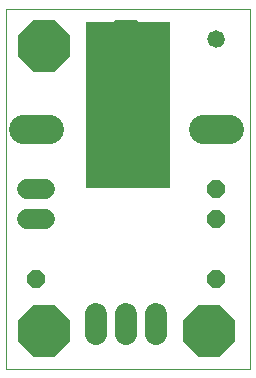
<source format=gbs>
G75*
%MOIN*%
%OFA0B0*%
%FSLAX25Y25*%
%IPPOS*%
%LPD*%
%AMOC8*
5,1,8,0,0,1.08239X$1,22.5*
%
%ADD10C,0.00000*%
%ADD11C,0.05800*%
%ADD12C,0.00001*%
%ADD13OC8,0.06000*%
%ADD14C,0.09650*%
%ADD15OC8,0.17200*%
%ADD16C,0.06800*%
%ADD17C,0.07400*%
%ADD18C,0.13800*%
D10*
X0001800Y0001800D02*
X0001800Y0121761D01*
X0083001Y0121761D01*
X0083001Y0001800D01*
X0001800Y0001800D01*
X0028414Y0062469D02*
X0028414Y0117587D01*
X0055973Y0117587D01*
X0055973Y0062469D01*
X0028414Y0062469D01*
X0035300Y0085800D02*
X0035302Y0085961D01*
X0035308Y0086121D01*
X0035318Y0086282D01*
X0035332Y0086442D01*
X0035350Y0086602D01*
X0035371Y0086761D01*
X0035397Y0086920D01*
X0035427Y0087078D01*
X0035460Y0087235D01*
X0035498Y0087392D01*
X0035539Y0087547D01*
X0035584Y0087701D01*
X0035633Y0087854D01*
X0035686Y0088006D01*
X0035742Y0088157D01*
X0035803Y0088306D01*
X0035866Y0088454D01*
X0035934Y0088600D01*
X0036005Y0088744D01*
X0036079Y0088886D01*
X0036157Y0089027D01*
X0036239Y0089165D01*
X0036324Y0089302D01*
X0036412Y0089436D01*
X0036504Y0089568D01*
X0036599Y0089698D01*
X0036697Y0089826D01*
X0036798Y0089951D01*
X0036902Y0090073D01*
X0037009Y0090193D01*
X0037119Y0090310D01*
X0037232Y0090425D01*
X0037348Y0090536D01*
X0037467Y0090645D01*
X0037588Y0090750D01*
X0037712Y0090853D01*
X0037838Y0090953D01*
X0037966Y0091049D01*
X0038097Y0091142D01*
X0038231Y0091232D01*
X0038366Y0091319D01*
X0038504Y0091402D01*
X0038643Y0091482D01*
X0038785Y0091558D01*
X0038928Y0091631D01*
X0039073Y0091700D01*
X0039220Y0091766D01*
X0039368Y0091828D01*
X0039518Y0091886D01*
X0039669Y0091941D01*
X0039822Y0091992D01*
X0039976Y0092039D01*
X0040131Y0092082D01*
X0040287Y0092121D01*
X0040443Y0092157D01*
X0040601Y0092188D01*
X0040759Y0092216D01*
X0040918Y0092240D01*
X0041078Y0092260D01*
X0041238Y0092276D01*
X0041398Y0092288D01*
X0041559Y0092296D01*
X0041720Y0092300D01*
X0041880Y0092300D01*
X0042041Y0092296D01*
X0042202Y0092288D01*
X0042362Y0092276D01*
X0042522Y0092260D01*
X0042682Y0092240D01*
X0042841Y0092216D01*
X0042999Y0092188D01*
X0043157Y0092157D01*
X0043313Y0092121D01*
X0043469Y0092082D01*
X0043624Y0092039D01*
X0043778Y0091992D01*
X0043931Y0091941D01*
X0044082Y0091886D01*
X0044232Y0091828D01*
X0044380Y0091766D01*
X0044527Y0091700D01*
X0044672Y0091631D01*
X0044815Y0091558D01*
X0044957Y0091482D01*
X0045096Y0091402D01*
X0045234Y0091319D01*
X0045369Y0091232D01*
X0045503Y0091142D01*
X0045634Y0091049D01*
X0045762Y0090953D01*
X0045888Y0090853D01*
X0046012Y0090750D01*
X0046133Y0090645D01*
X0046252Y0090536D01*
X0046368Y0090425D01*
X0046481Y0090310D01*
X0046591Y0090193D01*
X0046698Y0090073D01*
X0046802Y0089951D01*
X0046903Y0089826D01*
X0047001Y0089698D01*
X0047096Y0089568D01*
X0047188Y0089436D01*
X0047276Y0089302D01*
X0047361Y0089165D01*
X0047443Y0089027D01*
X0047521Y0088886D01*
X0047595Y0088744D01*
X0047666Y0088600D01*
X0047734Y0088454D01*
X0047797Y0088306D01*
X0047858Y0088157D01*
X0047914Y0088006D01*
X0047967Y0087854D01*
X0048016Y0087701D01*
X0048061Y0087547D01*
X0048102Y0087392D01*
X0048140Y0087235D01*
X0048173Y0087078D01*
X0048203Y0086920D01*
X0048229Y0086761D01*
X0048250Y0086602D01*
X0048268Y0086442D01*
X0048282Y0086282D01*
X0048292Y0086121D01*
X0048298Y0085961D01*
X0048300Y0085800D01*
X0048298Y0085639D01*
X0048292Y0085479D01*
X0048282Y0085318D01*
X0048268Y0085158D01*
X0048250Y0084998D01*
X0048229Y0084839D01*
X0048203Y0084680D01*
X0048173Y0084522D01*
X0048140Y0084365D01*
X0048102Y0084208D01*
X0048061Y0084053D01*
X0048016Y0083899D01*
X0047967Y0083746D01*
X0047914Y0083594D01*
X0047858Y0083443D01*
X0047797Y0083294D01*
X0047734Y0083146D01*
X0047666Y0083000D01*
X0047595Y0082856D01*
X0047521Y0082714D01*
X0047443Y0082573D01*
X0047361Y0082435D01*
X0047276Y0082298D01*
X0047188Y0082164D01*
X0047096Y0082032D01*
X0047001Y0081902D01*
X0046903Y0081774D01*
X0046802Y0081649D01*
X0046698Y0081527D01*
X0046591Y0081407D01*
X0046481Y0081290D01*
X0046368Y0081175D01*
X0046252Y0081064D01*
X0046133Y0080955D01*
X0046012Y0080850D01*
X0045888Y0080747D01*
X0045762Y0080647D01*
X0045634Y0080551D01*
X0045503Y0080458D01*
X0045369Y0080368D01*
X0045234Y0080281D01*
X0045096Y0080198D01*
X0044957Y0080118D01*
X0044815Y0080042D01*
X0044672Y0079969D01*
X0044527Y0079900D01*
X0044380Y0079834D01*
X0044232Y0079772D01*
X0044082Y0079714D01*
X0043931Y0079659D01*
X0043778Y0079608D01*
X0043624Y0079561D01*
X0043469Y0079518D01*
X0043313Y0079479D01*
X0043157Y0079443D01*
X0042999Y0079412D01*
X0042841Y0079384D01*
X0042682Y0079360D01*
X0042522Y0079340D01*
X0042362Y0079324D01*
X0042202Y0079312D01*
X0042041Y0079304D01*
X0041880Y0079300D01*
X0041720Y0079300D01*
X0041559Y0079304D01*
X0041398Y0079312D01*
X0041238Y0079324D01*
X0041078Y0079340D01*
X0040918Y0079360D01*
X0040759Y0079384D01*
X0040601Y0079412D01*
X0040443Y0079443D01*
X0040287Y0079479D01*
X0040131Y0079518D01*
X0039976Y0079561D01*
X0039822Y0079608D01*
X0039669Y0079659D01*
X0039518Y0079714D01*
X0039368Y0079772D01*
X0039220Y0079834D01*
X0039073Y0079900D01*
X0038928Y0079969D01*
X0038785Y0080042D01*
X0038643Y0080118D01*
X0038504Y0080198D01*
X0038366Y0080281D01*
X0038231Y0080368D01*
X0038097Y0080458D01*
X0037966Y0080551D01*
X0037838Y0080647D01*
X0037712Y0080747D01*
X0037588Y0080850D01*
X0037467Y0080955D01*
X0037348Y0081064D01*
X0037232Y0081175D01*
X0037119Y0081290D01*
X0037009Y0081407D01*
X0036902Y0081527D01*
X0036798Y0081649D01*
X0036697Y0081774D01*
X0036599Y0081902D01*
X0036504Y0082032D01*
X0036412Y0082164D01*
X0036324Y0082298D01*
X0036239Y0082435D01*
X0036157Y0082573D01*
X0036079Y0082714D01*
X0036005Y0082856D01*
X0035934Y0083000D01*
X0035866Y0083146D01*
X0035803Y0083294D01*
X0035742Y0083443D01*
X0035686Y0083594D01*
X0035633Y0083746D01*
X0035584Y0083899D01*
X0035539Y0084053D01*
X0035498Y0084208D01*
X0035460Y0084365D01*
X0035427Y0084522D01*
X0035397Y0084680D01*
X0035371Y0084839D01*
X0035350Y0084998D01*
X0035332Y0085158D01*
X0035318Y0085318D01*
X0035308Y0085479D01*
X0035302Y0085639D01*
X0035300Y0085800D01*
X0069300Y0111800D02*
X0069302Y0111899D01*
X0069308Y0111999D01*
X0069318Y0112098D01*
X0069332Y0112196D01*
X0069349Y0112294D01*
X0069371Y0112391D01*
X0069396Y0112487D01*
X0069425Y0112582D01*
X0069458Y0112676D01*
X0069495Y0112768D01*
X0069535Y0112859D01*
X0069579Y0112948D01*
X0069627Y0113036D01*
X0069678Y0113121D01*
X0069732Y0113204D01*
X0069789Y0113286D01*
X0069850Y0113364D01*
X0069914Y0113441D01*
X0069980Y0113514D01*
X0070050Y0113585D01*
X0070122Y0113653D01*
X0070197Y0113719D01*
X0070275Y0113781D01*
X0070355Y0113840D01*
X0070437Y0113896D01*
X0070521Y0113948D01*
X0070608Y0113997D01*
X0070696Y0114043D01*
X0070786Y0114085D01*
X0070878Y0114124D01*
X0070971Y0114159D01*
X0071065Y0114190D01*
X0071161Y0114217D01*
X0071258Y0114240D01*
X0071355Y0114260D01*
X0071453Y0114276D01*
X0071552Y0114288D01*
X0071651Y0114296D01*
X0071750Y0114300D01*
X0071850Y0114300D01*
X0071949Y0114296D01*
X0072048Y0114288D01*
X0072147Y0114276D01*
X0072245Y0114260D01*
X0072342Y0114240D01*
X0072439Y0114217D01*
X0072535Y0114190D01*
X0072629Y0114159D01*
X0072722Y0114124D01*
X0072814Y0114085D01*
X0072904Y0114043D01*
X0072992Y0113997D01*
X0073079Y0113948D01*
X0073163Y0113896D01*
X0073245Y0113840D01*
X0073325Y0113781D01*
X0073403Y0113719D01*
X0073478Y0113653D01*
X0073550Y0113585D01*
X0073620Y0113514D01*
X0073686Y0113441D01*
X0073750Y0113364D01*
X0073811Y0113286D01*
X0073868Y0113204D01*
X0073922Y0113121D01*
X0073973Y0113036D01*
X0074021Y0112948D01*
X0074065Y0112859D01*
X0074105Y0112768D01*
X0074142Y0112676D01*
X0074175Y0112582D01*
X0074204Y0112487D01*
X0074229Y0112391D01*
X0074251Y0112294D01*
X0074268Y0112196D01*
X0074282Y0112098D01*
X0074292Y0111999D01*
X0074298Y0111899D01*
X0074300Y0111800D01*
X0074298Y0111701D01*
X0074292Y0111601D01*
X0074282Y0111502D01*
X0074268Y0111404D01*
X0074251Y0111306D01*
X0074229Y0111209D01*
X0074204Y0111113D01*
X0074175Y0111018D01*
X0074142Y0110924D01*
X0074105Y0110832D01*
X0074065Y0110741D01*
X0074021Y0110652D01*
X0073973Y0110564D01*
X0073922Y0110479D01*
X0073868Y0110396D01*
X0073811Y0110314D01*
X0073750Y0110236D01*
X0073686Y0110159D01*
X0073620Y0110086D01*
X0073550Y0110015D01*
X0073478Y0109947D01*
X0073403Y0109881D01*
X0073325Y0109819D01*
X0073245Y0109760D01*
X0073163Y0109704D01*
X0073079Y0109652D01*
X0072992Y0109603D01*
X0072904Y0109557D01*
X0072814Y0109515D01*
X0072722Y0109476D01*
X0072629Y0109441D01*
X0072535Y0109410D01*
X0072439Y0109383D01*
X0072342Y0109360D01*
X0072245Y0109340D01*
X0072147Y0109324D01*
X0072048Y0109312D01*
X0071949Y0109304D01*
X0071850Y0109300D01*
X0071750Y0109300D01*
X0071651Y0109304D01*
X0071552Y0109312D01*
X0071453Y0109324D01*
X0071355Y0109340D01*
X0071258Y0109360D01*
X0071161Y0109383D01*
X0071065Y0109410D01*
X0070971Y0109441D01*
X0070878Y0109476D01*
X0070786Y0109515D01*
X0070696Y0109557D01*
X0070608Y0109603D01*
X0070521Y0109652D01*
X0070437Y0109704D01*
X0070355Y0109760D01*
X0070275Y0109819D01*
X0070197Y0109881D01*
X0070122Y0109947D01*
X0070050Y0110015D01*
X0069980Y0110086D01*
X0069914Y0110159D01*
X0069850Y0110236D01*
X0069789Y0110314D01*
X0069732Y0110396D01*
X0069678Y0110479D01*
X0069627Y0110564D01*
X0069579Y0110652D01*
X0069535Y0110741D01*
X0069495Y0110832D01*
X0069458Y0110924D01*
X0069425Y0111018D01*
X0069396Y0111113D01*
X0069371Y0111209D01*
X0069349Y0111306D01*
X0069332Y0111404D01*
X0069318Y0111502D01*
X0069308Y0111601D01*
X0069302Y0111701D01*
X0069300Y0111800D01*
D11*
X0071800Y0111800D03*
D12*
X0055973Y0111820D02*
X0028414Y0111820D01*
X0028414Y0111821D02*
X0055973Y0111821D01*
X0055973Y0111822D02*
X0028414Y0111822D01*
X0028414Y0111823D02*
X0055973Y0111823D01*
X0055973Y0111824D02*
X0028414Y0111824D01*
X0028414Y0111825D02*
X0055973Y0111825D01*
X0055973Y0111826D02*
X0028414Y0111826D01*
X0028414Y0111827D02*
X0055973Y0111827D01*
X0055973Y0111828D02*
X0028414Y0111828D01*
X0028414Y0111829D02*
X0055973Y0111829D01*
X0055973Y0111830D02*
X0028414Y0111830D01*
X0028414Y0111831D02*
X0055973Y0111831D01*
X0028414Y0111831D01*
X0028414Y0111832D02*
X0055973Y0111832D01*
X0055973Y0111833D02*
X0028414Y0111833D01*
X0028414Y0111834D02*
X0055973Y0111834D01*
X0055973Y0111835D02*
X0028414Y0111835D01*
X0028414Y0111836D02*
X0055973Y0111836D01*
X0055973Y0111837D02*
X0028414Y0111837D01*
X0028414Y0111838D02*
X0055973Y0111838D01*
X0055973Y0111839D02*
X0028414Y0111839D01*
X0028414Y0111840D02*
X0055973Y0111840D01*
X0055973Y0111841D02*
X0028414Y0111841D01*
X0028414Y0111842D02*
X0055973Y0111842D01*
X0055973Y0111843D02*
X0028414Y0111843D01*
X0028414Y0111844D02*
X0055973Y0111844D01*
X0055973Y0111845D02*
X0028414Y0111845D01*
X0028414Y0111846D02*
X0055973Y0111846D01*
X0055973Y0111847D02*
X0028414Y0111847D01*
X0028414Y0111848D02*
X0055973Y0111848D01*
X0055973Y0111849D02*
X0028414Y0111849D01*
X0028414Y0111850D02*
X0055973Y0111850D01*
X0055973Y0111851D02*
X0028414Y0111851D01*
X0028414Y0111852D02*
X0055973Y0111852D01*
X0055973Y0111853D02*
X0028414Y0111853D01*
X0028414Y0111854D02*
X0055973Y0111854D01*
X0055973Y0111855D02*
X0028414Y0111855D01*
X0028414Y0111856D02*
X0055973Y0111856D01*
X0055973Y0111857D02*
X0028414Y0111857D01*
X0028414Y0111858D02*
X0055973Y0111858D01*
X0055973Y0111859D02*
X0028414Y0111859D01*
X0028414Y0111860D02*
X0055973Y0111860D01*
X0055973Y0111861D02*
X0028414Y0111861D01*
X0028414Y0111862D02*
X0055973Y0111862D01*
X0055973Y0111863D02*
X0028414Y0111863D01*
X0028414Y0111864D02*
X0055973Y0111864D01*
X0055973Y0111865D02*
X0028414Y0111865D01*
X0028414Y0111866D02*
X0055973Y0111866D01*
X0055973Y0111867D02*
X0028414Y0111867D01*
X0028414Y0111868D02*
X0055973Y0111868D01*
X0055973Y0111869D02*
X0028414Y0111869D01*
X0028414Y0111870D02*
X0055973Y0111870D01*
X0055973Y0111871D02*
X0028414Y0111871D01*
X0028414Y0111872D02*
X0055973Y0111872D01*
X0055973Y0111873D02*
X0028414Y0111873D01*
X0028414Y0111874D02*
X0055973Y0111874D01*
X0055973Y0111875D02*
X0028414Y0111875D01*
X0028414Y0111876D02*
X0055973Y0111876D01*
X0055973Y0111877D02*
X0028414Y0111877D01*
X0028414Y0111878D02*
X0055973Y0111878D01*
X0055973Y0111879D02*
X0028414Y0111879D01*
X0028414Y0111880D02*
X0055973Y0111880D01*
X0055973Y0111881D02*
X0028414Y0111881D01*
X0028414Y0111882D02*
X0055973Y0111882D01*
X0055973Y0111883D02*
X0028414Y0111883D01*
X0028414Y0111884D02*
X0055973Y0111884D01*
X0055973Y0111885D02*
X0028414Y0111885D01*
X0028414Y0111886D02*
X0055973Y0111886D01*
X0055973Y0111887D02*
X0028414Y0111887D01*
X0028414Y0111888D02*
X0055973Y0111888D01*
X0055973Y0111889D02*
X0028414Y0111889D01*
X0028414Y0111890D02*
X0055973Y0111890D01*
X0055973Y0111891D02*
X0028414Y0111891D01*
X0028414Y0111892D02*
X0055973Y0111892D01*
X0055973Y0111893D02*
X0028414Y0111893D01*
X0028414Y0111894D02*
X0055973Y0111894D01*
X0028414Y0111894D01*
X0028414Y0111895D02*
X0055973Y0111895D01*
X0055973Y0111896D02*
X0028414Y0111896D01*
X0028414Y0111897D02*
X0055973Y0111897D01*
X0055973Y0111898D02*
X0028414Y0111898D01*
X0028414Y0111899D02*
X0055973Y0111899D01*
X0055973Y0111900D02*
X0028414Y0111900D01*
X0028414Y0111901D02*
X0055973Y0111901D01*
X0055973Y0111902D02*
X0028414Y0111902D01*
X0028414Y0111903D02*
X0055973Y0111903D01*
X0055973Y0111904D02*
X0028414Y0111904D01*
X0028414Y0111905D02*
X0055973Y0111905D01*
X0055973Y0111906D02*
X0028414Y0111906D01*
X0028414Y0111907D02*
X0055973Y0111907D01*
X0055973Y0111908D02*
X0028414Y0111908D01*
X0028414Y0111909D02*
X0055973Y0111909D01*
X0055973Y0111910D02*
X0028414Y0111910D01*
X0028414Y0111911D02*
X0055973Y0111911D01*
X0055973Y0111912D02*
X0028414Y0111912D01*
X0028414Y0111913D02*
X0055973Y0111913D01*
X0055973Y0111914D02*
X0028414Y0111914D01*
X0028414Y0111915D02*
X0055973Y0111915D01*
X0055973Y0111916D02*
X0028414Y0111916D01*
X0028414Y0111917D02*
X0055973Y0111917D01*
X0055973Y0111918D02*
X0028414Y0111918D01*
X0028414Y0111919D02*
X0055973Y0111919D01*
X0055973Y0111920D02*
X0028414Y0111920D01*
X0028414Y0111921D02*
X0055973Y0111921D01*
X0055973Y0111922D02*
X0028414Y0111922D01*
X0028414Y0111923D02*
X0055973Y0111923D01*
X0055973Y0111924D02*
X0028414Y0111924D01*
X0028414Y0111925D02*
X0055973Y0111925D01*
X0055973Y0111926D02*
X0028414Y0111926D01*
X0028414Y0111927D02*
X0055973Y0111927D01*
X0055973Y0111928D02*
X0028414Y0111928D01*
X0028414Y0111929D02*
X0055973Y0111929D01*
X0055973Y0111930D02*
X0028414Y0111930D01*
X0028414Y0111931D02*
X0055973Y0111931D01*
X0055973Y0111932D02*
X0028414Y0111932D01*
X0028414Y0111933D02*
X0055973Y0111933D01*
X0055973Y0111934D02*
X0028414Y0111934D01*
X0028414Y0111935D02*
X0055973Y0111935D01*
X0055973Y0111936D02*
X0028414Y0111936D01*
X0028414Y0111937D02*
X0055973Y0111937D01*
X0055973Y0111938D02*
X0028414Y0111938D01*
X0028414Y0111939D02*
X0055973Y0111939D01*
X0055973Y0111940D02*
X0028414Y0111940D01*
X0028414Y0111941D02*
X0055973Y0111941D01*
X0055973Y0111942D02*
X0028414Y0111942D01*
X0028414Y0111943D02*
X0055973Y0111943D01*
X0055973Y0111944D02*
X0028414Y0111944D01*
X0028414Y0111945D02*
X0055973Y0111945D01*
X0055973Y0111946D02*
X0028414Y0111946D01*
X0028414Y0111947D02*
X0055973Y0111947D01*
X0055973Y0111948D02*
X0028414Y0111948D01*
X0028414Y0111949D02*
X0055973Y0111949D01*
X0055973Y0111950D02*
X0028414Y0111950D01*
X0028414Y0111951D02*
X0055973Y0111951D01*
X0055973Y0111952D02*
X0028414Y0111952D01*
X0028414Y0111953D02*
X0055973Y0111953D01*
X0055973Y0111954D02*
X0028414Y0111954D01*
X0028414Y0111955D02*
X0055973Y0111955D01*
X0055973Y0111956D02*
X0028414Y0111956D01*
X0055973Y0111956D01*
X0055973Y0111957D02*
X0028414Y0111957D01*
X0028414Y0111958D02*
X0055973Y0111958D01*
X0055973Y0111959D02*
X0028414Y0111959D01*
X0028414Y0111960D02*
X0055973Y0111960D01*
X0055973Y0111961D02*
X0028414Y0111961D01*
X0028414Y0111962D02*
X0055973Y0111962D01*
X0055973Y0111963D02*
X0028414Y0111963D01*
X0028414Y0111964D02*
X0055973Y0111964D01*
X0055973Y0111965D02*
X0028414Y0111965D01*
X0028414Y0111966D02*
X0055973Y0111966D01*
X0055973Y0111967D02*
X0028414Y0111967D01*
X0028414Y0111968D02*
X0055973Y0111968D01*
X0055973Y0111969D02*
X0028414Y0111969D01*
X0028414Y0111970D02*
X0055973Y0111970D01*
X0055973Y0111971D02*
X0028414Y0111971D01*
X0028414Y0111972D02*
X0055973Y0111972D01*
X0055973Y0111973D02*
X0028414Y0111973D01*
X0028414Y0111974D02*
X0055973Y0111974D01*
X0055973Y0111975D02*
X0028414Y0111975D01*
X0028414Y0111976D02*
X0055973Y0111976D01*
X0055973Y0111977D02*
X0028414Y0111977D01*
X0028414Y0111978D02*
X0055973Y0111978D01*
X0055973Y0111979D02*
X0028414Y0111979D01*
X0028414Y0111980D02*
X0055973Y0111980D01*
X0055973Y0111981D02*
X0028414Y0111981D01*
X0028414Y0111982D02*
X0055973Y0111982D01*
X0055973Y0111983D02*
X0028414Y0111983D01*
X0028414Y0111984D02*
X0055973Y0111984D01*
X0055973Y0111985D02*
X0028414Y0111985D01*
X0028414Y0111986D02*
X0055973Y0111986D01*
X0055973Y0111987D02*
X0028414Y0111987D01*
X0028414Y0111988D02*
X0055973Y0111988D01*
X0055973Y0111989D02*
X0028414Y0111989D01*
X0028414Y0111990D02*
X0055973Y0111990D01*
X0055973Y0111991D02*
X0028414Y0111991D01*
X0028414Y0111992D02*
X0055973Y0111992D01*
X0055973Y0111993D02*
X0028414Y0111993D01*
X0028414Y0111994D02*
X0055973Y0111994D01*
X0055973Y0111995D02*
X0028414Y0111995D01*
X0028414Y0111996D02*
X0055973Y0111996D01*
X0055973Y0111997D02*
X0028414Y0111997D01*
X0028414Y0111998D02*
X0055973Y0111998D01*
X0055973Y0111999D02*
X0028414Y0111999D01*
X0028414Y0112000D02*
X0055973Y0112000D01*
X0055973Y0112001D02*
X0028414Y0112001D01*
X0028414Y0112002D02*
X0055973Y0112002D01*
X0055973Y0112003D02*
X0028414Y0112003D01*
X0028414Y0112004D02*
X0055973Y0112004D01*
X0055973Y0112005D02*
X0028414Y0112005D01*
X0028414Y0112006D02*
X0055973Y0112006D01*
X0055973Y0112007D02*
X0028414Y0112007D01*
X0028414Y0112008D02*
X0055973Y0112008D01*
X0055973Y0112009D02*
X0028414Y0112009D01*
X0028414Y0112010D02*
X0055973Y0112010D01*
X0055973Y0112011D02*
X0028414Y0112011D01*
X0028414Y0112012D02*
X0055973Y0112012D01*
X0055973Y0112013D02*
X0028414Y0112013D01*
X0028414Y0112014D02*
X0055973Y0112014D01*
X0055973Y0112015D02*
X0028414Y0112015D01*
X0028414Y0112016D02*
X0055973Y0112016D01*
X0055973Y0112017D02*
X0028414Y0112017D01*
X0028414Y0112018D02*
X0055973Y0112018D01*
X0055973Y0112019D02*
X0028414Y0112019D01*
X0055973Y0112019D01*
X0055973Y0112020D02*
X0028414Y0112020D01*
X0028414Y0112021D02*
X0055973Y0112021D01*
X0055973Y0112022D02*
X0028414Y0112022D01*
X0028414Y0112023D02*
X0055973Y0112023D01*
X0055973Y0112024D02*
X0028414Y0112024D01*
X0028414Y0112025D02*
X0055973Y0112025D01*
X0055973Y0112026D02*
X0028414Y0112026D01*
X0028414Y0112027D02*
X0055973Y0112027D01*
X0055973Y0112028D02*
X0028414Y0112028D01*
X0028414Y0112029D02*
X0055973Y0112029D01*
X0055973Y0112030D02*
X0028414Y0112030D01*
X0028414Y0112031D02*
X0055973Y0112031D01*
X0055973Y0112032D02*
X0028414Y0112032D01*
X0028414Y0112033D02*
X0055973Y0112033D01*
X0055973Y0112034D02*
X0028414Y0112034D01*
X0028414Y0112035D02*
X0055973Y0112035D01*
X0055973Y0112036D02*
X0028414Y0112036D01*
X0028414Y0112037D02*
X0055973Y0112037D01*
X0055973Y0112038D02*
X0028414Y0112038D01*
X0028414Y0112039D02*
X0055973Y0112039D01*
X0055973Y0112040D02*
X0028414Y0112040D01*
X0028414Y0112041D02*
X0055973Y0112041D01*
X0055973Y0112042D02*
X0028414Y0112042D01*
X0028414Y0112043D02*
X0055973Y0112043D01*
X0055973Y0112044D02*
X0028414Y0112044D01*
X0028414Y0112045D02*
X0055973Y0112045D01*
X0055973Y0112046D02*
X0028414Y0112046D01*
X0028414Y0112047D02*
X0055973Y0112047D01*
X0055973Y0112048D02*
X0028414Y0112048D01*
X0028414Y0112049D02*
X0055973Y0112049D01*
X0055973Y0112050D02*
X0028414Y0112050D01*
X0028414Y0112051D02*
X0055973Y0112051D01*
X0055973Y0112052D02*
X0028414Y0112052D01*
X0028414Y0112053D02*
X0055973Y0112053D01*
X0055973Y0112054D02*
X0028414Y0112054D01*
X0028414Y0112055D02*
X0055973Y0112055D01*
X0055973Y0112056D02*
X0028414Y0112056D01*
X0028414Y0112057D02*
X0055973Y0112057D01*
X0055973Y0112058D02*
X0028414Y0112058D01*
X0028414Y0112059D02*
X0055973Y0112059D01*
X0055973Y0112060D02*
X0028414Y0112060D01*
X0028414Y0112061D02*
X0055973Y0112061D01*
X0055973Y0112062D02*
X0028414Y0112062D01*
X0028414Y0112063D02*
X0055973Y0112063D01*
X0055973Y0112064D02*
X0028414Y0112064D01*
X0028414Y0112065D02*
X0055973Y0112065D01*
X0055973Y0112066D02*
X0028414Y0112066D01*
X0028414Y0112067D02*
X0055973Y0112067D01*
X0055973Y0112068D02*
X0028414Y0112068D01*
X0028414Y0112069D02*
X0055973Y0112069D01*
X0055973Y0112070D02*
X0028414Y0112070D01*
X0028414Y0112071D02*
X0055973Y0112071D01*
X0055973Y0112072D02*
X0028414Y0112072D01*
X0028414Y0112073D02*
X0055973Y0112073D01*
X0055973Y0112074D02*
X0028414Y0112074D01*
X0028414Y0112075D02*
X0055973Y0112075D01*
X0055973Y0112076D02*
X0028414Y0112076D01*
X0028414Y0112077D02*
X0055973Y0112077D01*
X0055973Y0112078D02*
X0028414Y0112078D01*
X0028414Y0112079D02*
X0055973Y0112079D01*
X0055973Y0112080D02*
X0028414Y0112080D01*
X0028414Y0112081D02*
X0055973Y0112081D01*
X0028414Y0112081D01*
X0028414Y0112082D02*
X0055973Y0112082D01*
X0055973Y0112083D02*
X0028414Y0112083D01*
X0028414Y0112084D02*
X0055973Y0112084D01*
X0055973Y0112085D02*
X0028414Y0112085D01*
X0028414Y0112086D02*
X0055973Y0112086D01*
X0055973Y0112087D02*
X0028414Y0112087D01*
X0028414Y0112088D02*
X0055973Y0112088D01*
X0055973Y0112089D02*
X0028414Y0112089D01*
X0028414Y0112090D02*
X0055973Y0112090D01*
X0055973Y0112091D02*
X0028414Y0112091D01*
X0028414Y0112092D02*
X0055973Y0112092D01*
X0055973Y0112093D02*
X0028414Y0112093D01*
X0028414Y0112094D02*
X0055973Y0112094D01*
X0055973Y0112095D02*
X0028414Y0112095D01*
X0028414Y0112096D02*
X0055973Y0112096D01*
X0055973Y0112097D02*
X0028414Y0112097D01*
X0028414Y0112098D02*
X0055973Y0112098D01*
X0055973Y0112099D02*
X0028414Y0112099D01*
X0028414Y0112100D02*
X0055973Y0112100D01*
X0055973Y0112101D02*
X0028414Y0112101D01*
X0028414Y0112102D02*
X0055973Y0112102D01*
X0055973Y0112103D02*
X0028414Y0112103D01*
X0028414Y0112104D02*
X0055973Y0112104D01*
X0055973Y0112105D02*
X0028414Y0112105D01*
X0028414Y0112106D02*
X0055973Y0112106D01*
X0055973Y0112107D02*
X0028414Y0112107D01*
X0028414Y0112108D02*
X0055973Y0112108D01*
X0055973Y0112109D02*
X0028414Y0112109D01*
X0028414Y0112110D02*
X0055973Y0112110D01*
X0055973Y0112111D02*
X0028414Y0112111D01*
X0028414Y0112112D02*
X0055973Y0112112D01*
X0055973Y0112113D02*
X0028414Y0112113D01*
X0028414Y0112114D02*
X0055973Y0112114D01*
X0055973Y0112115D02*
X0028414Y0112115D01*
X0028414Y0112116D02*
X0055973Y0112116D01*
X0055973Y0112117D02*
X0028414Y0112117D01*
X0028414Y0112118D02*
X0055973Y0112118D01*
X0055973Y0112119D02*
X0028414Y0112119D01*
X0028414Y0112120D02*
X0055973Y0112120D01*
X0055973Y0112121D02*
X0028414Y0112121D01*
X0028414Y0112122D02*
X0055973Y0112122D01*
X0055973Y0112123D02*
X0028414Y0112123D01*
X0028414Y0112124D02*
X0055973Y0112124D01*
X0055973Y0112125D02*
X0028414Y0112125D01*
X0028414Y0112126D02*
X0055973Y0112126D01*
X0055973Y0112127D02*
X0028414Y0112127D01*
X0028414Y0112128D02*
X0055973Y0112128D01*
X0055973Y0112129D02*
X0028414Y0112129D01*
X0028414Y0112130D02*
X0055973Y0112130D01*
X0055973Y0112131D02*
X0028414Y0112131D01*
X0028414Y0112132D02*
X0055973Y0112132D01*
X0055973Y0112133D02*
X0028414Y0112133D01*
X0028414Y0112134D02*
X0055973Y0112134D01*
X0055973Y0112135D02*
X0028414Y0112135D01*
X0028414Y0112136D02*
X0055973Y0112136D01*
X0055973Y0112137D02*
X0028414Y0112137D01*
X0028414Y0112138D02*
X0055973Y0112138D01*
X0055973Y0112139D02*
X0028414Y0112139D01*
X0028414Y0112140D02*
X0055973Y0112140D01*
X0055973Y0112141D02*
X0028414Y0112141D01*
X0028414Y0112142D02*
X0055973Y0112142D01*
X0055973Y0112143D02*
X0028414Y0112143D01*
X0028414Y0112144D02*
X0055973Y0112144D01*
X0028414Y0112144D01*
X0028414Y0112145D02*
X0055973Y0112145D01*
X0055973Y0112146D02*
X0028414Y0112146D01*
X0028414Y0112147D02*
X0055973Y0112147D01*
X0055973Y0112148D02*
X0028414Y0112148D01*
X0028414Y0112149D02*
X0055973Y0112149D01*
X0055973Y0112150D02*
X0028414Y0112150D01*
X0028414Y0112151D02*
X0055973Y0112151D01*
X0055973Y0112152D02*
X0028414Y0112152D01*
X0028414Y0112153D02*
X0055973Y0112153D01*
X0055973Y0112154D02*
X0028414Y0112154D01*
X0028414Y0112155D02*
X0055973Y0112155D01*
X0055973Y0112156D02*
X0028414Y0112156D01*
X0028414Y0112157D02*
X0055973Y0112157D01*
X0055973Y0112158D02*
X0028414Y0112158D01*
X0028414Y0112159D02*
X0055973Y0112159D01*
X0055973Y0112160D02*
X0028414Y0112160D01*
X0028414Y0112161D02*
X0055973Y0112161D01*
X0055973Y0112162D02*
X0028414Y0112162D01*
X0028414Y0112163D02*
X0055973Y0112163D01*
X0055973Y0112164D02*
X0028414Y0112164D01*
X0028414Y0112165D02*
X0055973Y0112165D01*
X0055973Y0112166D02*
X0028414Y0112166D01*
X0028414Y0112167D02*
X0055973Y0112167D01*
X0055973Y0112168D02*
X0028414Y0112168D01*
X0028414Y0112169D02*
X0055973Y0112169D01*
X0055973Y0112170D02*
X0028414Y0112170D01*
X0028414Y0112171D02*
X0055973Y0112171D01*
X0055973Y0112172D02*
X0028414Y0112172D01*
X0028414Y0112173D02*
X0055973Y0112173D01*
X0055973Y0112174D02*
X0028414Y0112174D01*
X0028414Y0112175D02*
X0055973Y0112175D01*
X0055973Y0112176D02*
X0028414Y0112176D01*
X0028414Y0112177D02*
X0055973Y0112177D01*
X0055973Y0112178D02*
X0028414Y0112178D01*
X0028414Y0112179D02*
X0055973Y0112179D01*
X0055973Y0112180D02*
X0028414Y0112180D01*
X0028414Y0112181D02*
X0055973Y0112181D01*
X0055973Y0112182D02*
X0028414Y0112182D01*
X0028414Y0112183D02*
X0055973Y0112183D01*
X0055973Y0112184D02*
X0028414Y0112184D01*
X0028414Y0112185D02*
X0055973Y0112185D01*
X0055973Y0112186D02*
X0028414Y0112186D01*
X0028414Y0112187D02*
X0055973Y0112187D01*
X0055973Y0112188D02*
X0028414Y0112188D01*
X0028414Y0112189D02*
X0055973Y0112189D01*
X0055973Y0112190D02*
X0028414Y0112190D01*
X0028414Y0112191D02*
X0055973Y0112191D01*
X0055973Y0112192D02*
X0028414Y0112192D01*
X0028414Y0112193D02*
X0055973Y0112193D01*
X0055973Y0112194D02*
X0028414Y0112194D01*
X0028414Y0112195D02*
X0055973Y0112195D01*
X0055973Y0112196D02*
X0028414Y0112196D01*
X0028414Y0112197D02*
X0055973Y0112197D01*
X0055973Y0112198D02*
X0028414Y0112198D01*
X0028414Y0112199D02*
X0055973Y0112199D01*
X0055973Y0112200D02*
X0028414Y0112200D01*
X0028414Y0112201D02*
X0055973Y0112201D01*
X0055973Y0112202D02*
X0028414Y0112202D01*
X0028414Y0112203D02*
X0055973Y0112203D01*
X0055973Y0112204D02*
X0028414Y0112204D01*
X0028414Y0112205D02*
X0055973Y0112205D01*
X0055973Y0112206D02*
X0028414Y0112206D01*
X0055973Y0112206D01*
X0055973Y0112207D02*
X0028414Y0112207D01*
X0028414Y0112208D02*
X0055973Y0112208D01*
X0055973Y0112209D02*
X0028414Y0112209D01*
X0028414Y0112210D02*
X0055973Y0112210D01*
X0055973Y0112211D02*
X0028414Y0112211D01*
X0028414Y0112212D02*
X0055973Y0112212D01*
X0055973Y0112213D02*
X0028414Y0112213D01*
X0028414Y0112214D02*
X0055973Y0112214D01*
X0055973Y0112215D02*
X0028414Y0112215D01*
X0028414Y0112216D02*
X0055973Y0112216D01*
X0055973Y0112217D02*
X0028414Y0112217D01*
X0028414Y0112218D02*
X0055973Y0112218D01*
X0055973Y0112219D02*
X0028414Y0112219D01*
X0028414Y0112220D02*
X0055973Y0112220D01*
X0055973Y0112221D02*
X0028414Y0112221D01*
X0028414Y0112222D02*
X0055973Y0112222D01*
X0055973Y0112223D02*
X0028414Y0112223D01*
X0028414Y0112224D02*
X0055973Y0112224D01*
X0055973Y0112225D02*
X0028414Y0112225D01*
X0028414Y0112226D02*
X0055973Y0112226D01*
X0055973Y0112227D02*
X0028414Y0112227D01*
X0028414Y0112228D02*
X0055973Y0112228D01*
X0055973Y0112229D02*
X0028414Y0112229D01*
X0028414Y0112230D02*
X0055973Y0112230D01*
X0055973Y0112231D02*
X0028414Y0112231D01*
X0028414Y0112232D02*
X0055973Y0112232D01*
X0055973Y0112233D02*
X0028414Y0112233D01*
X0028414Y0112234D02*
X0055973Y0112234D01*
X0055973Y0112235D02*
X0028414Y0112235D01*
X0028414Y0112236D02*
X0055973Y0112236D01*
X0055973Y0112237D02*
X0028414Y0112237D01*
X0028414Y0112238D02*
X0055973Y0112238D01*
X0055973Y0112239D02*
X0028414Y0112239D01*
X0028414Y0112240D02*
X0055973Y0112240D01*
X0055973Y0112241D02*
X0028414Y0112241D01*
X0028414Y0112242D02*
X0055973Y0112242D01*
X0055973Y0112243D02*
X0028414Y0112243D01*
X0028414Y0112244D02*
X0055973Y0112244D01*
X0055973Y0112245D02*
X0028414Y0112245D01*
X0028414Y0112246D02*
X0055973Y0112246D01*
X0055973Y0112247D02*
X0028414Y0112247D01*
X0028414Y0112248D02*
X0055973Y0112248D01*
X0055973Y0112249D02*
X0028414Y0112249D01*
X0028414Y0112250D02*
X0055973Y0112250D01*
X0055973Y0112251D02*
X0028414Y0112251D01*
X0028414Y0112252D02*
X0055973Y0112252D01*
X0055973Y0112253D02*
X0028414Y0112253D01*
X0028414Y0112254D02*
X0055973Y0112254D01*
X0055973Y0112255D02*
X0028414Y0112255D01*
X0028414Y0112256D02*
X0055973Y0112256D01*
X0055973Y0112257D02*
X0028414Y0112257D01*
X0028414Y0112258D02*
X0055973Y0112258D01*
X0055973Y0112259D02*
X0028414Y0112259D01*
X0028414Y0112260D02*
X0055973Y0112260D01*
X0055973Y0112261D02*
X0028414Y0112261D01*
X0028414Y0112262D02*
X0055973Y0112262D01*
X0055973Y0112263D02*
X0028414Y0112263D01*
X0028414Y0112264D02*
X0055973Y0112264D01*
X0055973Y0112265D02*
X0028414Y0112265D01*
X0028414Y0112266D02*
X0055973Y0112266D01*
X0055973Y0112267D02*
X0028414Y0112267D01*
X0028414Y0112268D02*
X0055973Y0112268D01*
X0055973Y0112269D02*
X0028414Y0112269D01*
X0055973Y0112269D01*
X0055973Y0112270D02*
X0028414Y0112270D01*
X0028414Y0112271D02*
X0055973Y0112271D01*
X0055973Y0112272D02*
X0028414Y0112272D01*
X0028414Y0112273D02*
X0055973Y0112273D01*
X0055973Y0112274D02*
X0028414Y0112274D01*
X0028414Y0112275D02*
X0055973Y0112275D01*
X0055973Y0112276D02*
X0028414Y0112276D01*
X0028414Y0112277D02*
X0055973Y0112277D01*
X0055973Y0112278D02*
X0028414Y0112278D01*
X0028414Y0112279D02*
X0055973Y0112279D01*
X0055973Y0112280D02*
X0028414Y0112280D01*
X0028414Y0112281D02*
X0055973Y0112281D01*
X0055973Y0112282D02*
X0028414Y0112282D01*
X0028414Y0112283D02*
X0055973Y0112283D01*
X0055973Y0112284D02*
X0028414Y0112284D01*
X0028414Y0112285D02*
X0055973Y0112285D01*
X0055973Y0112286D02*
X0028414Y0112286D01*
X0028414Y0112287D02*
X0055973Y0112287D01*
X0055973Y0112288D02*
X0028414Y0112288D01*
X0028414Y0112289D02*
X0055973Y0112289D01*
X0055973Y0112290D02*
X0028414Y0112290D01*
X0028414Y0112291D02*
X0055973Y0112291D01*
X0055973Y0112292D02*
X0028414Y0112292D01*
X0028414Y0112293D02*
X0055973Y0112293D01*
X0055973Y0112294D02*
X0028414Y0112294D01*
X0028414Y0112295D02*
X0055973Y0112295D01*
X0055973Y0112296D02*
X0028414Y0112296D01*
X0028414Y0112297D02*
X0055973Y0112297D01*
X0055973Y0112298D02*
X0028414Y0112298D01*
X0028414Y0112299D02*
X0055973Y0112299D01*
X0055973Y0112300D02*
X0028414Y0112300D01*
X0028414Y0112301D02*
X0055973Y0112301D01*
X0055973Y0112302D02*
X0028414Y0112302D01*
X0028414Y0112303D02*
X0055973Y0112303D01*
X0055973Y0112304D02*
X0028414Y0112304D01*
X0028414Y0112305D02*
X0055973Y0112305D01*
X0055973Y0112306D02*
X0028414Y0112306D01*
X0028414Y0112307D02*
X0055973Y0112307D01*
X0055973Y0112308D02*
X0028414Y0112308D01*
X0028414Y0112309D02*
X0055973Y0112309D01*
X0055973Y0112310D02*
X0028414Y0112310D01*
X0028414Y0112311D02*
X0055973Y0112311D01*
X0055973Y0112312D02*
X0028414Y0112312D01*
X0028414Y0112313D02*
X0055973Y0112313D01*
X0055973Y0112314D02*
X0028414Y0112314D01*
X0028414Y0112315D02*
X0055973Y0112315D01*
X0055973Y0112316D02*
X0028414Y0112316D01*
X0028414Y0112317D02*
X0055973Y0112317D01*
X0055973Y0112318D02*
X0028414Y0112318D01*
X0028414Y0112319D02*
X0055973Y0112319D01*
X0055973Y0112320D02*
X0028414Y0112320D01*
X0028414Y0112321D02*
X0055973Y0112321D01*
X0055973Y0112322D02*
X0028414Y0112322D01*
X0028414Y0112323D02*
X0055973Y0112323D01*
X0055973Y0112324D02*
X0028414Y0112324D01*
X0028414Y0112325D02*
X0055973Y0112325D01*
X0055973Y0112326D02*
X0028414Y0112326D01*
X0028414Y0112327D02*
X0055973Y0112327D01*
X0055973Y0112328D02*
X0028414Y0112328D01*
X0028414Y0112329D02*
X0055973Y0112329D01*
X0055973Y0112330D02*
X0028414Y0112330D01*
X0028414Y0112331D02*
X0055973Y0112331D01*
X0028414Y0112331D01*
X0028414Y0112332D02*
X0055973Y0112332D01*
X0055973Y0112333D02*
X0028414Y0112333D01*
X0028414Y0112334D02*
X0055973Y0112334D01*
X0055973Y0112335D02*
X0028414Y0112335D01*
X0028414Y0112336D02*
X0055973Y0112336D01*
X0055973Y0112337D02*
X0028414Y0112337D01*
X0028414Y0112338D02*
X0055973Y0112338D01*
X0055973Y0112339D02*
X0028414Y0112339D01*
X0028414Y0112340D02*
X0055973Y0112340D01*
X0055973Y0112341D02*
X0028414Y0112341D01*
X0028414Y0112342D02*
X0055973Y0112342D01*
X0055973Y0112343D02*
X0028414Y0112343D01*
X0028414Y0112344D02*
X0055973Y0112344D01*
X0055973Y0112345D02*
X0028414Y0112345D01*
X0028414Y0112346D02*
X0055973Y0112346D01*
X0055973Y0112347D02*
X0028414Y0112347D01*
X0028414Y0112348D02*
X0055973Y0112348D01*
X0055973Y0112349D02*
X0028414Y0112349D01*
X0028414Y0112350D02*
X0055973Y0112350D01*
X0055973Y0112351D02*
X0028414Y0112351D01*
X0028414Y0112352D02*
X0055973Y0112352D01*
X0055973Y0112353D02*
X0028414Y0112353D01*
X0028414Y0112354D02*
X0055973Y0112354D01*
X0055973Y0112355D02*
X0028414Y0112355D01*
X0028414Y0112356D02*
X0055973Y0112356D01*
X0055973Y0112357D02*
X0028414Y0112357D01*
X0028414Y0112358D02*
X0055973Y0112358D01*
X0055973Y0112359D02*
X0028414Y0112359D01*
X0028414Y0112360D02*
X0055973Y0112360D01*
X0055973Y0112361D02*
X0028414Y0112361D01*
X0028414Y0112362D02*
X0055973Y0112362D01*
X0055973Y0112363D02*
X0028414Y0112363D01*
X0028414Y0112364D02*
X0055973Y0112364D01*
X0055973Y0112365D02*
X0028414Y0112365D01*
X0028414Y0112366D02*
X0055973Y0112366D01*
X0055973Y0112367D02*
X0028414Y0112367D01*
X0028414Y0112368D02*
X0055973Y0112368D01*
X0055973Y0112369D02*
X0028414Y0112369D01*
X0028414Y0112370D02*
X0055973Y0112370D01*
X0055973Y0112371D02*
X0028414Y0112371D01*
X0028414Y0112372D02*
X0055973Y0112372D01*
X0055973Y0112373D02*
X0028414Y0112373D01*
X0028414Y0112374D02*
X0055973Y0112374D01*
X0055973Y0112375D02*
X0028414Y0112375D01*
X0028414Y0112376D02*
X0055973Y0112376D01*
X0055973Y0112377D02*
X0028414Y0112377D01*
X0028414Y0112378D02*
X0055973Y0112378D01*
X0055973Y0112379D02*
X0028414Y0112379D01*
X0028414Y0112380D02*
X0055973Y0112380D01*
X0055973Y0112381D02*
X0028414Y0112381D01*
X0028414Y0112382D02*
X0055973Y0112382D01*
X0055973Y0112383D02*
X0028414Y0112383D01*
X0028414Y0112384D02*
X0055973Y0112384D01*
X0055973Y0112385D02*
X0028414Y0112385D01*
X0028414Y0112386D02*
X0055973Y0112386D01*
X0055973Y0112387D02*
X0028414Y0112387D01*
X0028414Y0112388D02*
X0055973Y0112388D01*
X0055973Y0112389D02*
X0028414Y0112389D01*
X0028414Y0112390D02*
X0055973Y0112390D01*
X0055973Y0112391D02*
X0028414Y0112391D01*
X0028414Y0112392D02*
X0055973Y0112392D01*
X0055973Y0112393D02*
X0028414Y0112393D01*
X0028414Y0112394D02*
X0055973Y0112394D01*
X0028414Y0112394D01*
X0028414Y0112395D02*
X0055973Y0112395D01*
X0055973Y0112396D02*
X0028414Y0112396D01*
X0028414Y0112397D02*
X0055973Y0112397D01*
X0055973Y0112398D02*
X0028414Y0112398D01*
X0028414Y0112399D02*
X0055973Y0112399D01*
X0055973Y0112400D02*
X0028414Y0112400D01*
X0028414Y0112401D02*
X0055973Y0112401D01*
X0055973Y0112402D02*
X0028414Y0112402D01*
X0028414Y0112403D02*
X0055973Y0112403D01*
X0055973Y0112404D02*
X0028414Y0112404D01*
X0028414Y0112405D02*
X0055973Y0112405D01*
X0055973Y0112406D02*
X0028414Y0112406D01*
X0028414Y0112407D02*
X0055973Y0112407D01*
X0055973Y0112408D02*
X0028414Y0112408D01*
X0028414Y0112409D02*
X0055973Y0112409D01*
X0055973Y0112410D02*
X0028414Y0112410D01*
X0028414Y0112411D02*
X0055973Y0112411D01*
X0055973Y0112412D02*
X0028414Y0112412D01*
X0028414Y0112413D02*
X0055973Y0112413D01*
X0055973Y0112414D02*
X0028414Y0112414D01*
X0028414Y0112415D02*
X0055973Y0112415D01*
X0055973Y0112416D02*
X0028414Y0112416D01*
X0028414Y0112417D02*
X0055973Y0112417D01*
X0055973Y0112418D02*
X0028414Y0112418D01*
X0028414Y0112419D02*
X0055973Y0112419D01*
X0055973Y0112420D02*
X0028414Y0112420D01*
X0028414Y0112421D02*
X0055973Y0112421D01*
X0055973Y0112422D02*
X0028414Y0112422D01*
X0028414Y0112423D02*
X0055973Y0112423D01*
X0055973Y0112424D02*
X0028414Y0112424D01*
X0028414Y0112425D02*
X0055973Y0112425D01*
X0055973Y0112426D02*
X0028414Y0112426D01*
X0028414Y0112427D02*
X0055973Y0112427D01*
X0055973Y0112428D02*
X0028414Y0112428D01*
X0028414Y0112429D02*
X0055973Y0112429D01*
X0055973Y0112430D02*
X0028414Y0112430D01*
X0028414Y0112431D02*
X0055973Y0112431D01*
X0055973Y0112432D02*
X0028414Y0112432D01*
X0028414Y0112433D02*
X0055973Y0112433D01*
X0055973Y0112434D02*
X0028414Y0112434D01*
X0028414Y0112435D02*
X0055973Y0112435D01*
X0055973Y0112436D02*
X0028414Y0112436D01*
X0028414Y0112437D02*
X0055973Y0112437D01*
X0055973Y0112438D02*
X0028414Y0112438D01*
X0028414Y0112439D02*
X0055973Y0112439D01*
X0055973Y0112440D02*
X0028414Y0112440D01*
X0028414Y0112441D02*
X0055973Y0112441D01*
X0055973Y0112442D02*
X0028414Y0112442D01*
X0028414Y0112443D02*
X0055973Y0112443D01*
X0055973Y0112444D02*
X0028414Y0112444D01*
X0028414Y0112445D02*
X0055973Y0112445D01*
X0055973Y0112446D02*
X0028414Y0112446D01*
X0028414Y0112447D02*
X0055973Y0112447D01*
X0055973Y0112448D02*
X0028414Y0112448D01*
X0028414Y0112449D02*
X0055973Y0112449D01*
X0055973Y0112450D02*
X0028414Y0112450D01*
X0028414Y0112451D02*
X0055973Y0112451D01*
X0055973Y0112452D02*
X0028414Y0112452D01*
X0028414Y0112453D02*
X0055973Y0112453D01*
X0055973Y0112454D02*
X0028414Y0112454D01*
X0028414Y0112455D02*
X0055973Y0112455D01*
X0055973Y0112456D02*
X0028414Y0112456D01*
X0055973Y0112456D01*
X0055973Y0112457D02*
X0028414Y0112457D01*
X0028414Y0112458D02*
X0055973Y0112458D01*
X0055973Y0112459D02*
X0028414Y0112459D01*
X0028414Y0112460D02*
X0055973Y0112460D01*
X0055973Y0112461D02*
X0028414Y0112461D01*
X0028414Y0112462D02*
X0055973Y0112462D01*
X0055973Y0112463D02*
X0028414Y0112463D01*
X0028414Y0112464D02*
X0055973Y0112464D01*
X0055973Y0112465D02*
X0028414Y0112465D01*
X0028414Y0112466D02*
X0055973Y0112466D01*
X0055973Y0112467D02*
X0028414Y0112467D01*
X0028414Y0112468D02*
X0055973Y0112468D01*
X0055973Y0112469D02*
X0028414Y0112469D01*
X0028414Y0112470D02*
X0055973Y0112470D01*
X0055973Y0112471D02*
X0028414Y0112471D01*
X0028414Y0112472D02*
X0055973Y0112472D01*
X0055973Y0112473D02*
X0028414Y0112473D01*
X0028414Y0112474D02*
X0055973Y0112474D01*
X0055973Y0112475D02*
X0028414Y0112475D01*
X0028414Y0112476D02*
X0055973Y0112476D01*
X0055973Y0112477D02*
X0028414Y0112477D01*
X0028414Y0112478D02*
X0055973Y0112478D01*
X0055973Y0112479D02*
X0028414Y0112479D01*
X0028414Y0112480D02*
X0055973Y0112480D01*
X0055973Y0112481D02*
X0028414Y0112481D01*
X0028414Y0112482D02*
X0055973Y0112482D01*
X0055973Y0112483D02*
X0028414Y0112483D01*
X0028414Y0112484D02*
X0055973Y0112484D01*
X0055973Y0112485D02*
X0028414Y0112485D01*
X0028414Y0112486D02*
X0055973Y0112486D01*
X0055973Y0112487D02*
X0028414Y0112487D01*
X0028414Y0112488D02*
X0055973Y0112488D01*
X0055973Y0112489D02*
X0028414Y0112489D01*
X0028414Y0112490D02*
X0055973Y0112490D01*
X0055973Y0112491D02*
X0028414Y0112491D01*
X0028414Y0112492D02*
X0055973Y0112492D01*
X0055973Y0112493D02*
X0028414Y0112493D01*
X0028414Y0112494D02*
X0055973Y0112494D01*
X0055973Y0112495D02*
X0028414Y0112495D01*
X0028414Y0112496D02*
X0055973Y0112496D01*
X0055973Y0112497D02*
X0028414Y0112497D01*
X0028414Y0112498D02*
X0055973Y0112498D01*
X0055973Y0112499D02*
X0028414Y0112499D01*
X0028414Y0112500D02*
X0055973Y0112500D01*
X0055973Y0112501D02*
X0028414Y0112501D01*
X0028414Y0112502D02*
X0055973Y0112502D01*
X0055973Y0112503D02*
X0028414Y0112503D01*
X0028414Y0112504D02*
X0055973Y0112504D01*
X0055973Y0112505D02*
X0028414Y0112505D01*
X0028414Y0112506D02*
X0055973Y0112506D01*
X0055973Y0112507D02*
X0028414Y0112507D01*
X0028414Y0112508D02*
X0055973Y0112508D01*
X0055973Y0112509D02*
X0028414Y0112509D01*
X0028414Y0112510D02*
X0055973Y0112510D01*
X0055973Y0112511D02*
X0028414Y0112511D01*
X0028414Y0112512D02*
X0055973Y0112512D01*
X0055973Y0112513D02*
X0028414Y0112513D01*
X0028414Y0112514D02*
X0055973Y0112514D01*
X0055973Y0112515D02*
X0028414Y0112515D01*
X0028414Y0112516D02*
X0055973Y0112516D01*
X0055973Y0112517D02*
X0028414Y0112517D01*
X0028414Y0112518D02*
X0055973Y0112518D01*
X0055973Y0112519D02*
X0028414Y0112519D01*
X0055973Y0112519D01*
X0055973Y0112520D02*
X0028414Y0112520D01*
X0028414Y0112521D02*
X0055973Y0112521D01*
X0055973Y0112522D02*
X0028414Y0112522D01*
X0028414Y0112523D02*
X0055973Y0112523D01*
X0055973Y0112524D02*
X0028414Y0112524D01*
X0028414Y0112525D02*
X0055973Y0112525D01*
X0055973Y0112526D02*
X0028414Y0112526D01*
X0028414Y0112527D02*
X0055973Y0112527D01*
X0055973Y0112528D02*
X0028414Y0112528D01*
X0028414Y0112529D02*
X0055973Y0112529D01*
X0055973Y0112530D02*
X0028414Y0112530D01*
X0028414Y0112531D02*
X0055973Y0112531D01*
X0055973Y0112532D02*
X0028414Y0112532D01*
X0028414Y0112533D02*
X0055973Y0112533D01*
X0055973Y0112534D02*
X0028414Y0112534D01*
X0028414Y0112535D02*
X0055973Y0112535D01*
X0055973Y0112536D02*
X0028414Y0112536D01*
X0028414Y0112537D02*
X0055973Y0112537D01*
X0055973Y0112538D02*
X0028414Y0112538D01*
X0028414Y0112539D02*
X0055973Y0112539D01*
X0055973Y0112540D02*
X0028414Y0112540D01*
X0028414Y0112541D02*
X0055973Y0112541D01*
X0055973Y0112542D02*
X0028414Y0112542D01*
X0028414Y0112543D02*
X0055973Y0112543D01*
X0055973Y0112544D02*
X0028414Y0112544D01*
X0028414Y0112545D02*
X0055973Y0112545D01*
X0055973Y0112546D02*
X0028414Y0112546D01*
X0028414Y0112547D02*
X0055973Y0112547D01*
X0055973Y0112548D02*
X0028414Y0112548D01*
X0028414Y0112549D02*
X0055973Y0112549D01*
X0055973Y0112550D02*
X0028414Y0112550D01*
X0028414Y0112551D02*
X0055973Y0112551D01*
X0055973Y0112552D02*
X0028414Y0112552D01*
X0028414Y0112553D02*
X0055973Y0112553D01*
X0055973Y0112554D02*
X0028414Y0112554D01*
X0028414Y0112555D02*
X0055973Y0112555D01*
X0055973Y0112556D02*
X0028414Y0112556D01*
X0028414Y0112557D02*
X0055973Y0112557D01*
X0055973Y0112558D02*
X0028414Y0112558D01*
X0028414Y0112559D02*
X0055973Y0112559D01*
X0055973Y0112560D02*
X0028414Y0112560D01*
X0028414Y0112561D02*
X0055973Y0112561D01*
X0055973Y0112562D02*
X0028414Y0112562D01*
X0028414Y0112563D02*
X0055973Y0112563D01*
X0055973Y0112564D02*
X0028414Y0112564D01*
X0028414Y0112565D02*
X0055973Y0112565D01*
X0055973Y0112566D02*
X0028414Y0112566D01*
X0028414Y0112567D02*
X0055973Y0112567D01*
X0055973Y0112568D02*
X0028414Y0112568D01*
X0028414Y0112569D02*
X0055973Y0112569D01*
X0055973Y0112570D02*
X0028414Y0112570D01*
X0028414Y0112571D02*
X0055973Y0112571D01*
X0055973Y0112572D02*
X0028414Y0112572D01*
X0028414Y0112573D02*
X0055973Y0112573D01*
X0055973Y0112574D02*
X0028414Y0112574D01*
X0028414Y0112575D02*
X0055973Y0112575D01*
X0055973Y0112576D02*
X0028414Y0112576D01*
X0028414Y0112577D02*
X0055973Y0112577D01*
X0055973Y0112578D02*
X0028414Y0112578D01*
X0028414Y0112579D02*
X0055973Y0112579D01*
X0055973Y0112580D02*
X0028414Y0112580D01*
X0028414Y0112581D02*
X0055973Y0112581D01*
X0028414Y0112581D01*
X0028414Y0112582D02*
X0055973Y0112582D01*
X0055973Y0112583D02*
X0028414Y0112583D01*
X0028414Y0112584D02*
X0055973Y0112584D01*
X0055973Y0112585D02*
X0028414Y0112585D01*
X0028414Y0112586D02*
X0055973Y0112586D01*
X0055973Y0112587D02*
X0028414Y0112587D01*
X0028414Y0112588D02*
X0055973Y0112588D01*
X0055973Y0112589D02*
X0028414Y0112589D01*
X0028414Y0112590D02*
X0055973Y0112590D01*
X0055973Y0112591D02*
X0028414Y0112591D01*
X0028414Y0112592D02*
X0055973Y0112592D01*
X0055973Y0112593D02*
X0028414Y0112593D01*
X0028414Y0112594D02*
X0055973Y0112594D01*
X0055973Y0112595D02*
X0028414Y0112595D01*
X0028414Y0112596D02*
X0055973Y0112596D01*
X0055973Y0112597D02*
X0028414Y0112597D01*
X0028414Y0112598D02*
X0055973Y0112598D01*
X0055973Y0112599D02*
X0028414Y0112599D01*
X0028414Y0112600D02*
X0055973Y0112600D01*
X0055973Y0112601D02*
X0028414Y0112601D01*
X0028414Y0112602D02*
X0055973Y0112602D01*
X0055973Y0112603D02*
X0028414Y0112603D01*
X0028414Y0112604D02*
X0055973Y0112604D01*
X0055973Y0112605D02*
X0028414Y0112605D01*
X0028414Y0112606D02*
X0055973Y0112606D01*
X0055973Y0112607D02*
X0028414Y0112607D01*
X0028414Y0112608D02*
X0055973Y0112608D01*
X0055973Y0112609D02*
X0028414Y0112609D01*
X0028414Y0112610D02*
X0055973Y0112610D01*
X0055973Y0112611D02*
X0028414Y0112611D01*
X0028414Y0112612D02*
X0055973Y0112612D01*
X0055973Y0112613D02*
X0028414Y0112613D01*
X0028414Y0112614D02*
X0055973Y0112614D01*
X0055973Y0112615D02*
X0028414Y0112615D01*
X0028414Y0112616D02*
X0055973Y0112616D01*
X0055973Y0112617D02*
X0028414Y0112617D01*
X0028414Y0112618D02*
X0055973Y0112618D01*
X0055973Y0112619D02*
X0028414Y0112619D01*
X0028414Y0112620D02*
X0055973Y0112620D01*
X0055973Y0112621D02*
X0028414Y0112621D01*
X0028414Y0112622D02*
X0055973Y0112622D01*
X0055973Y0112623D02*
X0028414Y0112623D01*
X0028414Y0112624D02*
X0055973Y0112624D01*
X0055973Y0112625D02*
X0028414Y0112625D01*
X0028414Y0112626D02*
X0055973Y0112626D01*
X0055973Y0112627D02*
X0028414Y0112627D01*
X0028414Y0112628D02*
X0055973Y0112628D01*
X0055973Y0112629D02*
X0028414Y0112629D01*
X0028414Y0112630D02*
X0055973Y0112630D01*
X0055973Y0112631D02*
X0028414Y0112631D01*
X0028414Y0112632D02*
X0055973Y0112632D01*
X0055973Y0112633D02*
X0028414Y0112633D01*
X0028414Y0112634D02*
X0055973Y0112634D01*
X0055973Y0112635D02*
X0028414Y0112635D01*
X0028414Y0112636D02*
X0055973Y0112636D01*
X0055973Y0112637D02*
X0028414Y0112637D01*
X0028414Y0112638D02*
X0055973Y0112638D01*
X0055973Y0112639D02*
X0028414Y0112639D01*
X0028414Y0112640D02*
X0055973Y0112640D01*
X0055973Y0112641D02*
X0028414Y0112641D01*
X0028414Y0112642D02*
X0055973Y0112642D01*
X0055973Y0112643D02*
X0028414Y0112643D01*
X0028414Y0112644D02*
X0055973Y0112644D01*
X0028414Y0112644D01*
X0028414Y0112645D02*
X0055973Y0112645D01*
X0055973Y0112646D02*
X0028414Y0112646D01*
X0028414Y0112647D02*
X0055973Y0112647D01*
X0055973Y0112648D02*
X0028414Y0112648D01*
X0028414Y0112649D02*
X0055973Y0112649D01*
X0055973Y0112650D02*
X0028414Y0112650D01*
X0028414Y0112651D02*
X0055973Y0112651D01*
X0055973Y0112652D02*
X0028414Y0112652D01*
X0028414Y0112653D02*
X0055973Y0112653D01*
X0055973Y0112654D02*
X0028414Y0112654D01*
X0028414Y0112655D02*
X0055973Y0112655D01*
X0055973Y0112656D02*
X0028414Y0112656D01*
X0028414Y0112657D02*
X0055973Y0112657D01*
X0055973Y0112658D02*
X0028414Y0112658D01*
X0028414Y0112659D02*
X0055973Y0112659D01*
X0055973Y0112660D02*
X0028414Y0112660D01*
X0028414Y0112661D02*
X0055973Y0112661D01*
X0055973Y0112662D02*
X0028414Y0112662D01*
X0028414Y0112663D02*
X0055973Y0112663D01*
X0055973Y0112664D02*
X0028414Y0112664D01*
X0028414Y0112665D02*
X0055973Y0112665D01*
X0055973Y0112666D02*
X0028414Y0112666D01*
X0028414Y0112667D02*
X0055973Y0112667D01*
X0055973Y0112668D02*
X0028414Y0112668D01*
X0028414Y0112669D02*
X0055973Y0112669D01*
X0055973Y0112670D02*
X0028414Y0112670D01*
X0028414Y0112671D02*
X0055973Y0112671D01*
X0055973Y0112672D02*
X0028414Y0112672D01*
X0028414Y0112673D02*
X0055973Y0112673D01*
X0055973Y0112674D02*
X0028414Y0112674D01*
X0028414Y0112675D02*
X0055973Y0112675D01*
X0055973Y0112676D02*
X0028414Y0112676D01*
X0028414Y0112677D02*
X0055973Y0112677D01*
X0055973Y0112678D02*
X0028414Y0112678D01*
X0028414Y0112679D02*
X0055973Y0112679D01*
X0055973Y0112680D02*
X0028414Y0112680D01*
X0028414Y0112681D02*
X0055973Y0112681D01*
X0055973Y0112682D02*
X0028414Y0112682D01*
X0028414Y0112683D02*
X0055973Y0112683D01*
X0055973Y0112684D02*
X0028414Y0112684D01*
X0028414Y0112685D02*
X0055973Y0112685D01*
X0055973Y0112686D02*
X0028414Y0112686D01*
X0028414Y0112687D02*
X0055973Y0112687D01*
X0055973Y0112688D02*
X0028414Y0112688D01*
X0028414Y0112689D02*
X0055973Y0112689D01*
X0055973Y0112690D02*
X0028414Y0112690D01*
X0028414Y0112691D02*
X0055973Y0112691D01*
X0055973Y0112692D02*
X0028414Y0112692D01*
X0028414Y0112693D02*
X0055973Y0112693D01*
X0055973Y0112694D02*
X0028414Y0112694D01*
X0028414Y0112695D02*
X0055973Y0112695D01*
X0055973Y0112696D02*
X0028414Y0112696D01*
X0028414Y0112697D02*
X0055973Y0112697D01*
X0055973Y0112698D02*
X0028414Y0112698D01*
X0028414Y0112699D02*
X0055973Y0112699D01*
X0055973Y0112700D02*
X0028414Y0112700D01*
X0028414Y0112701D02*
X0055973Y0112701D01*
X0055973Y0112702D02*
X0028414Y0112702D01*
X0028414Y0112703D02*
X0055973Y0112703D01*
X0055973Y0112704D02*
X0028414Y0112704D01*
X0028414Y0112705D02*
X0055973Y0112705D01*
X0055973Y0112706D02*
X0028414Y0112706D01*
X0055973Y0112706D01*
X0055973Y0112707D02*
X0028414Y0112707D01*
X0028414Y0112708D02*
X0055973Y0112708D01*
X0055973Y0112709D02*
X0028414Y0112709D01*
X0028414Y0112710D02*
X0055973Y0112710D01*
X0055973Y0112711D02*
X0028414Y0112711D01*
X0028414Y0112712D02*
X0055973Y0112712D01*
X0055973Y0112713D02*
X0028414Y0112713D01*
X0028414Y0112714D02*
X0055973Y0112714D01*
X0055973Y0112715D02*
X0028414Y0112715D01*
X0028414Y0112716D02*
X0055973Y0112716D01*
X0055973Y0112717D02*
X0028414Y0112717D01*
X0028414Y0112718D02*
X0055973Y0112718D01*
X0055973Y0112719D02*
X0028414Y0112719D01*
X0028414Y0112720D02*
X0055973Y0112720D01*
X0055973Y0112721D02*
X0028414Y0112721D01*
X0028414Y0112722D02*
X0055973Y0112722D01*
X0055973Y0112723D02*
X0028414Y0112723D01*
X0028414Y0112724D02*
X0055973Y0112724D01*
X0055973Y0112725D02*
X0028414Y0112725D01*
X0028414Y0112726D02*
X0055973Y0112726D01*
X0055973Y0112727D02*
X0028414Y0112727D01*
X0028414Y0112728D02*
X0055973Y0112728D01*
X0055973Y0112729D02*
X0028414Y0112729D01*
X0028414Y0112730D02*
X0055973Y0112730D01*
X0055973Y0112731D02*
X0028414Y0112731D01*
X0028414Y0112732D02*
X0055973Y0112732D01*
X0055973Y0112733D02*
X0028414Y0112733D01*
X0028414Y0112734D02*
X0055973Y0112734D01*
X0055973Y0112735D02*
X0028414Y0112735D01*
X0028414Y0112736D02*
X0055973Y0112736D01*
X0055973Y0112737D02*
X0028414Y0112737D01*
X0028414Y0112738D02*
X0055973Y0112738D01*
X0055973Y0112739D02*
X0028414Y0112739D01*
X0028414Y0112740D02*
X0055973Y0112740D01*
X0055973Y0112741D02*
X0028414Y0112741D01*
X0028414Y0112742D02*
X0055973Y0112742D01*
X0055973Y0112743D02*
X0028414Y0112743D01*
X0028414Y0112744D02*
X0055973Y0112744D01*
X0055973Y0112745D02*
X0028414Y0112745D01*
X0028414Y0112746D02*
X0055973Y0112746D01*
X0055973Y0112747D02*
X0028414Y0112747D01*
X0028414Y0112748D02*
X0055973Y0112748D01*
X0055973Y0112749D02*
X0028414Y0112749D01*
X0028414Y0112750D02*
X0055973Y0112750D01*
X0055973Y0112751D02*
X0028414Y0112751D01*
X0028414Y0112752D02*
X0055973Y0112752D01*
X0055973Y0112753D02*
X0028414Y0112753D01*
X0028414Y0112754D02*
X0055973Y0112754D01*
X0055973Y0112755D02*
X0028414Y0112755D01*
X0028414Y0112756D02*
X0055973Y0112756D01*
X0055973Y0112757D02*
X0028414Y0112757D01*
X0028414Y0112758D02*
X0055973Y0112758D01*
X0055973Y0112759D02*
X0028414Y0112759D01*
X0028414Y0112760D02*
X0055973Y0112760D01*
X0055973Y0112761D02*
X0028414Y0112761D01*
X0028414Y0112762D02*
X0055973Y0112762D01*
X0055973Y0112763D02*
X0028414Y0112763D01*
X0028414Y0112764D02*
X0055973Y0112764D01*
X0055973Y0112765D02*
X0028414Y0112765D01*
X0028414Y0112766D02*
X0055973Y0112766D01*
X0055973Y0112767D02*
X0028414Y0112767D01*
X0028414Y0112768D02*
X0055973Y0112768D01*
X0055973Y0112769D02*
X0028414Y0112769D01*
X0055973Y0112769D01*
X0055973Y0112770D02*
X0028414Y0112770D01*
X0028414Y0112771D02*
X0055973Y0112771D01*
X0055973Y0112772D02*
X0028414Y0112772D01*
X0028414Y0112773D02*
X0055973Y0112773D01*
X0055973Y0112774D02*
X0028414Y0112774D01*
X0028414Y0112775D02*
X0055973Y0112775D01*
X0055973Y0112776D02*
X0028414Y0112776D01*
X0028414Y0112777D02*
X0055973Y0112777D01*
X0055973Y0112778D02*
X0028414Y0112778D01*
X0028414Y0112779D02*
X0055973Y0112779D01*
X0055973Y0112780D02*
X0028414Y0112780D01*
X0028414Y0112781D02*
X0055973Y0112781D01*
X0055973Y0112782D02*
X0028414Y0112782D01*
X0028414Y0112783D02*
X0055973Y0112783D01*
X0055973Y0112784D02*
X0028414Y0112784D01*
X0028414Y0112785D02*
X0055973Y0112785D01*
X0055973Y0112786D02*
X0028414Y0112786D01*
X0028414Y0112787D02*
X0055973Y0112787D01*
X0055973Y0112788D02*
X0028414Y0112788D01*
X0028414Y0112789D02*
X0055973Y0112789D01*
X0055973Y0112790D02*
X0028414Y0112790D01*
X0028414Y0112791D02*
X0055973Y0112791D01*
X0055973Y0112792D02*
X0028414Y0112792D01*
X0028414Y0112793D02*
X0055973Y0112793D01*
X0055973Y0112794D02*
X0028414Y0112794D01*
X0028414Y0112795D02*
X0055973Y0112795D01*
X0055973Y0112796D02*
X0028414Y0112796D01*
X0028414Y0112797D02*
X0055973Y0112797D01*
X0055973Y0112798D02*
X0028414Y0112798D01*
X0028414Y0112799D02*
X0055973Y0112799D01*
X0055973Y0112800D02*
X0028414Y0112800D01*
X0028414Y0112801D02*
X0055973Y0112801D01*
X0055973Y0112802D02*
X0028414Y0112802D01*
X0028414Y0112803D02*
X0055973Y0112803D01*
X0055973Y0112804D02*
X0028414Y0112804D01*
X0028414Y0112805D02*
X0055973Y0112805D01*
X0055973Y0112806D02*
X0028414Y0112806D01*
X0028414Y0112807D02*
X0055973Y0112807D01*
X0055973Y0112808D02*
X0028414Y0112808D01*
X0028414Y0112809D02*
X0055973Y0112809D01*
X0055973Y0112810D02*
X0028414Y0112810D01*
X0028414Y0112811D02*
X0055973Y0112811D01*
X0055973Y0112812D02*
X0028414Y0112812D01*
X0028414Y0112813D02*
X0055973Y0112813D01*
X0055973Y0112814D02*
X0028414Y0112814D01*
X0028414Y0112815D02*
X0055973Y0112815D01*
X0055973Y0112816D02*
X0028414Y0112816D01*
X0028414Y0112817D02*
X0055973Y0112817D01*
X0055973Y0112818D02*
X0028414Y0112818D01*
X0028414Y0112819D02*
X0055973Y0112819D01*
X0055973Y0112820D02*
X0028414Y0112820D01*
X0028414Y0112821D02*
X0055973Y0112821D01*
X0055973Y0112822D02*
X0028414Y0112822D01*
X0028414Y0112823D02*
X0055973Y0112823D01*
X0055973Y0112824D02*
X0028414Y0112824D01*
X0028414Y0112825D02*
X0055973Y0112825D01*
X0055973Y0112826D02*
X0028414Y0112826D01*
X0028414Y0112827D02*
X0055973Y0112827D01*
X0055973Y0112828D02*
X0028414Y0112828D01*
X0028414Y0112829D02*
X0055973Y0112829D01*
X0055973Y0112830D02*
X0028414Y0112830D01*
X0028414Y0112831D02*
X0055973Y0112831D01*
X0028414Y0112831D01*
X0028414Y0112832D02*
X0055973Y0112832D01*
X0055973Y0112833D02*
X0028414Y0112833D01*
X0028414Y0112834D02*
X0055973Y0112834D01*
X0055973Y0112835D02*
X0028414Y0112835D01*
X0028414Y0112836D02*
X0055973Y0112836D01*
X0055973Y0112837D02*
X0028414Y0112837D01*
X0028414Y0112838D02*
X0055973Y0112838D01*
X0055973Y0112839D02*
X0028414Y0112839D01*
X0028414Y0112840D02*
X0055973Y0112840D01*
X0055973Y0112841D02*
X0028414Y0112841D01*
X0028414Y0112842D02*
X0055973Y0112842D01*
X0055973Y0112843D02*
X0028414Y0112843D01*
X0028414Y0112844D02*
X0055973Y0112844D01*
X0055973Y0112845D02*
X0028414Y0112845D01*
X0028414Y0112846D02*
X0055973Y0112846D01*
X0055973Y0112847D02*
X0028414Y0112847D01*
X0028414Y0112848D02*
X0055973Y0112848D01*
X0055973Y0112849D02*
X0028414Y0112849D01*
X0028414Y0112850D02*
X0055973Y0112850D01*
X0055973Y0112851D02*
X0028414Y0112851D01*
X0028414Y0112852D02*
X0055973Y0112852D01*
X0055973Y0112853D02*
X0028414Y0112853D01*
X0028414Y0112854D02*
X0055973Y0112854D01*
X0055973Y0112855D02*
X0028414Y0112855D01*
X0028414Y0112856D02*
X0055973Y0112856D01*
X0055973Y0112857D02*
X0028414Y0112857D01*
X0028414Y0112858D02*
X0055973Y0112858D01*
X0055973Y0112859D02*
X0028414Y0112859D01*
X0028414Y0112860D02*
X0055973Y0112860D01*
X0055973Y0112861D02*
X0028414Y0112861D01*
X0028414Y0112862D02*
X0055973Y0112862D01*
X0055973Y0112863D02*
X0028414Y0112863D01*
X0028414Y0112864D02*
X0055973Y0112864D01*
X0055973Y0112865D02*
X0028414Y0112865D01*
X0028414Y0112866D02*
X0055973Y0112866D01*
X0055973Y0112867D02*
X0028414Y0112867D01*
X0028414Y0112868D02*
X0055973Y0112868D01*
X0055973Y0112869D02*
X0028414Y0112869D01*
X0028414Y0112870D02*
X0055973Y0112870D01*
X0055973Y0112871D02*
X0028414Y0112871D01*
X0028414Y0112872D02*
X0055973Y0112872D01*
X0055973Y0112873D02*
X0028414Y0112873D01*
X0028414Y0112874D02*
X0055973Y0112874D01*
X0055973Y0112875D02*
X0028414Y0112875D01*
X0028414Y0112876D02*
X0055973Y0112876D01*
X0055973Y0112877D02*
X0028414Y0112877D01*
X0028414Y0112878D02*
X0055973Y0112878D01*
X0055973Y0112879D02*
X0028414Y0112879D01*
X0028414Y0112880D02*
X0055973Y0112880D01*
X0055973Y0112881D02*
X0028414Y0112881D01*
X0028414Y0112882D02*
X0055973Y0112882D01*
X0055973Y0112883D02*
X0028414Y0112883D01*
X0028414Y0112884D02*
X0055973Y0112884D01*
X0055973Y0112885D02*
X0028414Y0112885D01*
X0028414Y0112886D02*
X0055973Y0112886D01*
X0055973Y0112887D02*
X0028414Y0112887D01*
X0028414Y0112888D02*
X0055973Y0112888D01*
X0055973Y0112889D02*
X0028414Y0112889D01*
X0028414Y0112890D02*
X0055973Y0112890D01*
X0055973Y0112891D02*
X0028414Y0112891D01*
X0028414Y0112892D02*
X0055973Y0112892D01*
X0055973Y0112893D02*
X0028414Y0112893D01*
X0028414Y0112894D02*
X0055973Y0112894D01*
X0028414Y0112894D01*
X0028414Y0112895D02*
X0055973Y0112895D01*
X0055973Y0112896D02*
X0028414Y0112896D01*
X0028414Y0112897D02*
X0055973Y0112897D01*
X0055973Y0112898D02*
X0028414Y0112898D01*
X0028414Y0112899D02*
X0055973Y0112899D01*
X0055973Y0112900D02*
X0028414Y0112900D01*
X0028414Y0112901D02*
X0055973Y0112901D01*
X0055973Y0112902D02*
X0028414Y0112902D01*
X0028414Y0112903D02*
X0055973Y0112903D01*
X0055973Y0112904D02*
X0028414Y0112904D01*
X0028414Y0112905D02*
X0055973Y0112905D01*
X0055973Y0112906D02*
X0028414Y0112906D01*
X0028414Y0112907D02*
X0055973Y0112907D01*
X0055973Y0112908D02*
X0028414Y0112908D01*
X0028414Y0112909D02*
X0055973Y0112909D01*
X0055973Y0112910D02*
X0028414Y0112910D01*
X0028414Y0112911D02*
X0055973Y0112911D01*
X0055973Y0112912D02*
X0028414Y0112912D01*
X0028414Y0112913D02*
X0055973Y0112913D01*
X0055973Y0112914D02*
X0028414Y0112914D01*
X0028414Y0112915D02*
X0055973Y0112915D01*
X0055973Y0112916D02*
X0028414Y0112916D01*
X0028414Y0112917D02*
X0055973Y0112917D01*
X0055973Y0112918D02*
X0028414Y0112918D01*
X0028414Y0112919D02*
X0055973Y0112919D01*
X0055973Y0112920D02*
X0028414Y0112920D01*
X0028414Y0112921D02*
X0055973Y0112921D01*
X0055973Y0112922D02*
X0028414Y0112922D01*
X0028414Y0112923D02*
X0055973Y0112923D01*
X0055973Y0112924D02*
X0028414Y0112924D01*
X0028414Y0112925D02*
X0055973Y0112925D01*
X0055973Y0112926D02*
X0028414Y0112926D01*
X0028414Y0112927D02*
X0055973Y0112927D01*
X0055973Y0112928D02*
X0028414Y0112928D01*
X0028414Y0112929D02*
X0055973Y0112929D01*
X0055973Y0112930D02*
X0028414Y0112930D01*
X0028414Y0112931D02*
X0055973Y0112931D01*
X0055973Y0112932D02*
X0028414Y0112932D01*
X0028414Y0112933D02*
X0055973Y0112933D01*
X0055973Y0112934D02*
X0028414Y0112934D01*
X0028414Y0112935D02*
X0055973Y0112935D01*
X0055973Y0112936D02*
X0028414Y0112936D01*
X0028414Y0112937D02*
X0055973Y0112937D01*
X0055973Y0112938D02*
X0028414Y0112938D01*
X0028414Y0112939D02*
X0055973Y0112939D01*
X0055973Y0112940D02*
X0028414Y0112940D01*
X0028414Y0112941D02*
X0055973Y0112941D01*
X0055973Y0112942D02*
X0028414Y0112942D01*
X0028414Y0112943D02*
X0055973Y0112943D01*
X0055973Y0112944D02*
X0028414Y0112944D01*
X0028414Y0112945D02*
X0055973Y0112945D01*
X0055973Y0112946D02*
X0028414Y0112946D01*
X0028414Y0112947D02*
X0055973Y0112947D01*
X0055973Y0112948D02*
X0028414Y0112948D01*
X0028414Y0112949D02*
X0055973Y0112949D01*
X0055973Y0112950D02*
X0028414Y0112950D01*
X0028414Y0112951D02*
X0055973Y0112951D01*
X0055973Y0112952D02*
X0028414Y0112952D01*
X0028414Y0112953D02*
X0055973Y0112953D01*
X0055973Y0112954D02*
X0028414Y0112954D01*
X0028414Y0112955D02*
X0055973Y0112955D01*
X0055973Y0112956D02*
X0028414Y0112956D01*
X0055973Y0112956D01*
X0055973Y0112957D02*
X0028414Y0112957D01*
X0028414Y0112958D02*
X0055973Y0112958D01*
X0055973Y0112959D02*
X0028414Y0112959D01*
X0028414Y0112960D02*
X0055973Y0112960D01*
X0055973Y0112961D02*
X0028414Y0112961D01*
X0028414Y0112962D02*
X0055973Y0112962D01*
X0055973Y0112963D02*
X0028414Y0112963D01*
X0028414Y0112964D02*
X0055973Y0112964D01*
X0055973Y0112965D02*
X0028414Y0112965D01*
X0028414Y0112966D02*
X0055973Y0112966D01*
X0055973Y0112967D02*
X0028414Y0112967D01*
X0028414Y0112968D02*
X0055973Y0112968D01*
X0055973Y0112969D02*
X0028414Y0112969D01*
X0028414Y0112970D02*
X0055973Y0112970D01*
X0055973Y0112971D02*
X0028414Y0112971D01*
X0028414Y0112972D02*
X0055973Y0112972D01*
X0055973Y0112973D02*
X0028414Y0112973D01*
X0028414Y0112974D02*
X0055973Y0112974D01*
X0055973Y0112975D02*
X0028414Y0112975D01*
X0028414Y0112976D02*
X0055973Y0112976D01*
X0055973Y0112977D02*
X0028414Y0112977D01*
X0028414Y0112978D02*
X0055973Y0112978D01*
X0055973Y0112979D02*
X0028414Y0112979D01*
X0028414Y0112980D02*
X0055973Y0112980D01*
X0055973Y0112981D02*
X0028414Y0112981D01*
X0028414Y0112982D02*
X0055973Y0112982D01*
X0055973Y0112983D02*
X0028414Y0112983D01*
X0028414Y0112984D02*
X0055973Y0112984D01*
X0055973Y0112985D02*
X0028414Y0112985D01*
X0028414Y0112986D02*
X0055973Y0112986D01*
X0055973Y0112987D02*
X0028414Y0112987D01*
X0028414Y0112988D02*
X0055973Y0112988D01*
X0055973Y0112989D02*
X0028414Y0112989D01*
X0028414Y0112990D02*
X0055973Y0112990D01*
X0055973Y0112991D02*
X0028414Y0112991D01*
X0028414Y0112992D02*
X0055973Y0112992D01*
X0055973Y0112993D02*
X0028414Y0112993D01*
X0028414Y0112994D02*
X0055973Y0112994D01*
X0055973Y0112995D02*
X0028414Y0112995D01*
X0028414Y0112996D02*
X0055973Y0112996D01*
X0055973Y0112997D02*
X0028414Y0112997D01*
X0028414Y0112998D02*
X0055973Y0112998D01*
X0055973Y0112999D02*
X0028414Y0112999D01*
X0028414Y0113000D02*
X0055973Y0113000D01*
X0055973Y0113001D02*
X0028414Y0113001D01*
X0028414Y0113002D02*
X0055973Y0113002D01*
X0055973Y0113003D02*
X0028414Y0113003D01*
X0028414Y0113004D02*
X0055973Y0113004D01*
X0055973Y0113005D02*
X0028414Y0113005D01*
X0028414Y0113006D02*
X0055973Y0113006D01*
X0055973Y0113007D02*
X0028414Y0113007D01*
X0028414Y0113008D02*
X0055973Y0113008D01*
X0055973Y0113009D02*
X0028414Y0113009D01*
X0028414Y0113010D02*
X0055973Y0113010D01*
X0055973Y0113011D02*
X0028414Y0113011D01*
X0028414Y0113012D02*
X0055973Y0113012D01*
X0055973Y0113013D02*
X0028414Y0113013D01*
X0028414Y0113014D02*
X0055973Y0113014D01*
X0055973Y0113015D02*
X0028414Y0113015D01*
X0028414Y0113016D02*
X0055973Y0113016D01*
X0055973Y0113017D02*
X0028414Y0113017D01*
X0028414Y0113018D02*
X0055973Y0113018D01*
X0055973Y0113019D02*
X0028414Y0113019D01*
X0055973Y0113019D01*
X0055973Y0113020D02*
X0028414Y0113020D01*
X0028414Y0113021D02*
X0055973Y0113021D01*
X0055973Y0113022D02*
X0028414Y0113022D01*
X0028414Y0113023D02*
X0055973Y0113023D01*
X0055973Y0113024D02*
X0028414Y0113024D01*
X0028414Y0113025D02*
X0055973Y0113025D01*
X0055973Y0113026D02*
X0028414Y0113026D01*
X0028414Y0113027D02*
X0055973Y0113027D01*
X0055973Y0113028D02*
X0028414Y0113028D01*
X0028414Y0113029D02*
X0055973Y0113029D01*
X0055973Y0113030D02*
X0028414Y0113030D01*
X0028414Y0113031D02*
X0055973Y0113031D01*
X0055973Y0113032D02*
X0028414Y0113032D01*
X0028414Y0113033D02*
X0055973Y0113033D01*
X0055973Y0113034D02*
X0028414Y0113034D01*
X0028414Y0113035D02*
X0055973Y0113035D01*
X0055973Y0113036D02*
X0028414Y0113036D01*
X0028414Y0113037D02*
X0055973Y0113037D01*
X0055973Y0113038D02*
X0028414Y0113038D01*
X0028414Y0113039D02*
X0055973Y0113039D01*
X0055973Y0113040D02*
X0028414Y0113040D01*
X0028414Y0113041D02*
X0055973Y0113041D01*
X0055973Y0113042D02*
X0028414Y0113042D01*
X0028414Y0113043D02*
X0055973Y0113043D01*
X0055973Y0113044D02*
X0028414Y0113044D01*
X0028414Y0113045D02*
X0055973Y0113045D01*
X0055973Y0113046D02*
X0028414Y0113046D01*
X0028414Y0113047D02*
X0055973Y0113047D01*
X0055973Y0113048D02*
X0028414Y0113048D01*
X0028414Y0113049D02*
X0055973Y0113049D01*
X0055973Y0113050D02*
X0028414Y0113050D01*
X0028414Y0113051D02*
X0055973Y0113051D01*
X0055973Y0113052D02*
X0028414Y0113052D01*
X0028414Y0113053D02*
X0055973Y0113053D01*
X0055973Y0113054D02*
X0028414Y0113054D01*
X0028414Y0113055D02*
X0055973Y0113055D01*
X0055973Y0113056D02*
X0028414Y0113056D01*
X0028414Y0113057D02*
X0055973Y0113057D01*
X0055973Y0113058D02*
X0028414Y0113058D01*
X0028414Y0113059D02*
X0055973Y0113059D01*
X0055973Y0113060D02*
X0028414Y0113060D01*
X0028414Y0113061D02*
X0055973Y0113061D01*
X0055973Y0113062D02*
X0028414Y0113062D01*
X0028414Y0113063D02*
X0055973Y0113063D01*
X0055973Y0113064D02*
X0028414Y0113064D01*
X0028414Y0113065D02*
X0055973Y0113065D01*
X0055973Y0113066D02*
X0028414Y0113066D01*
X0028414Y0113067D02*
X0055973Y0113067D01*
X0055973Y0113068D02*
X0028414Y0113068D01*
X0028414Y0113069D02*
X0055973Y0113069D01*
X0055973Y0113070D02*
X0028414Y0113070D01*
X0028414Y0113071D02*
X0055973Y0113071D01*
X0055973Y0113072D02*
X0028414Y0113072D01*
X0028414Y0113073D02*
X0055973Y0113073D01*
X0055973Y0113074D02*
X0028414Y0113074D01*
X0028414Y0113075D02*
X0055973Y0113075D01*
X0055973Y0113076D02*
X0028414Y0113076D01*
X0028414Y0113077D02*
X0055973Y0113077D01*
X0055973Y0113078D02*
X0028414Y0113078D01*
X0028414Y0113079D02*
X0055973Y0113079D01*
X0055973Y0113080D02*
X0028414Y0113080D01*
X0028414Y0113081D02*
X0055973Y0113081D01*
X0028414Y0113081D01*
X0028414Y0113082D02*
X0055973Y0113082D01*
X0055973Y0113083D02*
X0028414Y0113083D01*
X0028414Y0113084D02*
X0055973Y0113084D01*
X0055973Y0113085D02*
X0028414Y0113085D01*
X0028414Y0113086D02*
X0055973Y0113086D01*
X0055973Y0113087D02*
X0028414Y0113087D01*
X0028414Y0113088D02*
X0055973Y0113088D01*
X0055973Y0113089D02*
X0028414Y0113089D01*
X0028414Y0113090D02*
X0055973Y0113090D01*
X0055973Y0113091D02*
X0028414Y0113091D01*
X0028414Y0113092D02*
X0055973Y0113092D01*
X0055973Y0113093D02*
X0028414Y0113093D01*
X0028414Y0113094D02*
X0055973Y0113094D01*
X0055973Y0113095D02*
X0028414Y0113095D01*
X0028414Y0113096D02*
X0055973Y0113096D01*
X0055973Y0113097D02*
X0028414Y0113097D01*
X0028414Y0113098D02*
X0055973Y0113098D01*
X0055973Y0113099D02*
X0028414Y0113099D01*
X0028414Y0113100D02*
X0055973Y0113100D01*
X0055973Y0113101D02*
X0028414Y0113101D01*
X0028414Y0113102D02*
X0055973Y0113102D01*
X0055973Y0113103D02*
X0028414Y0113103D01*
X0028414Y0113104D02*
X0055973Y0113104D01*
X0055973Y0113105D02*
X0028414Y0113105D01*
X0028414Y0113106D02*
X0055973Y0113106D01*
X0055973Y0113107D02*
X0028414Y0113107D01*
X0028414Y0113108D02*
X0055973Y0113108D01*
X0055973Y0113109D02*
X0028414Y0113109D01*
X0028414Y0113110D02*
X0055973Y0113110D01*
X0055973Y0113111D02*
X0028414Y0113111D01*
X0028414Y0113112D02*
X0055973Y0113112D01*
X0055973Y0113113D02*
X0028414Y0113113D01*
X0028414Y0113114D02*
X0055973Y0113114D01*
X0055973Y0113115D02*
X0028414Y0113115D01*
X0028414Y0113116D02*
X0055973Y0113116D01*
X0055973Y0113117D02*
X0028414Y0113117D01*
X0028414Y0113118D02*
X0055973Y0113118D01*
X0055973Y0113119D02*
X0028414Y0113119D01*
X0028414Y0113120D02*
X0055973Y0113120D01*
X0055973Y0113121D02*
X0028414Y0113121D01*
X0028414Y0113122D02*
X0055973Y0113122D01*
X0055973Y0113123D02*
X0028414Y0113123D01*
X0028414Y0113124D02*
X0055973Y0113124D01*
X0055973Y0113125D02*
X0028414Y0113125D01*
X0028414Y0113126D02*
X0055973Y0113126D01*
X0055973Y0113127D02*
X0028414Y0113127D01*
X0028414Y0113128D02*
X0055973Y0113128D01*
X0055973Y0113129D02*
X0028414Y0113129D01*
X0028414Y0113130D02*
X0055973Y0113130D01*
X0055973Y0113131D02*
X0028414Y0113131D01*
X0028414Y0113132D02*
X0055973Y0113132D01*
X0055973Y0113133D02*
X0028414Y0113133D01*
X0028414Y0113134D02*
X0055973Y0113134D01*
X0055973Y0113135D02*
X0028414Y0113135D01*
X0028414Y0113136D02*
X0055973Y0113136D01*
X0055973Y0113137D02*
X0028414Y0113137D01*
X0028414Y0113138D02*
X0055973Y0113138D01*
X0055973Y0113139D02*
X0028414Y0113139D01*
X0028414Y0113140D02*
X0055973Y0113140D01*
X0055973Y0113141D02*
X0028414Y0113141D01*
X0028414Y0113142D02*
X0055973Y0113142D01*
X0055973Y0113143D02*
X0028414Y0113143D01*
X0028414Y0113144D02*
X0055973Y0113144D01*
X0028414Y0113144D01*
X0028414Y0113145D02*
X0055973Y0113145D01*
X0055973Y0113146D02*
X0028414Y0113146D01*
X0028414Y0113147D02*
X0055973Y0113147D01*
X0055973Y0113148D02*
X0028414Y0113148D01*
X0028414Y0113149D02*
X0055973Y0113149D01*
X0055973Y0113150D02*
X0028414Y0113150D01*
X0028414Y0113151D02*
X0055973Y0113151D01*
X0055973Y0113152D02*
X0028414Y0113152D01*
X0028414Y0113153D02*
X0055973Y0113153D01*
X0055973Y0113154D02*
X0028414Y0113154D01*
X0028414Y0113155D02*
X0055973Y0113155D01*
X0055973Y0113156D02*
X0028414Y0113156D01*
X0028414Y0113157D02*
X0055973Y0113157D01*
X0055973Y0113158D02*
X0028414Y0113158D01*
X0028414Y0113159D02*
X0055973Y0113159D01*
X0055973Y0113160D02*
X0028414Y0113160D01*
X0028414Y0113161D02*
X0055973Y0113161D01*
X0055973Y0113162D02*
X0028414Y0113162D01*
X0028414Y0113163D02*
X0055973Y0113163D01*
X0055973Y0113164D02*
X0028414Y0113164D01*
X0028414Y0113165D02*
X0055973Y0113165D01*
X0055973Y0113166D02*
X0028414Y0113166D01*
X0028414Y0113167D02*
X0055973Y0113167D01*
X0055973Y0113168D02*
X0028414Y0113168D01*
X0028414Y0113169D02*
X0055973Y0113169D01*
X0055973Y0113170D02*
X0028414Y0113170D01*
X0028414Y0113171D02*
X0055973Y0113171D01*
X0055973Y0113172D02*
X0028414Y0113172D01*
X0028414Y0113173D02*
X0055973Y0113173D01*
X0055973Y0113174D02*
X0028414Y0113174D01*
X0028414Y0113175D02*
X0055973Y0113175D01*
X0055973Y0113176D02*
X0028414Y0113176D01*
X0028414Y0113177D02*
X0055973Y0113177D01*
X0055973Y0113178D02*
X0028414Y0113178D01*
X0028414Y0113179D02*
X0055973Y0113179D01*
X0055973Y0113180D02*
X0028414Y0113180D01*
X0028414Y0113181D02*
X0055973Y0113181D01*
X0055973Y0113182D02*
X0028414Y0113182D01*
X0028414Y0113183D02*
X0055973Y0113183D01*
X0055973Y0113184D02*
X0028414Y0113184D01*
X0028414Y0113185D02*
X0055973Y0113185D01*
X0055973Y0113186D02*
X0028414Y0113186D01*
X0028414Y0113187D02*
X0055973Y0113187D01*
X0055973Y0113188D02*
X0028414Y0113188D01*
X0028414Y0113189D02*
X0055973Y0113189D01*
X0055973Y0113190D02*
X0028414Y0113190D01*
X0028414Y0113191D02*
X0055973Y0113191D01*
X0055973Y0113192D02*
X0028414Y0113192D01*
X0028414Y0113193D02*
X0055973Y0113193D01*
X0055973Y0113194D02*
X0028414Y0113194D01*
X0028414Y0113195D02*
X0055973Y0113195D01*
X0055973Y0113196D02*
X0028414Y0113196D01*
X0028414Y0113197D02*
X0055973Y0113197D01*
X0055973Y0113198D02*
X0028414Y0113198D01*
X0028414Y0113199D02*
X0055973Y0113199D01*
X0055973Y0113200D02*
X0028414Y0113200D01*
X0028414Y0113201D02*
X0055973Y0113201D01*
X0055973Y0113202D02*
X0028414Y0113202D01*
X0028414Y0113203D02*
X0055973Y0113203D01*
X0055973Y0113204D02*
X0028414Y0113204D01*
X0028414Y0113205D02*
X0055973Y0113205D01*
X0055973Y0113206D02*
X0028414Y0113206D01*
X0055973Y0113206D01*
X0055973Y0113207D02*
X0028414Y0113207D01*
X0028414Y0113208D02*
X0055973Y0113208D01*
X0055973Y0113209D02*
X0028414Y0113209D01*
X0028414Y0113210D02*
X0055973Y0113210D01*
X0055973Y0113211D02*
X0028414Y0113211D01*
X0028414Y0113212D02*
X0055973Y0113212D01*
X0055973Y0113213D02*
X0028414Y0113213D01*
X0028414Y0113214D02*
X0055973Y0113214D01*
X0055973Y0113215D02*
X0028414Y0113215D01*
X0028414Y0113216D02*
X0055973Y0113216D01*
X0055973Y0113217D02*
X0028414Y0113217D01*
X0028414Y0113218D02*
X0055973Y0113218D01*
X0055973Y0113219D02*
X0028414Y0113219D01*
X0028414Y0113220D02*
X0055973Y0113220D01*
X0055973Y0113221D02*
X0028414Y0113221D01*
X0028414Y0113222D02*
X0055973Y0113222D01*
X0055973Y0113223D02*
X0028414Y0113223D01*
X0028414Y0113224D02*
X0055973Y0113224D01*
X0055973Y0113225D02*
X0028414Y0113225D01*
X0028414Y0113226D02*
X0055973Y0113226D01*
X0055973Y0113227D02*
X0028414Y0113227D01*
X0028414Y0113228D02*
X0055973Y0113228D01*
X0055973Y0113229D02*
X0028414Y0113229D01*
X0028414Y0113230D02*
X0055973Y0113230D01*
X0055973Y0113231D02*
X0028414Y0113231D01*
X0028414Y0113232D02*
X0055973Y0113232D01*
X0055973Y0113233D02*
X0028414Y0113233D01*
X0028414Y0113234D02*
X0055973Y0113234D01*
X0055973Y0113235D02*
X0028414Y0113235D01*
X0028414Y0113236D02*
X0055973Y0113236D01*
X0055973Y0113237D02*
X0028414Y0113237D01*
X0028414Y0113238D02*
X0055973Y0113238D01*
X0055973Y0113239D02*
X0028414Y0113239D01*
X0028414Y0113240D02*
X0055973Y0113240D01*
X0055973Y0113241D02*
X0028414Y0113241D01*
X0028414Y0113242D02*
X0055973Y0113242D01*
X0055973Y0113243D02*
X0028414Y0113243D01*
X0028414Y0113244D02*
X0055973Y0113244D01*
X0055973Y0113245D02*
X0028414Y0113245D01*
X0028414Y0113246D02*
X0055973Y0113246D01*
X0055973Y0113247D02*
X0028414Y0113247D01*
X0028414Y0113248D02*
X0055973Y0113248D01*
X0055973Y0113249D02*
X0028414Y0113249D01*
X0028414Y0113250D02*
X0055973Y0113250D01*
X0055973Y0113251D02*
X0028414Y0113251D01*
X0028414Y0113252D02*
X0055973Y0113252D01*
X0055973Y0113253D02*
X0028414Y0113253D01*
X0028414Y0113254D02*
X0055973Y0113254D01*
X0055973Y0113255D02*
X0028414Y0113255D01*
X0028414Y0113256D02*
X0055973Y0113256D01*
X0055973Y0113257D02*
X0028414Y0113257D01*
X0028414Y0113258D02*
X0055973Y0113258D01*
X0055973Y0113259D02*
X0028414Y0113259D01*
X0028414Y0113260D02*
X0055973Y0113260D01*
X0055973Y0113261D02*
X0028414Y0113261D01*
X0028414Y0113262D02*
X0055973Y0113262D01*
X0055973Y0113263D02*
X0028414Y0113263D01*
X0028414Y0113264D02*
X0055973Y0113264D01*
X0055973Y0113265D02*
X0028414Y0113265D01*
X0028414Y0113266D02*
X0055973Y0113266D01*
X0055973Y0113267D02*
X0028414Y0113267D01*
X0028414Y0113268D02*
X0055973Y0113268D01*
X0055973Y0113269D02*
X0028414Y0113269D01*
X0055973Y0113269D01*
X0055973Y0113270D02*
X0028414Y0113270D01*
X0028414Y0113271D02*
X0055973Y0113271D01*
X0055973Y0113272D02*
X0028414Y0113272D01*
X0028414Y0113273D02*
X0055973Y0113273D01*
X0055973Y0113274D02*
X0028414Y0113274D01*
X0028414Y0113275D02*
X0055973Y0113275D01*
X0055973Y0113276D02*
X0028414Y0113276D01*
X0028414Y0113277D02*
X0055973Y0113277D01*
X0055973Y0113278D02*
X0028414Y0113278D01*
X0028414Y0113279D02*
X0055973Y0113279D01*
X0055973Y0113280D02*
X0028414Y0113280D01*
X0028414Y0113281D02*
X0055973Y0113281D01*
X0055973Y0113282D02*
X0028414Y0113282D01*
X0028414Y0113283D02*
X0055973Y0113283D01*
X0055973Y0113284D02*
X0028414Y0113284D01*
X0028414Y0113285D02*
X0055973Y0113285D01*
X0055973Y0113286D02*
X0028414Y0113286D01*
X0028414Y0113287D02*
X0055973Y0113287D01*
X0055973Y0113288D02*
X0028414Y0113288D01*
X0028414Y0113289D02*
X0055973Y0113289D01*
X0055973Y0113290D02*
X0028414Y0113290D01*
X0028414Y0113291D02*
X0055973Y0113291D01*
X0055973Y0113292D02*
X0028414Y0113292D01*
X0028414Y0113293D02*
X0055973Y0113293D01*
X0055973Y0113294D02*
X0028414Y0113294D01*
X0028414Y0113295D02*
X0055973Y0113295D01*
X0055973Y0113296D02*
X0028414Y0113296D01*
X0028414Y0113297D02*
X0055973Y0113297D01*
X0055973Y0113298D02*
X0028414Y0113298D01*
X0028414Y0113299D02*
X0055973Y0113299D01*
X0055973Y0113300D02*
X0028414Y0113300D01*
X0028414Y0113301D02*
X0055973Y0113301D01*
X0055973Y0113302D02*
X0028414Y0113302D01*
X0028414Y0113303D02*
X0055973Y0113303D01*
X0055973Y0113304D02*
X0028414Y0113304D01*
X0028414Y0113305D02*
X0055973Y0113305D01*
X0055973Y0113306D02*
X0028414Y0113306D01*
X0028414Y0113307D02*
X0055973Y0113307D01*
X0055973Y0113308D02*
X0028414Y0113308D01*
X0028414Y0113309D02*
X0055973Y0113309D01*
X0055973Y0113310D02*
X0028414Y0113310D01*
X0028414Y0113311D02*
X0055973Y0113311D01*
X0055973Y0113312D02*
X0028414Y0113312D01*
X0028414Y0113313D02*
X0055973Y0113313D01*
X0055973Y0113314D02*
X0028414Y0113314D01*
X0028414Y0113315D02*
X0055973Y0113315D01*
X0055973Y0113316D02*
X0028414Y0113316D01*
X0028414Y0113317D02*
X0055973Y0113317D01*
X0055973Y0113318D02*
X0028414Y0113318D01*
X0028414Y0113319D02*
X0055973Y0113319D01*
X0055973Y0113320D02*
X0028414Y0113320D01*
X0028414Y0113321D02*
X0055973Y0113321D01*
X0055973Y0113322D02*
X0028414Y0113322D01*
X0028414Y0113323D02*
X0055973Y0113323D01*
X0055973Y0113324D02*
X0028414Y0113324D01*
X0028414Y0113325D02*
X0055973Y0113325D01*
X0055973Y0113326D02*
X0028414Y0113326D01*
X0028414Y0113327D02*
X0055973Y0113327D01*
X0055973Y0113328D02*
X0028414Y0113328D01*
X0028414Y0113329D02*
X0055973Y0113329D01*
X0055973Y0113330D02*
X0028414Y0113330D01*
X0028414Y0113331D02*
X0055973Y0113331D01*
X0028414Y0113331D01*
X0028414Y0113332D02*
X0055973Y0113332D01*
X0055973Y0113333D02*
X0028414Y0113333D01*
X0028414Y0113334D02*
X0055973Y0113334D01*
X0055973Y0113335D02*
X0028414Y0113335D01*
X0028414Y0113336D02*
X0055973Y0113336D01*
X0055973Y0113337D02*
X0028414Y0113337D01*
X0028414Y0113338D02*
X0055973Y0113338D01*
X0055973Y0113339D02*
X0028414Y0113339D01*
X0028414Y0113340D02*
X0055973Y0113340D01*
X0055973Y0113341D02*
X0028414Y0113341D01*
X0028414Y0113342D02*
X0055973Y0113342D01*
X0055973Y0113343D02*
X0028414Y0113343D01*
X0028414Y0113344D02*
X0055973Y0113344D01*
X0055973Y0113345D02*
X0028414Y0113345D01*
X0028414Y0113346D02*
X0055973Y0113346D01*
X0055973Y0113347D02*
X0028414Y0113347D01*
X0028414Y0113348D02*
X0055973Y0113348D01*
X0055973Y0113349D02*
X0028414Y0113349D01*
X0028414Y0113350D02*
X0055973Y0113350D01*
X0055973Y0113351D02*
X0028414Y0113351D01*
X0028414Y0113352D02*
X0055973Y0113352D01*
X0055973Y0113353D02*
X0028414Y0113353D01*
X0028414Y0113354D02*
X0055973Y0113354D01*
X0055973Y0113355D02*
X0028414Y0113355D01*
X0028414Y0113356D02*
X0055973Y0113356D01*
X0055973Y0113357D02*
X0028414Y0113357D01*
X0028414Y0113358D02*
X0055973Y0113358D01*
X0055973Y0113359D02*
X0028414Y0113359D01*
X0028414Y0113360D02*
X0055973Y0113360D01*
X0055973Y0113361D02*
X0028414Y0113361D01*
X0028414Y0113362D02*
X0055973Y0113362D01*
X0055973Y0113363D02*
X0028414Y0113363D01*
X0028414Y0113364D02*
X0055973Y0113364D01*
X0055973Y0113365D02*
X0028414Y0113365D01*
X0028414Y0113366D02*
X0055973Y0113366D01*
X0055973Y0113367D02*
X0028414Y0113367D01*
X0028414Y0113368D02*
X0055973Y0113368D01*
X0055973Y0113369D02*
X0028414Y0113369D01*
X0028414Y0113370D02*
X0055973Y0113370D01*
X0055973Y0113371D02*
X0028414Y0113371D01*
X0028414Y0113372D02*
X0055973Y0113372D01*
X0055973Y0113373D02*
X0028414Y0113373D01*
X0028414Y0113374D02*
X0055973Y0113374D01*
X0055973Y0113375D02*
X0028414Y0113375D01*
X0028414Y0113376D02*
X0055973Y0113376D01*
X0055973Y0113377D02*
X0028414Y0113377D01*
X0028414Y0113378D02*
X0055973Y0113378D01*
X0055973Y0113379D02*
X0028414Y0113379D01*
X0028414Y0113380D02*
X0055973Y0113380D01*
X0055973Y0113381D02*
X0028414Y0113381D01*
X0028414Y0113382D02*
X0055973Y0113382D01*
X0055973Y0113383D02*
X0028414Y0113383D01*
X0028414Y0113384D02*
X0055973Y0113384D01*
X0055973Y0113385D02*
X0028414Y0113385D01*
X0028414Y0113386D02*
X0055973Y0113386D01*
X0055973Y0113387D02*
X0028414Y0113387D01*
X0028414Y0113388D02*
X0055973Y0113388D01*
X0055973Y0113389D02*
X0028414Y0113389D01*
X0028414Y0113390D02*
X0055973Y0113390D01*
X0055973Y0113391D02*
X0028414Y0113391D01*
X0028414Y0113392D02*
X0055973Y0113392D01*
X0055973Y0113393D02*
X0028414Y0113393D01*
X0028414Y0113394D02*
X0055973Y0113394D01*
X0028414Y0113394D01*
X0028414Y0113395D02*
X0055973Y0113395D01*
X0055973Y0113396D02*
X0028414Y0113396D01*
X0028414Y0113397D02*
X0055973Y0113397D01*
X0055973Y0113398D02*
X0028414Y0113398D01*
X0028414Y0113399D02*
X0055973Y0113399D01*
X0055973Y0113400D02*
X0028414Y0113400D01*
X0028414Y0113401D02*
X0055973Y0113401D01*
X0055973Y0113402D02*
X0028414Y0113402D01*
X0028414Y0113403D02*
X0055973Y0113403D01*
X0055973Y0113404D02*
X0028414Y0113404D01*
X0028414Y0113405D02*
X0055973Y0113405D01*
X0055973Y0113406D02*
X0028414Y0113406D01*
X0028414Y0113407D02*
X0055973Y0113407D01*
X0055973Y0113408D02*
X0028414Y0113408D01*
X0028414Y0113409D02*
X0055973Y0113409D01*
X0055973Y0113410D02*
X0028414Y0113410D01*
X0028414Y0113411D02*
X0055973Y0113411D01*
X0055973Y0113412D02*
X0028414Y0113412D01*
X0028414Y0113413D02*
X0055973Y0113413D01*
X0055973Y0113414D02*
X0028414Y0113414D01*
X0028414Y0113415D02*
X0055973Y0113415D01*
X0055973Y0113416D02*
X0028414Y0113416D01*
X0028414Y0113417D02*
X0055973Y0113417D01*
X0055973Y0113418D02*
X0028414Y0113418D01*
X0028414Y0113419D02*
X0055973Y0113419D01*
X0055973Y0113420D02*
X0028414Y0113420D01*
X0028414Y0113421D02*
X0055973Y0113421D01*
X0055973Y0113422D02*
X0028414Y0113422D01*
X0028414Y0113423D02*
X0055973Y0113423D01*
X0055973Y0113424D02*
X0028414Y0113424D01*
X0028414Y0113425D02*
X0055973Y0113425D01*
X0055973Y0113426D02*
X0028414Y0113426D01*
X0028414Y0113427D02*
X0055973Y0113427D01*
X0055973Y0113428D02*
X0028414Y0113428D01*
X0028414Y0113429D02*
X0055973Y0113429D01*
X0055973Y0113430D02*
X0028414Y0113430D01*
X0028414Y0113431D02*
X0055973Y0113431D01*
X0055973Y0113432D02*
X0028414Y0113432D01*
X0028414Y0113433D02*
X0055973Y0113433D01*
X0055973Y0113434D02*
X0028414Y0113434D01*
X0028414Y0113435D02*
X0055973Y0113435D01*
X0055973Y0113436D02*
X0028414Y0113436D01*
X0028414Y0113437D02*
X0055973Y0113437D01*
X0055973Y0113438D02*
X0028414Y0113438D01*
X0028414Y0113439D02*
X0055973Y0113439D01*
X0055973Y0113440D02*
X0028414Y0113440D01*
X0028414Y0113441D02*
X0055973Y0113441D01*
X0055973Y0113442D02*
X0028414Y0113442D01*
X0028414Y0113443D02*
X0055973Y0113443D01*
X0055973Y0113444D02*
X0028414Y0113444D01*
X0028414Y0113445D02*
X0055973Y0113445D01*
X0055973Y0113446D02*
X0028414Y0113446D01*
X0028414Y0113447D02*
X0055973Y0113447D01*
X0055973Y0113448D02*
X0028414Y0113448D01*
X0028414Y0113449D02*
X0055973Y0113449D01*
X0055973Y0113450D02*
X0028414Y0113450D01*
X0028414Y0113451D02*
X0055973Y0113451D01*
X0055973Y0113452D02*
X0028414Y0113452D01*
X0028414Y0113453D02*
X0055973Y0113453D01*
X0055973Y0113454D02*
X0028414Y0113454D01*
X0028414Y0113455D02*
X0055973Y0113455D01*
X0055973Y0113456D02*
X0028414Y0113456D01*
X0055973Y0113456D01*
X0055973Y0113457D02*
X0028414Y0113457D01*
X0028414Y0113458D02*
X0055973Y0113458D01*
X0055973Y0113459D02*
X0028414Y0113459D01*
X0028414Y0113460D02*
X0055973Y0113460D01*
X0055973Y0113461D02*
X0028414Y0113461D01*
X0028414Y0113462D02*
X0055973Y0113462D01*
X0055973Y0113463D02*
X0028414Y0113463D01*
X0028414Y0113464D02*
X0055973Y0113464D01*
X0055973Y0113465D02*
X0028414Y0113465D01*
X0028414Y0113466D02*
X0055973Y0113466D01*
X0055973Y0113467D02*
X0028414Y0113467D01*
X0028414Y0113468D02*
X0055973Y0113468D01*
X0055973Y0113469D02*
X0028414Y0113469D01*
X0028414Y0113470D02*
X0055973Y0113470D01*
X0055973Y0113471D02*
X0028414Y0113471D01*
X0028414Y0113472D02*
X0055973Y0113472D01*
X0055973Y0113473D02*
X0028414Y0113473D01*
X0028414Y0113474D02*
X0055973Y0113474D01*
X0055973Y0113475D02*
X0028414Y0113475D01*
X0028414Y0113476D02*
X0055973Y0113476D01*
X0055973Y0113477D02*
X0028414Y0113477D01*
X0028414Y0113478D02*
X0055973Y0113478D01*
X0055973Y0113479D02*
X0028414Y0113479D01*
X0028414Y0113480D02*
X0055973Y0113480D01*
X0055973Y0113481D02*
X0028414Y0113481D01*
X0028414Y0113482D02*
X0055973Y0113482D01*
X0055973Y0113483D02*
X0028414Y0113483D01*
X0028414Y0113484D02*
X0055973Y0113484D01*
X0055973Y0113485D02*
X0028414Y0113485D01*
X0028414Y0113486D02*
X0055973Y0113486D01*
X0055973Y0113487D02*
X0028414Y0113487D01*
X0028414Y0113488D02*
X0055973Y0113488D01*
X0055973Y0113489D02*
X0028414Y0113489D01*
X0028414Y0113490D02*
X0055973Y0113490D01*
X0055973Y0113491D02*
X0028414Y0113491D01*
X0028414Y0113492D02*
X0055973Y0113492D01*
X0055973Y0113493D02*
X0028414Y0113493D01*
X0028414Y0113494D02*
X0055973Y0113494D01*
X0055973Y0113495D02*
X0028414Y0113495D01*
X0028414Y0113496D02*
X0055973Y0113496D01*
X0055973Y0113497D02*
X0028414Y0113497D01*
X0028414Y0113498D02*
X0055973Y0113498D01*
X0055973Y0113499D02*
X0028414Y0113499D01*
X0028414Y0113500D02*
X0055973Y0113500D01*
X0055973Y0113501D02*
X0028414Y0113501D01*
X0028414Y0113502D02*
X0055973Y0113502D01*
X0055973Y0113503D02*
X0028414Y0113503D01*
X0028414Y0113504D02*
X0055973Y0113504D01*
X0055973Y0113505D02*
X0028414Y0113505D01*
X0028414Y0113506D02*
X0055973Y0113506D01*
X0055973Y0113507D02*
X0028414Y0113507D01*
X0028414Y0113508D02*
X0055973Y0113508D01*
X0055973Y0113509D02*
X0028414Y0113509D01*
X0028414Y0113510D02*
X0055973Y0113510D01*
X0055973Y0113511D02*
X0028414Y0113511D01*
X0028414Y0113512D02*
X0055973Y0113512D01*
X0055973Y0113513D02*
X0028414Y0113513D01*
X0028414Y0113514D02*
X0055973Y0113514D01*
X0055973Y0113515D02*
X0028414Y0113515D01*
X0028414Y0113516D02*
X0055973Y0113516D01*
X0055973Y0113517D02*
X0028414Y0113517D01*
X0028414Y0113518D02*
X0055973Y0113518D01*
X0055973Y0113519D02*
X0028414Y0113519D01*
X0055973Y0113519D01*
X0055973Y0113520D02*
X0028414Y0113520D01*
X0028414Y0113521D02*
X0055973Y0113521D01*
X0055973Y0113522D02*
X0028414Y0113522D01*
X0028414Y0113523D02*
X0055973Y0113523D01*
X0055973Y0113524D02*
X0028414Y0113524D01*
X0028414Y0113525D02*
X0055973Y0113525D01*
X0055973Y0113526D02*
X0028414Y0113526D01*
X0028414Y0113527D02*
X0055973Y0113527D01*
X0055973Y0113528D02*
X0028414Y0113528D01*
X0028414Y0113529D02*
X0055973Y0113529D01*
X0055973Y0113530D02*
X0028414Y0113530D01*
X0028414Y0113531D02*
X0055973Y0113531D01*
X0055973Y0113532D02*
X0028414Y0113532D01*
X0028414Y0113533D02*
X0055973Y0113533D01*
X0055973Y0113534D02*
X0028414Y0113534D01*
X0028414Y0113535D02*
X0055973Y0113535D01*
X0055973Y0113536D02*
X0028414Y0113536D01*
X0028414Y0113537D02*
X0055973Y0113537D01*
X0055973Y0113538D02*
X0028414Y0113538D01*
X0028414Y0113539D02*
X0055973Y0113539D01*
X0055973Y0113540D02*
X0028414Y0113540D01*
X0028414Y0113541D02*
X0055973Y0113541D01*
X0055973Y0113542D02*
X0028414Y0113542D01*
X0028414Y0113543D02*
X0055973Y0113543D01*
X0055973Y0113544D02*
X0028414Y0113544D01*
X0028414Y0113545D02*
X0055973Y0113545D01*
X0055973Y0113546D02*
X0028414Y0113546D01*
X0028414Y0113547D02*
X0055973Y0113547D01*
X0055973Y0113548D02*
X0028414Y0113548D01*
X0028414Y0113549D02*
X0055973Y0113549D01*
X0055973Y0113550D02*
X0028414Y0113550D01*
X0028414Y0113551D02*
X0055973Y0113551D01*
X0055973Y0113552D02*
X0028414Y0113552D01*
X0028414Y0113553D02*
X0055973Y0113553D01*
X0055973Y0113554D02*
X0028414Y0113554D01*
X0028414Y0113555D02*
X0055973Y0113555D01*
X0055973Y0113556D02*
X0028414Y0113556D01*
X0028414Y0113557D02*
X0055973Y0113557D01*
X0055973Y0113558D02*
X0028414Y0113558D01*
X0028414Y0113559D02*
X0055973Y0113559D01*
X0055973Y0113560D02*
X0028414Y0113560D01*
X0028414Y0113561D02*
X0055973Y0113561D01*
X0055973Y0113562D02*
X0028414Y0113562D01*
X0028414Y0113563D02*
X0055973Y0113563D01*
X0055973Y0113564D02*
X0028414Y0113564D01*
X0028414Y0113565D02*
X0055973Y0113565D01*
X0055973Y0113566D02*
X0028414Y0113566D01*
X0028414Y0113567D02*
X0055973Y0113567D01*
X0055973Y0113568D02*
X0028414Y0113568D01*
X0028414Y0113569D02*
X0055973Y0113569D01*
X0055973Y0113570D02*
X0028414Y0113570D01*
X0028414Y0113571D02*
X0055973Y0113571D01*
X0055973Y0113572D02*
X0028414Y0113572D01*
X0028414Y0113573D02*
X0055973Y0113573D01*
X0055973Y0113574D02*
X0028414Y0113574D01*
X0028414Y0113575D02*
X0055973Y0113575D01*
X0055973Y0113576D02*
X0028414Y0113576D01*
X0028414Y0113577D02*
X0055973Y0113577D01*
X0055973Y0113578D02*
X0028414Y0113578D01*
X0028414Y0113579D02*
X0055973Y0113579D01*
X0055973Y0113580D02*
X0028414Y0113580D01*
X0028414Y0113581D02*
X0055973Y0113581D01*
X0028414Y0113581D01*
X0028414Y0113582D02*
X0055973Y0113582D01*
X0055973Y0113583D02*
X0028414Y0113583D01*
X0028414Y0113584D02*
X0055973Y0113584D01*
X0055973Y0113585D02*
X0028414Y0113585D01*
X0028414Y0113586D02*
X0055973Y0113586D01*
X0055973Y0113587D02*
X0028414Y0113587D01*
X0028414Y0113588D02*
X0055973Y0113588D01*
X0055973Y0113589D02*
X0028414Y0113589D01*
X0028414Y0113590D02*
X0055973Y0113590D01*
X0055973Y0113591D02*
X0028414Y0113591D01*
X0028414Y0113592D02*
X0055973Y0113592D01*
X0055973Y0113593D02*
X0028414Y0113593D01*
X0028414Y0113594D02*
X0055973Y0113594D01*
X0055973Y0113595D02*
X0028414Y0113595D01*
X0028414Y0113596D02*
X0055973Y0113596D01*
X0055973Y0113597D02*
X0028414Y0113597D01*
X0028414Y0113598D02*
X0055973Y0113598D01*
X0055973Y0113599D02*
X0028414Y0113599D01*
X0028414Y0113600D02*
X0055973Y0113600D01*
X0055973Y0113601D02*
X0028414Y0113601D01*
X0028414Y0113602D02*
X0055973Y0113602D01*
X0055973Y0113603D02*
X0028414Y0113603D01*
X0028414Y0113604D02*
X0055973Y0113604D01*
X0055973Y0113605D02*
X0028414Y0113605D01*
X0028414Y0113606D02*
X0055973Y0113606D01*
X0055973Y0113607D02*
X0028414Y0113607D01*
X0028414Y0113608D02*
X0055973Y0113608D01*
X0055973Y0113609D02*
X0028414Y0113609D01*
X0028414Y0113610D02*
X0055973Y0113610D01*
X0055973Y0113611D02*
X0028414Y0113611D01*
X0028414Y0113612D02*
X0055973Y0113612D01*
X0055973Y0113613D02*
X0028414Y0113613D01*
X0028414Y0113614D02*
X0055973Y0113614D01*
X0055973Y0113615D02*
X0028414Y0113615D01*
X0028414Y0113616D02*
X0055973Y0113616D01*
X0055973Y0113617D02*
X0028414Y0113617D01*
X0028414Y0113618D02*
X0055973Y0113618D01*
X0055973Y0113619D02*
X0028414Y0113619D01*
X0028414Y0113620D02*
X0055973Y0113620D01*
X0055973Y0113621D02*
X0028414Y0113621D01*
X0028414Y0113622D02*
X0055973Y0113622D01*
X0055973Y0113623D02*
X0028414Y0113623D01*
X0028414Y0113624D02*
X0055973Y0113624D01*
X0055973Y0113625D02*
X0028414Y0113625D01*
X0028414Y0113626D02*
X0055973Y0113626D01*
X0055973Y0113627D02*
X0028414Y0113627D01*
X0028414Y0113628D02*
X0055973Y0113628D01*
X0055973Y0113629D02*
X0028414Y0113629D01*
X0028414Y0113630D02*
X0055973Y0113630D01*
X0055973Y0113631D02*
X0028414Y0113631D01*
X0028414Y0113632D02*
X0055973Y0113632D01*
X0055973Y0113633D02*
X0028414Y0113633D01*
X0028414Y0113634D02*
X0055973Y0113634D01*
X0055973Y0113635D02*
X0028414Y0113635D01*
X0028414Y0113636D02*
X0055973Y0113636D01*
X0055973Y0113637D02*
X0028414Y0113637D01*
X0028414Y0113638D02*
X0055973Y0113638D01*
X0055973Y0113639D02*
X0028414Y0113639D01*
X0028414Y0113640D02*
X0055973Y0113640D01*
X0055973Y0113641D02*
X0028414Y0113641D01*
X0028414Y0113642D02*
X0055973Y0113642D01*
X0055973Y0113643D02*
X0028414Y0113643D01*
X0028414Y0113644D02*
X0055973Y0113644D01*
X0028414Y0113644D01*
X0028414Y0113645D02*
X0055973Y0113645D01*
X0055973Y0113646D02*
X0028414Y0113646D01*
X0028414Y0113647D02*
X0055973Y0113647D01*
X0055973Y0113648D02*
X0028414Y0113648D01*
X0028414Y0113649D02*
X0055973Y0113649D01*
X0055973Y0113650D02*
X0028414Y0113650D01*
X0028414Y0113651D02*
X0055973Y0113651D01*
X0055973Y0113652D02*
X0028414Y0113652D01*
X0028414Y0113653D02*
X0055973Y0113653D01*
X0055973Y0113654D02*
X0028414Y0113654D01*
X0028414Y0113655D02*
X0055973Y0113655D01*
X0055973Y0113656D02*
X0028414Y0113656D01*
X0028414Y0113657D02*
X0055973Y0113657D01*
X0055973Y0113658D02*
X0028414Y0113658D01*
X0028414Y0113659D02*
X0055973Y0113659D01*
X0055973Y0113660D02*
X0028414Y0113660D01*
X0028414Y0113661D02*
X0055973Y0113661D01*
X0055973Y0113662D02*
X0028414Y0113662D01*
X0028414Y0113663D02*
X0055973Y0113663D01*
X0055973Y0113664D02*
X0028414Y0113664D01*
X0028414Y0113665D02*
X0055973Y0113665D01*
X0055973Y0113666D02*
X0028414Y0113666D01*
X0028414Y0113667D02*
X0055973Y0113667D01*
X0055973Y0113668D02*
X0028414Y0113668D01*
X0028414Y0113669D02*
X0055973Y0113669D01*
X0055973Y0113670D02*
X0028414Y0113670D01*
X0028414Y0113671D02*
X0055973Y0113671D01*
X0055973Y0113672D02*
X0028414Y0113672D01*
X0028414Y0113673D02*
X0055973Y0113673D01*
X0055973Y0113674D02*
X0028414Y0113674D01*
X0028414Y0113675D02*
X0055973Y0113675D01*
X0055973Y0113676D02*
X0028414Y0113676D01*
X0028414Y0113677D02*
X0055973Y0113677D01*
X0055973Y0113678D02*
X0028414Y0113678D01*
X0028414Y0113679D02*
X0055973Y0113679D01*
X0055973Y0113680D02*
X0028414Y0113680D01*
X0028414Y0113681D02*
X0055973Y0113681D01*
X0055973Y0113682D02*
X0028414Y0113682D01*
X0028414Y0113683D02*
X0055973Y0113683D01*
X0055973Y0113684D02*
X0028414Y0113684D01*
X0028414Y0113685D02*
X0055973Y0113685D01*
X0055973Y0113686D02*
X0028414Y0113686D01*
X0028414Y0113687D02*
X0055973Y0113687D01*
X0055973Y0113688D02*
X0028414Y0113688D01*
X0028414Y0113689D02*
X0055973Y0113689D01*
X0055973Y0113690D02*
X0028414Y0113690D01*
X0028414Y0113691D02*
X0055973Y0113691D01*
X0055973Y0113692D02*
X0028414Y0113692D01*
X0028414Y0113693D02*
X0055973Y0113693D01*
X0055973Y0113694D02*
X0028414Y0113694D01*
X0028414Y0113695D02*
X0055973Y0113695D01*
X0055973Y0113696D02*
X0028414Y0113696D01*
X0028414Y0113697D02*
X0055973Y0113697D01*
X0055973Y0113698D02*
X0028414Y0113698D01*
X0028414Y0113699D02*
X0055973Y0113699D01*
X0055973Y0113700D02*
X0028414Y0113700D01*
X0028414Y0113701D02*
X0055973Y0113701D01*
X0055973Y0113702D02*
X0028414Y0113702D01*
X0028414Y0113703D02*
X0055973Y0113703D01*
X0055973Y0113704D02*
X0028414Y0113704D01*
X0028414Y0113705D02*
X0055973Y0113705D01*
X0055973Y0113706D02*
X0028414Y0113706D01*
X0055973Y0113706D01*
X0055973Y0113707D02*
X0028414Y0113707D01*
X0028414Y0113708D02*
X0055973Y0113708D01*
X0055973Y0113709D02*
X0028414Y0113709D01*
X0028414Y0113710D02*
X0055973Y0113710D01*
X0055973Y0113711D02*
X0028414Y0113711D01*
X0028414Y0113712D02*
X0055973Y0113712D01*
X0055973Y0113713D02*
X0028414Y0113713D01*
X0028414Y0113714D02*
X0055973Y0113714D01*
X0055973Y0113715D02*
X0028414Y0113715D01*
X0028414Y0113716D02*
X0055973Y0113716D01*
X0055973Y0113717D02*
X0028414Y0113717D01*
X0028414Y0113718D02*
X0055973Y0113718D01*
X0055973Y0113719D02*
X0028414Y0113719D01*
X0028414Y0113720D02*
X0055973Y0113720D01*
X0055973Y0113721D02*
X0028414Y0113721D01*
X0028414Y0113722D02*
X0055973Y0113722D01*
X0055973Y0113723D02*
X0028414Y0113723D01*
X0028414Y0113724D02*
X0055973Y0113724D01*
X0055973Y0113725D02*
X0028414Y0113725D01*
X0028414Y0113726D02*
X0055973Y0113726D01*
X0055973Y0113727D02*
X0028414Y0113727D01*
X0028414Y0113728D02*
X0055973Y0113728D01*
X0055973Y0113729D02*
X0028414Y0113729D01*
X0028414Y0113730D02*
X0055973Y0113730D01*
X0055973Y0113731D02*
X0028414Y0113731D01*
X0028414Y0113732D02*
X0055973Y0113732D01*
X0055973Y0113733D02*
X0028414Y0113733D01*
X0028414Y0113734D02*
X0055973Y0113734D01*
X0055973Y0113735D02*
X0028414Y0113735D01*
X0028414Y0113736D02*
X0055973Y0113736D01*
X0055973Y0113737D02*
X0028414Y0113737D01*
X0028414Y0113738D02*
X0055973Y0113738D01*
X0055973Y0113739D02*
X0028414Y0113739D01*
X0028414Y0113740D02*
X0055973Y0113740D01*
X0055973Y0113741D02*
X0028414Y0113741D01*
X0028414Y0113742D02*
X0055973Y0113742D01*
X0055973Y0113743D02*
X0028414Y0113743D01*
X0028414Y0113744D02*
X0055973Y0113744D01*
X0055973Y0113745D02*
X0028414Y0113745D01*
X0028414Y0113746D02*
X0055973Y0113746D01*
X0055973Y0113747D02*
X0028414Y0113747D01*
X0028414Y0113748D02*
X0055973Y0113748D01*
X0055973Y0113749D02*
X0028414Y0113749D01*
X0028414Y0113750D02*
X0055973Y0113750D01*
X0055973Y0113751D02*
X0028414Y0113751D01*
X0028414Y0113752D02*
X0055973Y0113752D01*
X0055973Y0113753D02*
X0028414Y0113753D01*
X0028414Y0113754D02*
X0055973Y0113754D01*
X0055973Y0113755D02*
X0028414Y0113755D01*
X0028414Y0113756D02*
X0055973Y0113756D01*
X0055973Y0113757D02*
X0028414Y0113757D01*
X0028414Y0113758D02*
X0055973Y0113758D01*
X0055973Y0113759D02*
X0028414Y0113759D01*
X0028414Y0113760D02*
X0055973Y0113760D01*
X0055973Y0113761D02*
X0028414Y0113761D01*
X0028414Y0113762D02*
X0055973Y0113762D01*
X0055973Y0113763D02*
X0028414Y0113763D01*
X0028414Y0113764D02*
X0055973Y0113764D01*
X0055973Y0113765D02*
X0028414Y0113765D01*
X0028414Y0113766D02*
X0055973Y0113766D01*
X0055973Y0113767D02*
X0028414Y0113767D01*
X0028414Y0113768D02*
X0055973Y0113768D01*
X0055973Y0113769D02*
X0028414Y0113769D01*
X0055973Y0113769D01*
X0055973Y0113770D02*
X0028414Y0113770D01*
X0028414Y0113771D02*
X0055973Y0113771D01*
X0055973Y0113772D02*
X0028414Y0113772D01*
X0028414Y0113773D02*
X0055973Y0113773D01*
X0055973Y0113774D02*
X0028414Y0113774D01*
X0028414Y0113775D02*
X0055973Y0113775D01*
X0055973Y0113776D02*
X0028414Y0113776D01*
X0028414Y0113777D02*
X0055973Y0113777D01*
X0055973Y0113778D02*
X0028414Y0113778D01*
X0028414Y0113779D02*
X0055973Y0113779D01*
X0055973Y0113780D02*
X0028414Y0113780D01*
X0028414Y0113781D02*
X0055973Y0113781D01*
X0055973Y0113782D02*
X0028414Y0113782D01*
X0028414Y0113783D02*
X0055973Y0113783D01*
X0055973Y0113784D02*
X0028414Y0113784D01*
X0028414Y0113785D02*
X0055973Y0113785D01*
X0055973Y0113786D02*
X0028414Y0113786D01*
X0028414Y0113787D02*
X0055973Y0113787D01*
X0055973Y0113788D02*
X0028414Y0113788D01*
X0028414Y0113789D02*
X0055973Y0113789D01*
X0055973Y0113790D02*
X0028414Y0113790D01*
X0028414Y0113791D02*
X0055973Y0113791D01*
X0055973Y0113792D02*
X0028414Y0113792D01*
X0028414Y0113793D02*
X0055973Y0113793D01*
X0055973Y0113794D02*
X0028414Y0113794D01*
X0028414Y0113795D02*
X0055973Y0113795D01*
X0055973Y0113796D02*
X0028414Y0113796D01*
X0028414Y0113797D02*
X0055973Y0113797D01*
X0055973Y0113798D02*
X0028414Y0113798D01*
X0028414Y0113799D02*
X0055973Y0113799D01*
X0055973Y0113800D02*
X0028414Y0113800D01*
X0028414Y0113801D02*
X0055973Y0113801D01*
X0055973Y0113802D02*
X0028414Y0113802D01*
X0028414Y0113803D02*
X0055973Y0113803D01*
X0055973Y0113804D02*
X0028414Y0113804D01*
X0028414Y0113805D02*
X0055973Y0113805D01*
X0055973Y0113806D02*
X0028414Y0113806D01*
X0028414Y0113807D02*
X0055973Y0113807D01*
X0055973Y0113808D02*
X0028414Y0113808D01*
X0028414Y0113809D02*
X0055973Y0113809D01*
X0055973Y0113810D02*
X0028414Y0113810D01*
X0028414Y0113811D02*
X0055973Y0113811D01*
X0055973Y0113812D02*
X0028414Y0113812D01*
X0028414Y0113813D02*
X0055973Y0113813D01*
X0055973Y0113814D02*
X0028414Y0113814D01*
X0028414Y0113815D02*
X0055973Y0113815D01*
X0055973Y0113816D02*
X0028414Y0113816D01*
X0028414Y0113817D02*
X0055973Y0113817D01*
X0055973Y0113818D02*
X0028414Y0113818D01*
X0028414Y0113819D02*
X0055973Y0113819D01*
X0055973Y0113820D02*
X0028414Y0113820D01*
X0028414Y0113821D02*
X0055973Y0113821D01*
X0055973Y0113822D02*
X0028414Y0113822D01*
X0028414Y0113823D02*
X0055973Y0113823D01*
X0055973Y0113824D02*
X0028414Y0113824D01*
X0028414Y0113825D02*
X0055973Y0113825D01*
X0055973Y0113826D02*
X0028414Y0113826D01*
X0028414Y0113827D02*
X0055973Y0113827D01*
X0055973Y0113828D02*
X0028414Y0113828D01*
X0028414Y0113829D02*
X0055973Y0113829D01*
X0055973Y0113830D02*
X0028414Y0113830D01*
X0028414Y0113831D02*
X0055973Y0113831D01*
X0028414Y0113831D01*
X0028414Y0113832D02*
X0055973Y0113832D01*
X0055973Y0113833D02*
X0028414Y0113833D01*
X0028414Y0113834D02*
X0055973Y0113834D01*
X0055973Y0113835D02*
X0028414Y0113835D01*
X0028414Y0113836D02*
X0055973Y0113836D01*
X0055973Y0113837D02*
X0028414Y0113837D01*
X0028414Y0113838D02*
X0055973Y0113838D01*
X0055973Y0113839D02*
X0028414Y0113839D01*
X0028414Y0113840D02*
X0055973Y0113840D01*
X0055973Y0113841D02*
X0028414Y0113841D01*
X0028414Y0113842D02*
X0055973Y0113842D01*
X0055973Y0113843D02*
X0028414Y0113843D01*
X0028414Y0113844D02*
X0055973Y0113844D01*
X0055973Y0113845D02*
X0028414Y0113845D01*
X0028414Y0113846D02*
X0055973Y0113846D01*
X0055973Y0113847D02*
X0028414Y0113847D01*
X0028414Y0113848D02*
X0055973Y0113848D01*
X0055973Y0113849D02*
X0028414Y0113849D01*
X0028414Y0113850D02*
X0055973Y0113850D01*
X0055973Y0113851D02*
X0028414Y0113851D01*
X0028414Y0113852D02*
X0055973Y0113852D01*
X0055973Y0113853D02*
X0028414Y0113853D01*
X0028414Y0113854D02*
X0055973Y0113854D01*
X0055973Y0113855D02*
X0028414Y0113855D01*
X0028414Y0113856D02*
X0055973Y0113856D01*
X0055973Y0113857D02*
X0028414Y0113857D01*
X0028414Y0113858D02*
X0055973Y0113858D01*
X0055973Y0113859D02*
X0028414Y0113859D01*
X0028414Y0113860D02*
X0055973Y0113860D01*
X0055973Y0113861D02*
X0028414Y0113861D01*
X0028414Y0113862D02*
X0055973Y0113862D01*
X0055973Y0113863D02*
X0028414Y0113863D01*
X0028414Y0113864D02*
X0055973Y0113864D01*
X0055973Y0113865D02*
X0028414Y0113865D01*
X0028414Y0113866D02*
X0055973Y0113866D01*
X0055973Y0113867D02*
X0028414Y0113867D01*
X0028414Y0113868D02*
X0055973Y0113868D01*
X0055973Y0113869D02*
X0028414Y0113869D01*
X0028414Y0113870D02*
X0055973Y0113870D01*
X0055973Y0113871D02*
X0028414Y0113871D01*
X0028414Y0113872D02*
X0055973Y0113872D01*
X0055973Y0113873D02*
X0028414Y0113873D01*
X0028414Y0113874D02*
X0055973Y0113874D01*
X0055973Y0113875D02*
X0028414Y0113875D01*
X0028414Y0113876D02*
X0055973Y0113876D01*
X0055973Y0113877D02*
X0028414Y0113877D01*
X0028414Y0113878D02*
X0055973Y0113878D01*
X0055973Y0113879D02*
X0028414Y0113879D01*
X0028414Y0113880D02*
X0055973Y0113880D01*
X0055973Y0113881D02*
X0028414Y0113881D01*
X0028414Y0113882D02*
X0055973Y0113882D01*
X0055973Y0113883D02*
X0028414Y0113883D01*
X0028414Y0113884D02*
X0055973Y0113884D01*
X0055973Y0113885D02*
X0028414Y0113885D01*
X0028414Y0113886D02*
X0055973Y0113886D01*
X0055973Y0113887D02*
X0028414Y0113887D01*
X0028414Y0113888D02*
X0055973Y0113888D01*
X0055973Y0113889D02*
X0028414Y0113889D01*
X0028414Y0113890D02*
X0055973Y0113890D01*
X0055973Y0113891D02*
X0028414Y0113891D01*
X0028414Y0113892D02*
X0055973Y0113892D01*
X0055973Y0113893D02*
X0028414Y0113893D01*
X0028414Y0113894D02*
X0055973Y0113894D01*
X0028414Y0113894D01*
X0028414Y0113895D02*
X0055973Y0113895D01*
X0055973Y0113896D02*
X0028414Y0113896D01*
X0028414Y0113897D02*
X0055973Y0113897D01*
X0055973Y0113898D02*
X0028414Y0113898D01*
X0028414Y0113899D02*
X0055973Y0113899D01*
X0055973Y0113900D02*
X0028414Y0113900D01*
X0028414Y0113901D02*
X0055973Y0113901D01*
X0055973Y0113902D02*
X0028414Y0113902D01*
X0028414Y0113903D02*
X0055973Y0113903D01*
X0055973Y0113904D02*
X0028414Y0113904D01*
X0028414Y0113905D02*
X0055973Y0113905D01*
X0055973Y0113906D02*
X0028414Y0113906D01*
X0028414Y0113907D02*
X0055973Y0113907D01*
X0055973Y0113908D02*
X0028414Y0113908D01*
X0028414Y0113909D02*
X0055973Y0113909D01*
X0055973Y0113910D02*
X0028414Y0113910D01*
X0028414Y0113911D02*
X0055973Y0113911D01*
X0055973Y0113912D02*
X0028414Y0113912D01*
X0028414Y0113913D02*
X0055973Y0113913D01*
X0055973Y0113914D02*
X0028414Y0113914D01*
X0028414Y0113915D02*
X0055973Y0113915D01*
X0055973Y0113916D02*
X0028414Y0113916D01*
X0028414Y0113917D02*
X0055973Y0113917D01*
X0055973Y0113918D02*
X0028414Y0113918D01*
X0028414Y0113919D02*
X0055973Y0113919D01*
X0055973Y0113920D02*
X0028414Y0113920D01*
X0028414Y0113921D02*
X0055973Y0113921D01*
X0055973Y0113922D02*
X0028414Y0113922D01*
X0028414Y0113923D02*
X0055973Y0113923D01*
X0055973Y0113924D02*
X0028414Y0113924D01*
X0028414Y0113925D02*
X0055973Y0113925D01*
X0055973Y0113926D02*
X0028414Y0113926D01*
X0028414Y0113927D02*
X0055973Y0113927D01*
X0055973Y0113928D02*
X0028414Y0113928D01*
X0028414Y0113929D02*
X0055973Y0113929D01*
X0055973Y0113930D02*
X0028414Y0113930D01*
X0028414Y0113931D02*
X0055973Y0113931D01*
X0055973Y0113932D02*
X0028414Y0113932D01*
X0028414Y0113933D02*
X0055973Y0113933D01*
X0055973Y0113934D02*
X0028414Y0113934D01*
X0028414Y0113935D02*
X0055973Y0113935D01*
X0055973Y0113936D02*
X0028414Y0113936D01*
X0028414Y0113937D02*
X0055973Y0113937D01*
X0055973Y0113938D02*
X0028414Y0113938D01*
X0028414Y0113939D02*
X0055973Y0113939D01*
X0055973Y0113940D02*
X0028414Y0113940D01*
X0028414Y0113941D02*
X0055973Y0113941D01*
X0055973Y0113942D02*
X0028414Y0113942D01*
X0028414Y0113943D02*
X0055973Y0113943D01*
X0055973Y0113944D02*
X0028414Y0113944D01*
X0028414Y0113945D02*
X0055973Y0113945D01*
X0055973Y0113946D02*
X0028414Y0113946D01*
X0028414Y0113947D02*
X0055973Y0113947D01*
X0055973Y0113948D02*
X0028414Y0113948D01*
X0028414Y0113949D02*
X0055973Y0113949D01*
X0055973Y0113950D02*
X0028414Y0113950D01*
X0028414Y0113951D02*
X0055973Y0113951D01*
X0055973Y0113952D02*
X0028414Y0113952D01*
X0028414Y0113953D02*
X0055973Y0113953D01*
X0055973Y0113954D02*
X0028414Y0113954D01*
X0028414Y0113955D02*
X0055973Y0113955D01*
X0055973Y0113956D02*
X0028414Y0113956D01*
X0055973Y0113956D01*
X0055973Y0113957D02*
X0028414Y0113957D01*
X0028414Y0113958D02*
X0055973Y0113958D01*
X0055973Y0113959D02*
X0028414Y0113959D01*
X0028414Y0113960D02*
X0055973Y0113960D01*
X0055973Y0113961D02*
X0028414Y0113961D01*
X0028414Y0113962D02*
X0055973Y0113962D01*
X0055973Y0113963D02*
X0028414Y0113963D01*
X0028414Y0113964D02*
X0055973Y0113964D01*
X0055973Y0113965D02*
X0028414Y0113965D01*
X0028414Y0113966D02*
X0055973Y0113966D01*
X0055973Y0113967D02*
X0028414Y0113967D01*
X0028414Y0113968D02*
X0055973Y0113968D01*
X0055973Y0113969D02*
X0028414Y0113969D01*
X0028414Y0113970D02*
X0055973Y0113970D01*
X0055973Y0113971D02*
X0028414Y0113971D01*
X0028414Y0113972D02*
X0055973Y0113972D01*
X0055973Y0113973D02*
X0028414Y0113973D01*
X0028414Y0113974D02*
X0055973Y0113974D01*
X0055973Y0113975D02*
X0028414Y0113975D01*
X0028414Y0113976D02*
X0055973Y0113976D01*
X0055973Y0113977D02*
X0028414Y0113977D01*
X0028414Y0113978D02*
X0055973Y0113978D01*
X0055973Y0113979D02*
X0028414Y0113979D01*
X0028414Y0113980D02*
X0055973Y0113980D01*
X0055973Y0113981D02*
X0028414Y0113981D01*
X0028414Y0113982D02*
X0055973Y0113982D01*
X0055973Y0113983D02*
X0028414Y0113983D01*
X0028414Y0113984D02*
X0055973Y0113984D01*
X0055973Y0113985D02*
X0028414Y0113985D01*
X0028414Y0113986D02*
X0055973Y0113986D01*
X0055973Y0113987D02*
X0028414Y0113987D01*
X0028414Y0113988D02*
X0055973Y0113988D01*
X0055973Y0113989D02*
X0028414Y0113989D01*
X0028414Y0113990D02*
X0055973Y0113990D01*
X0055973Y0113991D02*
X0028414Y0113991D01*
X0028414Y0113992D02*
X0055973Y0113992D01*
X0055973Y0113993D02*
X0028414Y0113993D01*
X0028414Y0113994D02*
X0055973Y0113994D01*
X0055973Y0113995D02*
X0028414Y0113995D01*
X0028414Y0113996D02*
X0055973Y0113996D01*
X0055973Y0113997D02*
X0028414Y0113997D01*
X0028414Y0113998D02*
X0055973Y0113998D01*
X0055973Y0113999D02*
X0028414Y0113999D01*
X0028414Y0114000D02*
X0055973Y0114000D01*
X0055973Y0114001D02*
X0028414Y0114001D01*
X0028414Y0114002D02*
X0055973Y0114002D01*
X0055973Y0114003D02*
X0028414Y0114003D01*
X0028414Y0114004D02*
X0055973Y0114004D01*
X0055973Y0114005D02*
X0028414Y0114005D01*
X0028414Y0114006D02*
X0055973Y0114006D01*
X0055973Y0114007D02*
X0028414Y0114007D01*
X0028414Y0114008D02*
X0055973Y0114008D01*
X0055973Y0114009D02*
X0028414Y0114009D01*
X0028414Y0114010D02*
X0055973Y0114010D01*
X0055973Y0114011D02*
X0028414Y0114011D01*
X0028414Y0114012D02*
X0055973Y0114012D01*
X0055973Y0114013D02*
X0028414Y0114013D01*
X0028414Y0114014D02*
X0055973Y0114014D01*
X0055973Y0114015D02*
X0028414Y0114015D01*
X0028414Y0114016D02*
X0055973Y0114016D01*
X0055973Y0114017D02*
X0028414Y0114017D01*
X0028414Y0114018D02*
X0055973Y0114018D01*
X0055973Y0114019D02*
X0028414Y0114019D01*
X0055973Y0114019D01*
X0055973Y0114020D02*
X0028414Y0114020D01*
X0028414Y0114021D02*
X0055973Y0114021D01*
X0055973Y0114022D02*
X0028414Y0114022D01*
X0028414Y0114023D02*
X0055973Y0114023D01*
X0055973Y0114024D02*
X0028414Y0114024D01*
X0028414Y0114025D02*
X0055973Y0114025D01*
X0055973Y0114026D02*
X0028414Y0114026D01*
X0028414Y0114027D02*
X0055973Y0114027D01*
X0055973Y0114028D02*
X0028414Y0114028D01*
X0028414Y0114029D02*
X0055973Y0114029D01*
X0055973Y0114030D02*
X0028414Y0114030D01*
X0028414Y0114031D02*
X0055973Y0114031D01*
X0055973Y0114032D02*
X0028414Y0114032D01*
X0028414Y0114033D02*
X0055973Y0114033D01*
X0055973Y0114034D02*
X0028414Y0114034D01*
X0028414Y0114035D02*
X0055973Y0114035D01*
X0055973Y0114036D02*
X0028414Y0114036D01*
X0028414Y0114037D02*
X0055973Y0114037D01*
X0055973Y0114038D02*
X0028414Y0114038D01*
X0028414Y0114039D02*
X0055973Y0114039D01*
X0055973Y0114040D02*
X0028414Y0114040D01*
X0028414Y0114041D02*
X0055973Y0114041D01*
X0055973Y0114042D02*
X0028414Y0114042D01*
X0028414Y0114043D02*
X0055973Y0114043D01*
X0055973Y0114044D02*
X0028414Y0114044D01*
X0028414Y0114045D02*
X0055973Y0114045D01*
X0055973Y0114046D02*
X0028414Y0114046D01*
X0028414Y0114047D02*
X0055973Y0114047D01*
X0055973Y0114048D02*
X0028414Y0114048D01*
X0028414Y0114049D02*
X0055973Y0114049D01*
X0055973Y0114050D02*
X0028414Y0114050D01*
X0028414Y0114051D02*
X0055973Y0114051D01*
X0055973Y0114052D02*
X0028414Y0114052D01*
X0028414Y0114053D02*
X0055973Y0114053D01*
X0055973Y0114054D02*
X0028414Y0114054D01*
X0028414Y0114055D02*
X0055973Y0114055D01*
X0055973Y0114056D02*
X0028414Y0114056D01*
X0028414Y0114057D02*
X0055973Y0114057D01*
X0055973Y0114058D02*
X0028414Y0114058D01*
X0028414Y0114059D02*
X0055973Y0114059D01*
X0055973Y0114060D02*
X0028414Y0114060D01*
X0028414Y0114061D02*
X0055973Y0114061D01*
X0055973Y0114062D02*
X0028414Y0114062D01*
X0028414Y0114063D02*
X0055973Y0114063D01*
X0055973Y0114064D02*
X0028414Y0114064D01*
X0028414Y0114065D02*
X0055973Y0114065D01*
X0055973Y0114066D02*
X0028414Y0114066D01*
X0028414Y0114067D02*
X0055973Y0114067D01*
X0055973Y0114068D02*
X0028414Y0114068D01*
X0028414Y0114069D02*
X0055973Y0114069D01*
X0055973Y0114070D02*
X0028414Y0114070D01*
X0028414Y0114071D02*
X0055973Y0114071D01*
X0055973Y0114072D02*
X0028414Y0114072D01*
X0028414Y0114073D02*
X0055973Y0114073D01*
X0055973Y0114074D02*
X0028414Y0114074D01*
X0028414Y0114075D02*
X0055973Y0114075D01*
X0055973Y0114076D02*
X0028414Y0114076D01*
X0028414Y0114077D02*
X0055973Y0114077D01*
X0055973Y0114078D02*
X0028414Y0114078D01*
X0028414Y0114079D02*
X0055973Y0114079D01*
X0055973Y0114080D02*
X0028414Y0114080D01*
X0028414Y0114081D02*
X0055973Y0114081D01*
X0028414Y0114081D01*
X0028414Y0114082D02*
X0055973Y0114082D01*
X0055973Y0114083D02*
X0028414Y0114083D01*
X0028414Y0114084D02*
X0055973Y0114084D01*
X0055973Y0114085D02*
X0028414Y0114085D01*
X0028414Y0114086D02*
X0055973Y0114086D01*
X0055973Y0114087D02*
X0028414Y0114087D01*
X0028414Y0114088D02*
X0055973Y0114088D01*
X0055973Y0114089D02*
X0028414Y0114089D01*
X0028414Y0114090D02*
X0055973Y0114090D01*
X0055973Y0114091D02*
X0028414Y0114091D01*
X0028414Y0114092D02*
X0055973Y0114092D01*
X0055973Y0114093D02*
X0028414Y0114093D01*
X0028414Y0114094D02*
X0055973Y0114094D01*
X0055973Y0114095D02*
X0028414Y0114095D01*
X0028414Y0114096D02*
X0055973Y0114096D01*
X0055973Y0114097D02*
X0028414Y0114097D01*
X0028414Y0114098D02*
X0055973Y0114098D01*
X0055973Y0114099D02*
X0028414Y0114099D01*
X0028414Y0114100D02*
X0055973Y0114100D01*
X0055973Y0114101D02*
X0028414Y0114101D01*
X0028414Y0114102D02*
X0055973Y0114102D01*
X0055973Y0114103D02*
X0028414Y0114103D01*
X0028414Y0114104D02*
X0055973Y0114104D01*
X0055973Y0114105D02*
X0028414Y0114105D01*
X0028414Y0114106D02*
X0055973Y0114106D01*
X0055973Y0114107D02*
X0028414Y0114107D01*
X0028414Y0114108D02*
X0055973Y0114108D01*
X0055973Y0114109D02*
X0028414Y0114109D01*
X0028414Y0114110D02*
X0055973Y0114110D01*
X0055973Y0114111D02*
X0028414Y0114111D01*
X0028414Y0114112D02*
X0055973Y0114112D01*
X0055973Y0114113D02*
X0028414Y0114113D01*
X0028414Y0114114D02*
X0055973Y0114114D01*
X0055973Y0114115D02*
X0028414Y0114115D01*
X0028414Y0114116D02*
X0055973Y0114116D01*
X0055973Y0114117D02*
X0028414Y0114117D01*
X0028414Y0114118D02*
X0055973Y0114118D01*
X0055973Y0114119D02*
X0028414Y0114119D01*
X0028414Y0114120D02*
X0055973Y0114120D01*
X0055973Y0114121D02*
X0028414Y0114121D01*
X0028414Y0114122D02*
X0055973Y0114122D01*
X0055973Y0114123D02*
X0028414Y0114123D01*
X0028414Y0114124D02*
X0055973Y0114124D01*
X0055973Y0114125D02*
X0028414Y0114125D01*
X0028414Y0114126D02*
X0055973Y0114126D01*
X0055973Y0114127D02*
X0028414Y0114127D01*
X0028414Y0114128D02*
X0055973Y0114128D01*
X0055973Y0114129D02*
X0028414Y0114129D01*
X0028414Y0114130D02*
X0055973Y0114130D01*
X0055973Y0114131D02*
X0028414Y0114131D01*
X0028414Y0114132D02*
X0055973Y0114132D01*
X0055973Y0114133D02*
X0028414Y0114133D01*
X0028414Y0114134D02*
X0055973Y0114134D01*
X0055973Y0114135D02*
X0028414Y0114135D01*
X0028414Y0114136D02*
X0055973Y0114136D01*
X0055973Y0114137D02*
X0028414Y0114137D01*
X0028414Y0114138D02*
X0055973Y0114138D01*
X0055973Y0114139D02*
X0028414Y0114139D01*
X0028414Y0114140D02*
X0055973Y0114140D01*
X0055973Y0114141D02*
X0028414Y0114141D01*
X0028414Y0114142D02*
X0055973Y0114142D01*
X0055973Y0114143D02*
X0028414Y0114143D01*
X0028414Y0114144D02*
X0055973Y0114144D01*
X0028414Y0114144D01*
X0028414Y0114145D02*
X0055973Y0114145D01*
X0055973Y0114146D02*
X0028414Y0114146D01*
X0028414Y0114147D02*
X0055973Y0114147D01*
X0055973Y0114148D02*
X0028414Y0114148D01*
X0028414Y0114149D02*
X0055973Y0114149D01*
X0055973Y0114150D02*
X0028414Y0114150D01*
X0028414Y0114151D02*
X0055973Y0114151D01*
X0055973Y0114152D02*
X0028414Y0114152D01*
X0028414Y0114153D02*
X0055973Y0114153D01*
X0055973Y0114154D02*
X0028414Y0114154D01*
X0028414Y0114155D02*
X0055973Y0114155D01*
X0055973Y0114156D02*
X0028414Y0114156D01*
X0028414Y0114157D02*
X0055973Y0114157D01*
X0055973Y0114158D02*
X0028414Y0114158D01*
X0028414Y0114159D02*
X0055973Y0114159D01*
X0055973Y0114160D02*
X0028414Y0114160D01*
X0028414Y0114161D02*
X0055973Y0114161D01*
X0055973Y0114162D02*
X0028414Y0114162D01*
X0028414Y0114163D02*
X0055973Y0114163D01*
X0055973Y0114164D02*
X0028414Y0114164D01*
X0028414Y0114165D02*
X0055973Y0114165D01*
X0055973Y0114166D02*
X0028414Y0114166D01*
X0028414Y0114167D02*
X0055973Y0114167D01*
X0055973Y0114168D02*
X0028414Y0114168D01*
X0028414Y0114169D02*
X0055973Y0114169D01*
X0055973Y0114170D02*
X0028414Y0114170D01*
X0028414Y0114171D02*
X0055973Y0114171D01*
X0055973Y0114172D02*
X0028414Y0114172D01*
X0028414Y0114173D02*
X0055973Y0114173D01*
X0055973Y0114174D02*
X0028414Y0114174D01*
X0028414Y0114175D02*
X0055973Y0114175D01*
X0055973Y0114176D02*
X0028414Y0114176D01*
X0028414Y0114177D02*
X0055973Y0114177D01*
X0055973Y0114178D02*
X0028414Y0114178D01*
X0028414Y0114179D02*
X0055973Y0114179D01*
X0055973Y0114180D02*
X0028414Y0114180D01*
X0028414Y0114181D02*
X0055973Y0114181D01*
X0055973Y0114182D02*
X0028414Y0114182D01*
X0028414Y0114183D02*
X0055973Y0114183D01*
X0055973Y0114184D02*
X0028414Y0114184D01*
X0028414Y0114185D02*
X0055973Y0114185D01*
X0055973Y0114186D02*
X0028414Y0114186D01*
X0028414Y0114187D02*
X0055973Y0114187D01*
X0055973Y0114188D02*
X0028414Y0114188D01*
X0028414Y0114189D02*
X0055973Y0114189D01*
X0055973Y0114190D02*
X0028414Y0114190D01*
X0028414Y0114191D02*
X0055973Y0114191D01*
X0055973Y0114192D02*
X0028414Y0114192D01*
X0028414Y0114193D02*
X0055973Y0114193D01*
X0055973Y0114194D02*
X0028414Y0114194D01*
X0028414Y0114195D02*
X0055973Y0114195D01*
X0055973Y0114196D02*
X0028414Y0114196D01*
X0028414Y0114197D02*
X0055973Y0114197D01*
X0055973Y0114198D02*
X0028414Y0114198D01*
X0028414Y0114199D02*
X0055973Y0114199D01*
X0055973Y0114200D02*
X0028414Y0114200D01*
X0028414Y0114201D02*
X0055973Y0114201D01*
X0055973Y0114202D02*
X0028414Y0114202D01*
X0028414Y0114203D02*
X0055973Y0114203D01*
X0055973Y0114204D02*
X0028414Y0114204D01*
X0028414Y0114205D02*
X0055973Y0114205D01*
X0055973Y0114206D02*
X0028414Y0114206D01*
X0055973Y0114206D01*
X0055973Y0114207D02*
X0028414Y0114207D01*
X0028414Y0114208D02*
X0055973Y0114208D01*
X0055973Y0114209D02*
X0028414Y0114209D01*
X0028414Y0114210D02*
X0055973Y0114210D01*
X0055973Y0114211D02*
X0028414Y0114211D01*
X0028414Y0114212D02*
X0055973Y0114212D01*
X0055973Y0114213D02*
X0028414Y0114213D01*
X0028414Y0114214D02*
X0055973Y0114214D01*
X0055973Y0114215D02*
X0028414Y0114215D01*
X0028414Y0114216D02*
X0055973Y0114216D01*
X0055973Y0114217D02*
X0028414Y0114217D01*
X0028414Y0114218D02*
X0055973Y0114218D01*
X0055973Y0114219D02*
X0028414Y0114219D01*
X0028414Y0114220D02*
X0055973Y0114220D01*
X0055973Y0114221D02*
X0028414Y0114221D01*
X0028414Y0114222D02*
X0055973Y0114222D01*
X0055973Y0114223D02*
X0028414Y0114223D01*
X0028414Y0114224D02*
X0055973Y0114224D01*
X0055973Y0114225D02*
X0028414Y0114225D01*
X0028414Y0114226D02*
X0055973Y0114226D01*
X0055973Y0114227D02*
X0028414Y0114227D01*
X0028414Y0114228D02*
X0055973Y0114228D01*
X0055973Y0114229D02*
X0028414Y0114229D01*
X0028414Y0114230D02*
X0055973Y0114230D01*
X0055973Y0114231D02*
X0028414Y0114231D01*
X0028414Y0114232D02*
X0055973Y0114232D01*
X0055973Y0114233D02*
X0028414Y0114233D01*
X0028414Y0114234D02*
X0055973Y0114234D01*
X0055973Y0114235D02*
X0028414Y0114235D01*
X0028414Y0114236D02*
X0055973Y0114236D01*
X0055973Y0114237D02*
X0028414Y0114237D01*
X0028414Y0114238D02*
X0055973Y0114238D01*
X0055973Y0114239D02*
X0028414Y0114239D01*
X0028414Y0114240D02*
X0055973Y0114240D01*
X0055973Y0114241D02*
X0028414Y0114241D01*
X0028414Y0114242D02*
X0055973Y0114242D01*
X0055973Y0114243D02*
X0028414Y0114243D01*
X0028414Y0114244D02*
X0055973Y0114244D01*
X0055973Y0114245D02*
X0028414Y0114245D01*
X0028414Y0114246D02*
X0055973Y0114246D01*
X0055973Y0114247D02*
X0028414Y0114247D01*
X0028414Y0114248D02*
X0055973Y0114248D01*
X0055973Y0114249D02*
X0028414Y0114249D01*
X0028414Y0114250D02*
X0055973Y0114250D01*
X0055973Y0114251D02*
X0028414Y0114251D01*
X0028414Y0114252D02*
X0055973Y0114252D01*
X0055973Y0114253D02*
X0028414Y0114253D01*
X0028414Y0114254D02*
X0055973Y0114254D01*
X0055973Y0114255D02*
X0028414Y0114255D01*
X0028414Y0114256D02*
X0055973Y0114256D01*
X0055973Y0114257D02*
X0028414Y0114257D01*
X0028414Y0114258D02*
X0055973Y0114258D01*
X0055973Y0114259D02*
X0028414Y0114259D01*
X0028414Y0114260D02*
X0055973Y0114260D01*
X0055973Y0114261D02*
X0028414Y0114261D01*
X0028414Y0114262D02*
X0055973Y0114262D01*
X0055973Y0114263D02*
X0028414Y0114263D01*
X0028414Y0114264D02*
X0055973Y0114264D01*
X0055973Y0114265D02*
X0028414Y0114265D01*
X0028414Y0114266D02*
X0055973Y0114266D01*
X0055973Y0114267D02*
X0028414Y0114267D01*
X0028414Y0114268D02*
X0055973Y0114268D01*
X0055973Y0114269D02*
X0028414Y0114269D01*
X0055973Y0114269D01*
X0055973Y0114270D02*
X0028414Y0114270D01*
X0028414Y0114271D02*
X0055973Y0114271D01*
X0055973Y0114272D02*
X0028414Y0114272D01*
X0028414Y0114273D02*
X0055973Y0114273D01*
X0055973Y0114274D02*
X0028414Y0114274D01*
X0028414Y0114275D02*
X0055973Y0114275D01*
X0055973Y0114276D02*
X0028414Y0114276D01*
X0028414Y0114277D02*
X0055973Y0114277D01*
X0055973Y0114278D02*
X0028414Y0114278D01*
X0028414Y0114279D02*
X0055973Y0114279D01*
X0055973Y0114280D02*
X0028414Y0114280D01*
X0028414Y0114281D02*
X0055973Y0114281D01*
X0055973Y0114282D02*
X0028414Y0114282D01*
X0028414Y0114283D02*
X0055973Y0114283D01*
X0055973Y0114284D02*
X0028414Y0114284D01*
X0028414Y0114285D02*
X0055973Y0114285D01*
X0055973Y0114286D02*
X0028414Y0114286D01*
X0028414Y0114287D02*
X0055973Y0114287D01*
X0055973Y0114288D02*
X0028414Y0114288D01*
X0028414Y0114289D02*
X0055973Y0114289D01*
X0055973Y0114290D02*
X0028414Y0114290D01*
X0028414Y0114291D02*
X0055973Y0114291D01*
X0055973Y0114292D02*
X0028414Y0114292D01*
X0028414Y0114293D02*
X0055973Y0114293D01*
X0055973Y0114294D02*
X0028414Y0114294D01*
X0028414Y0114295D02*
X0055973Y0114295D01*
X0055973Y0114296D02*
X0028414Y0114296D01*
X0028414Y0114297D02*
X0055973Y0114297D01*
X0055973Y0114298D02*
X0028414Y0114298D01*
X0028414Y0114299D02*
X0055973Y0114299D01*
X0055973Y0114300D02*
X0028414Y0114300D01*
X0028414Y0114301D02*
X0055973Y0114301D01*
X0055973Y0114302D02*
X0028414Y0114302D01*
X0028414Y0114303D02*
X0055973Y0114303D01*
X0055973Y0114304D02*
X0028414Y0114304D01*
X0028414Y0114305D02*
X0055973Y0114305D01*
X0055973Y0114306D02*
X0028414Y0114306D01*
X0028414Y0114307D02*
X0055973Y0114307D01*
X0055973Y0114308D02*
X0028414Y0114308D01*
X0028414Y0114309D02*
X0055973Y0114309D01*
X0055973Y0114310D02*
X0028414Y0114310D01*
X0028414Y0114311D02*
X0055973Y0114311D01*
X0055973Y0114312D02*
X0028414Y0114312D01*
X0028414Y0114313D02*
X0055973Y0114313D01*
X0055973Y0114314D02*
X0028414Y0114314D01*
X0028414Y0114315D02*
X0055973Y0114315D01*
X0055973Y0114316D02*
X0028414Y0114316D01*
X0028414Y0114317D02*
X0055973Y0114317D01*
X0055973Y0114318D02*
X0028414Y0114318D01*
X0028414Y0114319D02*
X0055973Y0114319D01*
X0055973Y0114320D02*
X0028414Y0114320D01*
X0028414Y0114321D02*
X0055973Y0114321D01*
X0055973Y0114322D02*
X0028414Y0114322D01*
X0028414Y0114323D02*
X0055973Y0114323D01*
X0055973Y0114324D02*
X0028414Y0114324D01*
X0028414Y0114325D02*
X0055973Y0114325D01*
X0055973Y0114326D02*
X0028414Y0114326D01*
X0028414Y0114327D02*
X0055973Y0114327D01*
X0055973Y0114328D02*
X0028414Y0114328D01*
X0028414Y0114329D02*
X0055973Y0114329D01*
X0055973Y0114330D02*
X0028414Y0114330D01*
X0028414Y0114331D02*
X0055973Y0114331D01*
X0028414Y0114331D01*
X0028414Y0114332D02*
X0055973Y0114332D01*
X0055973Y0114333D02*
X0028414Y0114333D01*
X0028414Y0114334D02*
X0055973Y0114334D01*
X0055973Y0114335D02*
X0028414Y0114335D01*
X0028414Y0114336D02*
X0055973Y0114336D01*
X0055973Y0114337D02*
X0028414Y0114337D01*
X0028414Y0114338D02*
X0055973Y0114338D01*
X0055973Y0114339D02*
X0028414Y0114339D01*
X0028414Y0114340D02*
X0055973Y0114340D01*
X0055973Y0114341D02*
X0028414Y0114341D01*
X0028414Y0114342D02*
X0055973Y0114342D01*
X0055973Y0114343D02*
X0028414Y0114343D01*
X0028414Y0114344D02*
X0055973Y0114344D01*
X0055973Y0114345D02*
X0028414Y0114345D01*
X0028414Y0114346D02*
X0055973Y0114346D01*
X0055973Y0114347D02*
X0028414Y0114347D01*
X0028414Y0114348D02*
X0055973Y0114348D01*
X0055973Y0114349D02*
X0028414Y0114349D01*
X0028414Y0114350D02*
X0055973Y0114350D01*
X0055973Y0114351D02*
X0028414Y0114351D01*
X0028414Y0114352D02*
X0055973Y0114352D01*
X0055973Y0114353D02*
X0028414Y0114353D01*
X0028414Y0114354D02*
X0055973Y0114354D01*
X0055973Y0114355D02*
X0028414Y0114355D01*
X0028414Y0114356D02*
X0055973Y0114356D01*
X0055973Y0114357D02*
X0028414Y0114357D01*
X0028414Y0114358D02*
X0055973Y0114358D01*
X0055973Y0114359D02*
X0028414Y0114359D01*
X0028414Y0114360D02*
X0055973Y0114360D01*
X0055973Y0114361D02*
X0028414Y0114361D01*
X0028414Y0114362D02*
X0055973Y0114362D01*
X0055973Y0114363D02*
X0028414Y0114363D01*
X0028414Y0114364D02*
X0055973Y0114364D01*
X0055973Y0114365D02*
X0028414Y0114365D01*
X0028414Y0114366D02*
X0055973Y0114366D01*
X0055973Y0114367D02*
X0028414Y0114367D01*
X0028414Y0114368D02*
X0055973Y0114368D01*
X0055973Y0114369D02*
X0028414Y0114369D01*
X0028414Y0114370D02*
X0055973Y0114370D01*
X0055973Y0114371D02*
X0028414Y0114371D01*
X0028414Y0114372D02*
X0055973Y0114372D01*
X0055973Y0114373D02*
X0028414Y0114373D01*
X0028414Y0114374D02*
X0055973Y0114374D01*
X0055973Y0114375D02*
X0028414Y0114375D01*
X0028414Y0114376D02*
X0055973Y0114376D01*
X0055973Y0114377D02*
X0028414Y0114377D01*
X0028414Y0114378D02*
X0055973Y0114378D01*
X0055973Y0114379D02*
X0028414Y0114379D01*
X0028414Y0114380D02*
X0055973Y0114380D01*
X0055973Y0114381D02*
X0028414Y0114381D01*
X0028414Y0114382D02*
X0055973Y0114382D01*
X0055973Y0114383D02*
X0028414Y0114383D01*
X0028414Y0114384D02*
X0055973Y0114384D01*
X0055973Y0114385D02*
X0028414Y0114385D01*
X0028414Y0114386D02*
X0055973Y0114386D01*
X0055973Y0114387D02*
X0028414Y0114387D01*
X0028414Y0114388D02*
X0055973Y0114388D01*
X0055973Y0114389D02*
X0028414Y0114389D01*
X0028414Y0114390D02*
X0055973Y0114390D01*
X0055973Y0114391D02*
X0028414Y0114391D01*
X0028414Y0114392D02*
X0055973Y0114392D01*
X0055973Y0114393D02*
X0028414Y0114393D01*
X0028414Y0114394D02*
X0055973Y0114394D01*
X0028414Y0114394D01*
X0028414Y0114395D02*
X0055973Y0114395D01*
X0055973Y0114396D02*
X0028414Y0114396D01*
X0028414Y0114397D02*
X0055973Y0114397D01*
X0055973Y0114398D02*
X0028414Y0114398D01*
X0028414Y0114399D02*
X0055973Y0114399D01*
X0055973Y0114400D02*
X0028414Y0114400D01*
X0028414Y0114401D02*
X0055973Y0114401D01*
X0055973Y0114402D02*
X0028414Y0114402D01*
X0028414Y0114403D02*
X0055973Y0114403D01*
X0055973Y0114404D02*
X0028414Y0114404D01*
X0028414Y0114405D02*
X0055973Y0114405D01*
X0055973Y0114406D02*
X0028414Y0114406D01*
X0028414Y0114407D02*
X0055973Y0114407D01*
X0055973Y0114408D02*
X0028414Y0114408D01*
X0028414Y0114409D02*
X0055973Y0114409D01*
X0055973Y0114410D02*
X0028414Y0114410D01*
X0028414Y0114411D02*
X0055973Y0114411D01*
X0055973Y0114412D02*
X0028414Y0114412D01*
X0028414Y0114413D02*
X0055973Y0114413D01*
X0055973Y0114414D02*
X0028414Y0114414D01*
X0028414Y0114415D02*
X0055973Y0114415D01*
X0055973Y0114416D02*
X0028414Y0114416D01*
X0028414Y0114417D02*
X0055973Y0114417D01*
X0055973Y0114418D02*
X0028414Y0114418D01*
X0028414Y0114419D02*
X0055973Y0114419D01*
X0055973Y0114420D02*
X0028414Y0114420D01*
X0028414Y0114421D02*
X0055973Y0114421D01*
X0055973Y0114422D02*
X0028414Y0114422D01*
X0028414Y0114423D02*
X0055973Y0114423D01*
X0055973Y0114424D02*
X0028414Y0114424D01*
X0028414Y0114425D02*
X0055973Y0114425D01*
X0055973Y0114426D02*
X0028414Y0114426D01*
X0028414Y0114427D02*
X0055973Y0114427D01*
X0055973Y0114428D02*
X0028414Y0114428D01*
X0028414Y0114429D02*
X0055973Y0114429D01*
X0055973Y0114430D02*
X0028414Y0114430D01*
X0028414Y0114431D02*
X0055973Y0114431D01*
X0055973Y0114432D02*
X0028414Y0114432D01*
X0028414Y0114433D02*
X0055973Y0114433D01*
X0055973Y0114434D02*
X0028414Y0114434D01*
X0028414Y0114435D02*
X0055973Y0114435D01*
X0055973Y0114436D02*
X0028414Y0114436D01*
X0028414Y0114437D02*
X0055973Y0114437D01*
X0055973Y0114438D02*
X0028414Y0114438D01*
X0028414Y0114439D02*
X0055973Y0114439D01*
X0055973Y0114440D02*
X0028414Y0114440D01*
X0028414Y0114441D02*
X0055973Y0114441D01*
X0055973Y0114442D02*
X0028414Y0114442D01*
X0028414Y0114443D02*
X0055973Y0114443D01*
X0055973Y0114444D02*
X0028414Y0114444D01*
X0028414Y0114445D02*
X0055973Y0114445D01*
X0055973Y0114446D02*
X0028414Y0114446D01*
X0028414Y0114447D02*
X0055973Y0114447D01*
X0055973Y0114448D02*
X0028414Y0114448D01*
X0028414Y0114449D02*
X0055973Y0114449D01*
X0055973Y0114450D02*
X0028414Y0114450D01*
X0028414Y0114451D02*
X0055973Y0114451D01*
X0055973Y0114452D02*
X0028414Y0114452D01*
X0028414Y0114453D02*
X0055973Y0114453D01*
X0055973Y0114454D02*
X0028414Y0114454D01*
X0028414Y0114455D02*
X0055973Y0114455D01*
X0055973Y0114456D02*
X0028414Y0114456D01*
X0055973Y0114456D01*
X0055973Y0114457D02*
X0028414Y0114457D01*
X0028414Y0114458D02*
X0055973Y0114458D01*
X0055973Y0114459D02*
X0028414Y0114459D01*
X0028414Y0114460D02*
X0055973Y0114460D01*
X0055973Y0114461D02*
X0028414Y0114461D01*
X0028414Y0114462D02*
X0055973Y0114462D01*
X0055973Y0114463D02*
X0028414Y0114463D01*
X0028414Y0114464D02*
X0055973Y0114464D01*
X0055973Y0114465D02*
X0028414Y0114465D01*
X0028414Y0114466D02*
X0055973Y0114466D01*
X0055973Y0114467D02*
X0028414Y0114467D01*
X0028414Y0114468D02*
X0055973Y0114468D01*
X0055973Y0114469D02*
X0028414Y0114469D01*
X0028414Y0114470D02*
X0055973Y0114470D01*
X0055973Y0114471D02*
X0028414Y0114471D01*
X0028414Y0114472D02*
X0055973Y0114472D01*
X0055973Y0114473D02*
X0028414Y0114473D01*
X0028414Y0114474D02*
X0055973Y0114474D01*
X0055973Y0114475D02*
X0028414Y0114475D01*
X0028414Y0114476D02*
X0055973Y0114476D01*
X0055973Y0114477D02*
X0028414Y0114477D01*
X0028414Y0114478D02*
X0055973Y0114478D01*
X0055973Y0114479D02*
X0028414Y0114479D01*
X0028414Y0114480D02*
X0055973Y0114480D01*
X0055973Y0114481D02*
X0028414Y0114481D01*
X0028414Y0114482D02*
X0055973Y0114482D01*
X0055973Y0114483D02*
X0028414Y0114483D01*
X0028414Y0114484D02*
X0055973Y0114484D01*
X0055973Y0114485D02*
X0028414Y0114485D01*
X0028414Y0114486D02*
X0055973Y0114486D01*
X0055973Y0114487D02*
X0028414Y0114487D01*
X0028414Y0114488D02*
X0055973Y0114488D01*
X0055973Y0114489D02*
X0028414Y0114489D01*
X0028414Y0114490D02*
X0055973Y0114490D01*
X0055973Y0114491D02*
X0028414Y0114491D01*
X0028414Y0114492D02*
X0055973Y0114492D01*
X0055973Y0114493D02*
X0028414Y0114493D01*
X0028414Y0114494D02*
X0055973Y0114494D01*
X0055973Y0114495D02*
X0028414Y0114495D01*
X0028414Y0114496D02*
X0055973Y0114496D01*
X0055973Y0114497D02*
X0028414Y0114497D01*
X0028414Y0114498D02*
X0055973Y0114498D01*
X0055973Y0114499D02*
X0028414Y0114499D01*
X0028414Y0114500D02*
X0055973Y0114500D01*
X0055973Y0114501D02*
X0028414Y0114501D01*
X0028414Y0114502D02*
X0055973Y0114502D01*
X0055973Y0114503D02*
X0028414Y0114503D01*
X0028414Y0114504D02*
X0055973Y0114504D01*
X0055973Y0114505D02*
X0028414Y0114505D01*
X0028414Y0114506D02*
X0055973Y0114506D01*
X0055973Y0114507D02*
X0028414Y0114507D01*
X0028414Y0114508D02*
X0055973Y0114508D01*
X0055973Y0114509D02*
X0028414Y0114509D01*
X0028414Y0114510D02*
X0055973Y0114510D01*
X0055973Y0114511D02*
X0028414Y0114511D01*
X0028414Y0114512D02*
X0055973Y0114512D01*
X0055973Y0114513D02*
X0028414Y0114513D01*
X0028414Y0114514D02*
X0055973Y0114514D01*
X0055973Y0114515D02*
X0028414Y0114515D01*
X0028414Y0114516D02*
X0055973Y0114516D01*
X0055973Y0114517D02*
X0028414Y0114517D01*
X0028414Y0114518D02*
X0055973Y0114518D01*
X0055973Y0114519D02*
X0028414Y0114519D01*
X0055973Y0114519D01*
X0055973Y0114520D02*
X0028414Y0114520D01*
X0028414Y0114521D02*
X0055973Y0114521D01*
X0055973Y0114522D02*
X0028414Y0114522D01*
X0028414Y0114523D02*
X0055973Y0114523D01*
X0055973Y0114524D02*
X0028414Y0114524D01*
X0028414Y0114525D02*
X0055973Y0114525D01*
X0055973Y0114526D02*
X0028414Y0114526D01*
X0028414Y0114527D02*
X0055973Y0114527D01*
X0055973Y0114528D02*
X0028414Y0114528D01*
X0028414Y0114529D02*
X0055973Y0114529D01*
X0055973Y0114530D02*
X0028414Y0114530D01*
X0028414Y0114531D02*
X0055973Y0114531D01*
X0055973Y0114532D02*
X0028414Y0114532D01*
X0028414Y0114533D02*
X0055973Y0114533D01*
X0055973Y0114534D02*
X0028414Y0114534D01*
X0028414Y0114535D02*
X0055973Y0114535D01*
X0055973Y0114536D02*
X0028414Y0114536D01*
X0028414Y0114537D02*
X0055973Y0114537D01*
X0055973Y0114538D02*
X0028414Y0114538D01*
X0028414Y0114539D02*
X0055973Y0114539D01*
X0055973Y0114540D02*
X0028414Y0114540D01*
X0028414Y0114541D02*
X0055973Y0114541D01*
X0055973Y0114542D02*
X0028414Y0114542D01*
X0028414Y0114543D02*
X0055973Y0114543D01*
X0055973Y0114544D02*
X0028414Y0114544D01*
X0028414Y0114545D02*
X0055973Y0114545D01*
X0055973Y0114546D02*
X0028414Y0114546D01*
X0028414Y0114547D02*
X0055973Y0114547D01*
X0055973Y0114548D02*
X0028414Y0114548D01*
X0028414Y0114549D02*
X0055973Y0114549D01*
X0055973Y0114550D02*
X0028414Y0114550D01*
X0028414Y0114551D02*
X0055973Y0114551D01*
X0055973Y0114552D02*
X0028414Y0114552D01*
X0028414Y0114553D02*
X0055973Y0114553D01*
X0055973Y0114554D02*
X0028414Y0114554D01*
X0028414Y0114555D02*
X0055973Y0114555D01*
X0055973Y0114556D02*
X0028414Y0114556D01*
X0028414Y0114557D02*
X0055973Y0114557D01*
X0055973Y0114558D02*
X0028414Y0114558D01*
X0028414Y0114559D02*
X0055973Y0114559D01*
X0055973Y0114560D02*
X0028414Y0114560D01*
X0028414Y0114561D02*
X0055973Y0114561D01*
X0055973Y0114562D02*
X0028414Y0114562D01*
X0028414Y0114563D02*
X0055973Y0114563D01*
X0055973Y0114564D02*
X0028414Y0114564D01*
X0028414Y0114565D02*
X0055973Y0114565D01*
X0055973Y0114566D02*
X0028414Y0114566D01*
X0028414Y0114567D02*
X0055973Y0114567D01*
X0055973Y0114568D02*
X0028414Y0114568D01*
X0028414Y0114569D02*
X0055973Y0114569D01*
X0055973Y0114570D02*
X0028414Y0114570D01*
X0028414Y0114571D02*
X0055973Y0114571D01*
X0055973Y0114572D02*
X0028414Y0114572D01*
X0028414Y0114573D02*
X0055973Y0114573D01*
X0055973Y0114574D02*
X0028414Y0114574D01*
X0028414Y0114575D02*
X0055973Y0114575D01*
X0055973Y0114576D02*
X0028414Y0114576D01*
X0028414Y0114577D02*
X0055973Y0114577D01*
X0055973Y0114578D02*
X0028414Y0114578D01*
X0028414Y0114579D02*
X0055973Y0114579D01*
X0055973Y0114580D02*
X0028414Y0114580D01*
X0028414Y0114581D02*
X0055973Y0114581D01*
X0028414Y0114581D01*
X0028414Y0114582D02*
X0055973Y0114582D01*
X0055973Y0114583D02*
X0028414Y0114583D01*
X0028414Y0114584D02*
X0055973Y0114584D01*
X0055973Y0114585D02*
X0028414Y0114585D01*
X0028414Y0114586D02*
X0055973Y0114586D01*
X0055973Y0114587D02*
X0028414Y0114587D01*
X0028414Y0114588D02*
X0055973Y0114588D01*
X0055973Y0114589D02*
X0028414Y0114589D01*
X0028414Y0114590D02*
X0055973Y0114590D01*
X0055973Y0114591D02*
X0028414Y0114591D01*
X0028414Y0114592D02*
X0055973Y0114592D01*
X0055973Y0114593D02*
X0028414Y0114593D01*
X0028414Y0114594D02*
X0055973Y0114594D01*
X0055973Y0114595D02*
X0028414Y0114595D01*
X0028414Y0114596D02*
X0055973Y0114596D01*
X0055973Y0114597D02*
X0028414Y0114597D01*
X0028414Y0114598D02*
X0055973Y0114598D01*
X0055973Y0114599D02*
X0028414Y0114599D01*
X0028414Y0114600D02*
X0055973Y0114600D01*
X0055973Y0114601D02*
X0028414Y0114601D01*
X0028414Y0114602D02*
X0055973Y0114602D01*
X0055973Y0114603D02*
X0028414Y0114603D01*
X0028414Y0114604D02*
X0055973Y0114604D01*
X0055973Y0114605D02*
X0028414Y0114605D01*
X0028414Y0114606D02*
X0055973Y0114606D01*
X0055973Y0114607D02*
X0028414Y0114607D01*
X0028414Y0114608D02*
X0055973Y0114608D01*
X0055973Y0114609D02*
X0028414Y0114609D01*
X0028414Y0114610D02*
X0055973Y0114610D01*
X0055973Y0114611D02*
X0028414Y0114611D01*
X0028414Y0114612D02*
X0055973Y0114612D01*
X0055973Y0114613D02*
X0028414Y0114613D01*
X0028414Y0114614D02*
X0055973Y0114614D01*
X0055973Y0114615D02*
X0028414Y0114615D01*
X0028414Y0114616D02*
X0055973Y0114616D01*
X0055973Y0114617D02*
X0028414Y0114617D01*
X0028414Y0114618D02*
X0055973Y0114618D01*
X0055973Y0114619D02*
X0028414Y0114619D01*
X0028414Y0114620D02*
X0055973Y0114620D01*
X0055973Y0114621D02*
X0028414Y0114621D01*
X0028414Y0114622D02*
X0055973Y0114622D01*
X0055973Y0114623D02*
X0028414Y0114623D01*
X0028414Y0114624D02*
X0055973Y0114624D01*
X0055973Y0114625D02*
X0028414Y0114625D01*
X0028414Y0114626D02*
X0055973Y0114626D01*
X0055973Y0114627D02*
X0028414Y0114627D01*
X0028414Y0114628D02*
X0055973Y0114628D01*
X0055973Y0114629D02*
X0028414Y0114629D01*
X0028414Y0114630D02*
X0055973Y0114630D01*
X0055973Y0114631D02*
X0028414Y0114631D01*
X0028414Y0114632D02*
X0055973Y0114632D01*
X0055973Y0114633D02*
X0028414Y0114633D01*
X0028414Y0114634D02*
X0055973Y0114634D01*
X0055973Y0114635D02*
X0028414Y0114635D01*
X0028414Y0114636D02*
X0055973Y0114636D01*
X0055973Y0114637D02*
X0028414Y0114637D01*
X0028414Y0114638D02*
X0055973Y0114638D01*
X0055973Y0114639D02*
X0028414Y0114639D01*
X0028414Y0114640D02*
X0055973Y0114640D01*
X0055973Y0114641D02*
X0028414Y0114641D01*
X0028414Y0114642D02*
X0055973Y0114642D01*
X0055973Y0114643D02*
X0028414Y0114643D01*
X0028414Y0114644D02*
X0055973Y0114644D01*
X0028414Y0114644D01*
X0028414Y0114645D02*
X0055973Y0114645D01*
X0055973Y0114646D02*
X0028414Y0114646D01*
X0028414Y0114647D02*
X0055973Y0114647D01*
X0055973Y0114648D02*
X0028414Y0114648D01*
X0028414Y0114649D02*
X0055973Y0114649D01*
X0055973Y0114650D02*
X0028414Y0114650D01*
X0028414Y0114651D02*
X0055973Y0114651D01*
X0055973Y0114652D02*
X0028414Y0114652D01*
X0028414Y0114653D02*
X0055973Y0114653D01*
X0055973Y0114654D02*
X0028414Y0114654D01*
X0028414Y0114655D02*
X0055973Y0114655D01*
X0055973Y0114656D02*
X0028414Y0114656D01*
X0028414Y0114657D02*
X0055973Y0114657D01*
X0055973Y0114658D02*
X0028414Y0114658D01*
X0028414Y0114659D02*
X0055973Y0114659D01*
X0055973Y0114660D02*
X0028414Y0114660D01*
X0028414Y0114661D02*
X0055973Y0114661D01*
X0055973Y0114662D02*
X0028414Y0114662D01*
X0028414Y0114663D02*
X0055973Y0114663D01*
X0055973Y0114664D02*
X0028414Y0114664D01*
X0028414Y0114665D02*
X0055973Y0114665D01*
X0055973Y0114666D02*
X0028414Y0114666D01*
X0028414Y0114667D02*
X0055973Y0114667D01*
X0055973Y0114668D02*
X0028414Y0114668D01*
X0028414Y0114669D02*
X0055973Y0114669D01*
X0055973Y0114670D02*
X0028414Y0114670D01*
X0028414Y0114671D02*
X0055973Y0114671D01*
X0055973Y0114672D02*
X0028414Y0114672D01*
X0028414Y0114673D02*
X0055973Y0114673D01*
X0055973Y0114674D02*
X0028414Y0114674D01*
X0028414Y0114675D02*
X0055973Y0114675D01*
X0055973Y0114676D02*
X0028414Y0114676D01*
X0028414Y0114677D02*
X0055973Y0114677D01*
X0055973Y0114678D02*
X0028414Y0114678D01*
X0028414Y0114679D02*
X0055973Y0114679D01*
X0055973Y0114680D02*
X0028414Y0114680D01*
X0028414Y0114681D02*
X0055973Y0114681D01*
X0055973Y0114682D02*
X0028414Y0114682D01*
X0028414Y0114683D02*
X0055973Y0114683D01*
X0055973Y0114684D02*
X0028414Y0114684D01*
X0028414Y0114685D02*
X0055973Y0114685D01*
X0055973Y0114686D02*
X0028414Y0114686D01*
X0028414Y0114687D02*
X0055973Y0114687D01*
X0055973Y0114688D02*
X0028414Y0114688D01*
X0028414Y0114689D02*
X0055973Y0114689D01*
X0055973Y0114690D02*
X0028414Y0114690D01*
X0028414Y0114691D02*
X0055973Y0114691D01*
X0055973Y0114692D02*
X0028414Y0114692D01*
X0028414Y0114693D02*
X0055973Y0114693D01*
X0055973Y0114694D02*
X0028414Y0114694D01*
X0028414Y0114695D02*
X0055973Y0114695D01*
X0055973Y0114696D02*
X0028414Y0114696D01*
X0028414Y0114697D02*
X0055973Y0114697D01*
X0055973Y0114698D02*
X0028414Y0114698D01*
X0028414Y0114699D02*
X0055973Y0114699D01*
X0055973Y0114700D02*
X0028414Y0114700D01*
X0028414Y0114701D02*
X0055973Y0114701D01*
X0055973Y0114702D02*
X0028414Y0114702D01*
X0028414Y0114703D02*
X0055973Y0114703D01*
X0055973Y0114704D02*
X0028414Y0114704D01*
X0028414Y0114705D02*
X0055973Y0114705D01*
X0055973Y0114706D02*
X0028414Y0114706D01*
X0055973Y0114706D01*
X0055973Y0114707D02*
X0028414Y0114707D01*
X0028414Y0114708D02*
X0055973Y0114708D01*
X0055973Y0114709D02*
X0028414Y0114709D01*
X0028414Y0114710D02*
X0055973Y0114710D01*
X0055973Y0114711D02*
X0028414Y0114711D01*
X0028414Y0114712D02*
X0055973Y0114712D01*
X0055973Y0114713D02*
X0028414Y0114713D01*
X0028414Y0114714D02*
X0055973Y0114714D01*
X0055973Y0114715D02*
X0028414Y0114715D01*
X0028414Y0114716D02*
X0055973Y0114716D01*
X0055973Y0114717D02*
X0028414Y0114717D01*
X0028414Y0114718D02*
X0055973Y0114718D01*
X0055973Y0114719D02*
X0028414Y0114719D01*
X0028414Y0114720D02*
X0055973Y0114720D01*
X0055973Y0114721D02*
X0028414Y0114721D01*
X0028414Y0114722D02*
X0055973Y0114722D01*
X0055973Y0114723D02*
X0028414Y0114723D01*
X0028414Y0114724D02*
X0055973Y0114724D01*
X0055973Y0114725D02*
X0028414Y0114725D01*
X0028414Y0114726D02*
X0055973Y0114726D01*
X0055973Y0114727D02*
X0028414Y0114727D01*
X0028414Y0114728D02*
X0055973Y0114728D01*
X0055973Y0114729D02*
X0028414Y0114729D01*
X0028414Y0114730D02*
X0055973Y0114730D01*
X0055973Y0114731D02*
X0028414Y0114731D01*
X0028414Y0114732D02*
X0055973Y0114732D01*
X0055973Y0114733D02*
X0028414Y0114733D01*
X0028414Y0114734D02*
X0055973Y0114734D01*
X0055973Y0114735D02*
X0028414Y0114735D01*
X0028414Y0114736D02*
X0055973Y0114736D01*
X0055973Y0114737D02*
X0028414Y0114737D01*
X0028414Y0114738D02*
X0055973Y0114738D01*
X0055973Y0114739D02*
X0028414Y0114739D01*
X0028414Y0114740D02*
X0055973Y0114740D01*
X0055973Y0114741D02*
X0028414Y0114741D01*
X0028414Y0114742D02*
X0055973Y0114742D01*
X0055973Y0114743D02*
X0028414Y0114743D01*
X0028414Y0114744D02*
X0055973Y0114744D01*
X0055973Y0114745D02*
X0028414Y0114745D01*
X0028414Y0114746D02*
X0055973Y0114746D01*
X0055973Y0114747D02*
X0028414Y0114747D01*
X0028414Y0114748D02*
X0055973Y0114748D01*
X0055973Y0114749D02*
X0028414Y0114749D01*
X0028414Y0114750D02*
X0055973Y0114750D01*
X0055973Y0114751D02*
X0028414Y0114751D01*
X0028414Y0114752D02*
X0055973Y0114752D01*
X0055973Y0114753D02*
X0028414Y0114753D01*
X0028414Y0114754D02*
X0055973Y0114754D01*
X0055973Y0114755D02*
X0028414Y0114755D01*
X0028414Y0114756D02*
X0055973Y0114756D01*
X0055973Y0114757D02*
X0028414Y0114757D01*
X0028414Y0114758D02*
X0055973Y0114758D01*
X0055973Y0114759D02*
X0028414Y0114759D01*
X0028414Y0114760D02*
X0055973Y0114760D01*
X0055973Y0114761D02*
X0028414Y0114761D01*
X0028414Y0114762D02*
X0055973Y0114762D01*
X0055973Y0114763D02*
X0028414Y0114763D01*
X0028414Y0114764D02*
X0055973Y0114764D01*
X0055973Y0114765D02*
X0028414Y0114765D01*
X0028414Y0114766D02*
X0055973Y0114766D01*
X0055973Y0114767D02*
X0028414Y0114767D01*
X0028414Y0114768D02*
X0055973Y0114768D01*
X0055973Y0114769D02*
X0028414Y0114769D01*
X0055973Y0114769D01*
X0055973Y0114770D02*
X0028414Y0114770D01*
X0028414Y0114771D02*
X0055973Y0114771D01*
X0055973Y0114772D02*
X0028414Y0114772D01*
X0028414Y0114773D02*
X0055973Y0114773D01*
X0055973Y0114774D02*
X0028414Y0114774D01*
X0028414Y0114775D02*
X0055973Y0114775D01*
X0055973Y0114776D02*
X0028414Y0114776D01*
X0028414Y0114777D02*
X0055973Y0114777D01*
X0055973Y0114778D02*
X0028414Y0114778D01*
X0028414Y0114779D02*
X0055973Y0114779D01*
X0055973Y0114780D02*
X0028414Y0114780D01*
X0028414Y0114781D02*
X0055973Y0114781D01*
X0055973Y0114782D02*
X0028414Y0114782D01*
X0028414Y0114783D02*
X0055973Y0114783D01*
X0055973Y0114784D02*
X0028414Y0114784D01*
X0028414Y0114785D02*
X0055973Y0114785D01*
X0055973Y0114786D02*
X0028414Y0114786D01*
X0028414Y0114787D02*
X0055973Y0114787D01*
X0055973Y0114788D02*
X0028414Y0114788D01*
X0028414Y0114789D02*
X0055973Y0114789D01*
X0055973Y0114790D02*
X0028414Y0114790D01*
X0028414Y0114791D02*
X0055973Y0114791D01*
X0055973Y0114792D02*
X0028414Y0114792D01*
X0028414Y0114793D02*
X0055973Y0114793D01*
X0055973Y0114794D02*
X0028414Y0114794D01*
X0028414Y0114795D02*
X0055973Y0114795D01*
X0055973Y0114796D02*
X0028414Y0114796D01*
X0028414Y0114797D02*
X0055973Y0114797D01*
X0055973Y0114798D02*
X0028414Y0114798D01*
X0028414Y0114799D02*
X0055973Y0114799D01*
X0055973Y0114800D02*
X0028414Y0114800D01*
X0028414Y0114801D02*
X0055973Y0114801D01*
X0055973Y0114802D02*
X0028414Y0114802D01*
X0028414Y0114803D02*
X0055973Y0114803D01*
X0055973Y0114804D02*
X0028414Y0114804D01*
X0028414Y0114805D02*
X0055973Y0114805D01*
X0055973Y0114806D02*
X0028414Y0114806D01*
X0028414Y0114807D02*
X0055973Y0114807D01*
X0055973Y0114808D02*
X0028414Y0114808D01*
X0028414Y0114809D02*
X0055973Y0114809D01*
X0055973Y0114810D02*
X0028414Y0114810D01*
X0028414Y0114811D02*
X0055973Y0114811D01*
X0055973Y0114812D02*
X0028414Y0114812D01*
X0028414Y0114813D02*
X0055973Y0114813D01*
X0055973Y0114814D02*
X0028414Y0114814D01*
X0028414Y0114815D02*
X0055973Y0114815D01*
X0055973Y0114816D02*
X0028414Y0114816D01*
X0028414Y0114817D02*
X0055973Y0114817D01*
X0055973Y0114818D02*
X0028414Y0114818D01*
X0028414Y0114819D02*
X0055973Y0114819D01*
X0055973Y0114820D02*
X0028414Y0114820D01*
X0028414Y0114821D02*
X0055973Y0114821D01*
X0055973Y0114822D02*
X0028414Y0114822D01*
X0028414Y0114823D02*
X0055973Y0114823D01*
X0055973Y0114824D02*
X0028414Y0114824D01*
X0028414Y0114825D02*
X0055973Y0114825D01*
X0055973Y0114826D02*
X0028414Y0114826D01*
X0028414Y0114827D02*
X0055973Y0114827D01*
X0055973Y0114828D02*
X0028414Y0114828D01*
X0028414Y0114829D02*
X0055973Y0114829D01*
X0055973Y0114830D02*
X0028414Y0114830D01*
X0028414Y0114831D02*
X0055973Y0114831D01*
X0028414Y0114831D01*
X0028414Y0114832D02*
X0055973Y0114832D01*
X0055973Y0114833D02*
X0028414Y0114833D01*
X0028414Y0114834D02*
X0055973Y0114834D01*
X0055973Y0114835D02*
X0028414Y0114835D01*
X0028414Y0114836D02*
X0055973Y0114836D01*
X0055973Y0114837D02*
X0028414Y0114837D01*
X0028414Y0114838D02*
X0055973Y0114838D01*
X0055973Y0114839D02*
X0028414Y0114839D01*
X0028414Y0114840D02*
X0055973Y0114840D01*
X0055973Y0114841D02*
X0028414Y0114841D01*
X0028414Y0114842D02*
X0055973Y0114842D01*
X0055973Y0114843D02*
X0028414Y0114843D01*
X0028414Y0114844D02*
X0055973Y0114844D01*
X0055973Y0114845D02*
X0028414Y0114845D01*
X0028414Y0114846D02*
X0055973Y0114846D01*
X0055973Y0114847D02*
X0028414Y0114847D01*
X0028414Y0114848D02*
X0055973Y0114848D01*
X0055973Y0114849D02*
X0028414Y0114849D01*
X0028414Y0114850D02*
X0055973Y0114850D01*
X0055973Y0114851D02*
X0028414Y0114851D01*
X0028414Y0114852D02*
X0055973Y0114852D01*
X0055973Y0114853D02*
X0028414Y0114853D01*
X0028414Y0114854D02*
X0055973Y0114854D01*
X0055973Y0114855D02*
X0028414Y0114855D01*
X0028414Y0114856D02*
X0055973Y0114856D01*
X0055973Y0114857D02*
X0028414Y0114857D01*
X0028414Y0114858D02*
X0055973Y0114858D01*
X0055973Y0114859D02*
X0028414Y0114859D01*
X0028414Y0114860D02*
X0055973Y0114860D01*
X0055973Y0114861D02*
X0028414Y0114861D01*
X0028414Y0114862D02*
X0055973Y0114862D01*
X0055973Y0114863D02*
X0028414Y0114863D01*
X0028414Y0114864D02*
X0055973Y0114864D01*
X0055973Y0114865D02*
X0028414Y0114865D01*
X0028414Y0114866D02*
X0055973Y0114866D01*
X0055973Y0114867D02*
X0028414Y0114867D01*
X0028414Y0114868D02*
X0055973Y0114868D01*
X0055973Y0114869D02*
X0028414Y0114869D01*
X0028414Y0114870D02*
X0055973Y0114870D01*
X0055973Y0114871D02*
X0028414Y0114871D01*
X0028414Y0114872D02*
X0055973Y0114872D01*
X0055973Y0114873D02*
X0028414Y0114873D01*
X0028414Y0114874D02*
X0055973Y0114874D01*
X0055973Y0114875D02*
X0028414Y0114875D01*
X0028414Y0114876D02*
X0055973Y0114876D01*
X0055973Y0114877D02*
X0028414Y0114877D01*
X0028414Y0114878D02*
X0055973Y0114878D01*
X0055973Y0114879D02*
X0028414Y0114879D01*
X0028414Y0114880D02*
X0055973Y0114880D01*
X0055973Y0114881D02*
X0028414Y0114881D01*
X0028414Y0114882D02*
X0055973Y0114882D01*
X0055973Y0114883D02*
X0028414Y0114883D01*
X0028414Y0114884D02*
X0055973Y0114884D01*
X0055973Y0114885D02*
X0028414Y0114885D01*
X0028414Y0114886D02*
X0055973Y0114886D01*
X0055973Y0114887D02*
X0028414Y0114887D01*
X0028414Y0114888D02*
X0055973Y0114888D01*
X0055973Y0114889D02*
X0028414Y0114889D01*
X0028414Y0114890D02*
X0055973Y0114890D01*
X0055973Y0114891D02*
X0028414Y0114891D01*
X0028414Y0114892D02*
X0055973Y0114892D01*
X0055973Y0114893D02*
X0028414Y0114893D01*
X0028414Y0114894D02*
X0055973Y0114894D01*
X0028414Y0114894D01*
X0028414Y0114895D02*
X0055973Y0114895D01*
X0055973Y0114896D02*
X0028414Y0114896D01*
X0028414Y0114897D02*
X0055973Y0114897D01*
X0055973Y0114898D02*
X0028414Y0114898D01*
X0028414Y0114899D02*
X0055973Y0114899D01*
X0055973Y0114900D02*
X0028414Y0114900D01*
X0028414Y0114901D02*
X0055973Y0114901D01*
X0055973Y0114902D02*
X0028414Y0114902D01*
X0028414Y0114903D02*
X0055973Y0114903D01*
X0055973Y0114904D02*
X0028414Y0114904D01*
X0028414Y0114905D02*
X0055973Y0114905D01*
X0055973Y0114906D02*
X0028414Y0114906D01*
X0028414Y0114907D02*
X0055973Y0114907D01*
X0055973Y0114908D02*
X0028414Y0114908D01*
X0028414Y0114909D02*
X0055973Y0114909D01*
X0055973Y0114910D02*
X0028414Y0114910D01*
X0028414Y0114911D02*
X0055973Y0114911D01*
X0055973Y0114912D02*
X0028414Y0114912D01*
X0028414Y0114913D02*
X0055973Y0114913D01*
X0055973Y0114914D02*
X0028414Y0114914D01*
X0028414Y0114915D02*
X0055973Y0114915D01*
X0055973Y0114916D02*
X0028414Y0114916D01*
X0028414Y0114917D02*
X0055973Y0114917D01*
X0055973Y0114918D02*
X0028414Y0114918D01*
X0028414Y0114919D02*
X0055973Y0114919D01*
X0055973Y0114920D02*
X0028414Y0114920D01*
X0028414Y0114921D02*
X0055973Y0114921D01*
X0055973Y0114922D02*
X0028414Y0114922D01*
X0028414Y0114923D02*
X0055973Y0114923D01*
X0055973Y0114924D02*
X0028414Y0114924D01*
X0028414Y0114925D02*
X0055973Y0114925D01*
X0055973Y0114926D02*
X0028414Y0114926D01*
X0028414Y0114927D02*
X0055973Y0114927D01*
X0055973Y0114928D02*
X0028414Y0114928D01*
X0028414Y0114929D02*
X0055973Y0114929D01*
X0055973Y0114930D02*
X0028414Y0114930D01*
X0028414Y0114931D02*
X0055973Y0114931D01*
X0055973Y0114932D02*
X0028414Y0114932D01*
X0028414Y0114933D02*
X0055973Y0114933D01*
X0055973Y0114934D02*
X0028414Y0114934D01*
X0028414Y0114935D02*
X0055973Y0114935D01*
X0055973Y0114936D02*
X0028414Y0114936D01*
X0028414Y0114937D02*
X0055973Y0114937D01*
X0055973Y0114938D02*
X0028414Y0114938D01*
X0028414Y0114939D02*
X0055973Y0114939D01*
X0055973Y0114940D02*
X0028414Y0114940D01*
X0028414Y0114941D02*
X0055973Y0114941D01*
X0055973Y0114942D02*
X0028414Y0114942D01*
X0028414Y0114943D02*
X0055973Y0114943D01*
X0055973Y0114944D02*
X0028414Y0114944D01*
X0028414Y0114945D02*
X0055973Y0114945D01*
X0055973Y0114946D02*
X0028414Y0114946D01*
X0028414Y0114947D02*
X0055973Y0114947D01*
X0055973Y0114948D02*
X0028414Y0114948D01*
X0028414Y0114949D02*
X0055973Y0114949D01*
X0055973Y0114950D02*
X0028414Y0114950D01*
X0028414Y0114951D02*
X0055973Y0114951D01*
X0055973Y0114952D02*
X0028414Y0114952D01*
X0028414Y0114953D02*
X0055973Y0114953D01*
X0055973Y0114954D02*
X0028414Y0114954D01*
X0028414Y0114955D02*
X0055973Y0114955D01*
X0055973Y0114956D02*
X0028414Y0114956D01*
X0055973Y0114956D01*
X0055973Y0114957D02*
X0028414Y0114957D01*
X0028414Y0114958D02*
X0055973Y0114958D01*
X0055973Y0114959D02*
X0028414Y0114959D01*
X0028414Y0114960D02*
X0055973Y0114960D01*
X0055973Y0114961D02*
X0028414Y0114961D01*
X0028414Y0114962D02*
X0055973Y0114962D01*
X0055973Y0114963D02*
X0028414Y0114963D01*
X0028414Y0114964D02*
X0055973Y0114964D01*
X0055973Y0114965D02*
X0028414Y0114965D01*
X0028414Y0114966D02*
X0055973Y0114966D01*
X0055973Y0114967D02*
X0028414Y0114967D01*
X0028414Y0114968D02*
X0055973Y0114968D01*
X0055973Y0114969D02*
X0028414Y0114969D01*
X0028414Y0114970D02*
X0055973Y0114970D01*
X0055973Y0114971D02*
X0028414Y0114971D01*
X0028414Y0114972D02*
X0055973Y0114972D01*
X0055973Y0114973D02*
X0028414Y0114973D01*
X0028414Y0114974D02*
X0055973Y0114974D01*
X0055973Y0114975D02*
X0028414Y0114975D01*
X0028414Y0114976D02*
X0055973Y0114976D01*
X0055973Y0114977D02*
X0028414Y0114977D01*
X0028414Y0114978D02*
X0055973Y0114978D01*
X0055973Y0114979D02*
X0028414Y0114979D01*
X0028414Y0114980D02*
X0055973Y0114980D01*
X0055973Y0114981D02*
X0028414Y0114981D01*
X0028414Y0114982D02*
X0055973Y0114982D01*
X0055973Y0114983D02*
X0028414Y0114983D01*
X0028414Y0114984D02*
X0055973Y0114984D01*
X0055973Y0114985D02*
X0028414Y0114985D01*
X0028414Y0114986D02*
X0055973Y0114986D01*
X0055973Y0114987D02*
X0028414Y0114987D01*
X0028414Y0114988D02*
X0055973Y0114988D01*
X0055973Y0114989D02*
X0028414Y0114989D01*
X0028414Y0114990D02*
X0055973Y0114990D01*
X0055973Y0114991D02*
X0028414Y0114991D01*
X0028414Y0114992D02*
X0055973Y0114992D01*
X0055973Y0114993D02*
X0028414Y0114993D01*
X0028414Y0114994D02*
X0055973Y0114994D01*
X0055973Y0114995D02*
X0028414Y0114995D01*
X0028414Y0114996D02*
X0055973Y0114996D01*
X0055973Y0114997D02*
X0028414Y0114997D01*
X0028414Y0114998D02*
X0055973Y0114998D01*
X0055973Y0114999D02*
X0028414Y0114999D01*
X0028414Y0115000D02*
X0055973Y0115000D01*
X0055973Y0115001D02*
X0028414Y0115001D01*
X0028414Y0115002D02*
X0055973Y0115002D01*
X0055973Y0115003D02*
X0028414Y0115003D01*
X0028414Y0115004D02*
X0055973Y0115004D01*
X0055973Y0115005D02*
X0028414Y0115005D01*
X0028414Y0115006D02*
X0055973Y0115006D01*
X0055973Y0115007D02*
X0028414Y0115007D01*
X0028414Y0115008D02*
X0055973Y0115008D01*
X0055973Y0115009D02*
X0028414Y0115009D01*
X0028414Y0115010D02*
X0055973Y0115010D01*
X0055973Y0115011D02*
X0028414Y0115011D01*
X0028414Y0115012D02*
X0055973Y0115012D01*
X0055973Y0115013D02*
X0028414Y0115013D01*
X0028414Y0115014D02*
X0055973Y0115014D01*
X0055973Y0115015D02*
X0028414Y0115015D01*
X0028414Y0115016D02*
X0055973Y0115016D01*
X0055973Y0115017D02*
X0028414Y0115017D01*
X0028414Y0115018D02*
X0055973Y0115018D01*
X0055973Y0115019D02*
X0028414Y0115019D01*
X0055973Y0115019D01*
X0055973Y0115020D02*
X0028414Y0115020D01*
X0028414Y0115021D02*
X0055973Y0115021D01*
X0055973Y0115022D02*
X0028414Y0115022D01*
X0028414Y0115023D02*
X0055973Y0115023D01*
X0055973Y0115024D02*
X0028414Y0115024D01*
X0028414Y0115025D02*
X0055973Y0115025D01*
X0055973Y0115026D02*
X0028414Y0115026D01*
X0028414Y0115027D02*
X0055973Y0115027D01*
X0055973Y0115028D02*
X0028414Y0115028D01*
X0028414Y0115029D02*
X0055973Y0115029D01*
X0055973Y0115030D02*
X0028414Y0115030D01*
X0028414Y0115031D02*
X0055973Y0115031D01*
X0055973Y0115032D02*
X0028414Y0115032D01*
X0028414Y0115033D02*
X0055973Y0115033D01*
X0055973Y0115034D02*
X0028414Y0115034D01*
X0028414Y0115035D02*
X0055973Y0115035D01*
X0055973Y0115036D02*
X0028414Y0115036D01*
X0028414Y0115037D02*
X0055973Y0115037D01*
X0055973Y0115038D02*
X0028414Y0115038D01*
X0028414Y0115039D02*
X0055973Y0115039D01*
X0055973Y0115040D02*
X0028414Y0115040D01*
X0028414Y0115041D02*
X0055973Y0115041D01*
X0055973Y0115042D02*
X0028414Y0115042D01*
X0028414Y0115043D02*
X0055973Y0115043D01*
X0055973Y0115044D02*
X0028414Y0115044D01*
X0028414Y0115045D02*
X0055973Y0115045D01*
X0055973Y0115046D02*
X0028414Y0115046D01*
X0028414Y0115047D02*
X0055973Y0115047D01*
X0055973Y0115048D02*
X0028414Y0115048D01*
X0028414Y0115049D02*
X0055973Y0115049D01*
X0055973Y0115050D02*
X0028414Y0115050D01*
X0028414Y0115051D02*
X0055973Y0115051D01*
X0055973Y0115052D02*
X0028414Y0115052D01*
X0028414Y0115053D02*
X0055973Y0115053D01*
X0055973Y0115054D02*
X0028414Y0115054D01*
X0028414Y0115055D02*
X0055973Y0115055D01*
X0055973Y0115056D02*
X0028414Y0115056D01*
X0028414Y0115057D02*
X0055973Y0115057D01*
X0055973Y0115058D02*
X0028414Y0115058D01*
X0028414Y0115059D02*
X0055973Y0115059D01*
X0055973Y0115060D02*
X0028414Y0115060D01*
X0028414Y0115061D02*
X0055973Y0115061D01*
X0055973Y0115062D02*
X0028414Y0115062D01*
X0028414Y0115063D02*
X0055973Y0115063D01*
X0055973Y0115064D02*
X0028414Y0115064D01*
X0028414Y0115065D02*
X0055973Y0115065D01*
X0055973Y0115066D02*
X0028414Y0115066D01*
X0028414Y0115067D02*
X0055973Y0115067D01*
X0055973Y0115068D02*
X0028414Y0115068D01*
X0028414Y0115069D02*
X0055973Y0115069D01*
X0055973Y0115070D02*
X0028414Y0115070D01*
X0028414Y0115071D02*
X0055973Y0115071D01*
X0055973Y0115072D02*
X0028414Y0115072D01*
X0028414Y0115073D02*
X0055973Y0115073D01*
X0055973Y0115074D02*
X0028414Y0115074D01*
X0028414Y0115075D02*
X0055973Y0115075D01*
X0055973Y0115076D02*
X0028414Y0115076D01*
X0028414Y0115077D02*
X0055973Y0115077D01*
X0055973Y0115078D02*
X0028414Y0115078D01*
X0028414Y0115079D02*
X0055973Y0115079D01*
X0055973Y0115080D02*
X0028414Y0115080D01*
X0028414Y0115081D02*
X0055973Y0115081D01*
X0028414Y0115081D01*
X0028414Y0115082D02*
X0055973Y0115082D01*
X0055973Y0115083D02*
X0028414Y0115083D01*
X0028414Y0115084D02*
X0055973Y0115084D01*
X0055973Y0115085D02*
X0028414Y0115085D01*
X0028414Y0115086D02*
X0055973Y0115086D01*
X0055973Y0115087D02*
X0028414Y0115087D01*
X0028414Y0115088D02*
X0055973Y0115088D01*
X0055973Y0115089D02*
X0028414Y0115089D01*
X0028414Y0115090D02*
X0055973Y0115090D01*
X0055973Y0115091D02*
X0028414Y0115091D01*
X0028414Y0115092D02*
X0055973Y0115092D01*
X0055973Y0115093D02*
X0028414Y0115093D01*
X0028414Y0115094D02*
X0055973Y0115094D01*
X0055973Y0115095D02*
X0028414Y0115095D01*
X0028414Y0115096D02*
X0055973Y0115096D01*
X0055973Y0115097D02*
X0028414Y0115097D01*
X0028414Y0115098D02*
X0055973Y0115098D01*
X0055973Y0115099D02*
X0028414Y0115099D01*
X0028414Y0115100D02*
X0055973Y0115100D01*
X0055973Y0115101D02*
X0028414Y0115101D01*
X0028414Y0115102D02*
X0055973Y0115102D01*
X0055973Y0115103D02*
X0028414Y0115103D01*
X0028414Y0115104D02*
X0055973Y0115104D01*
X0055973Y0115105D02*
X0028414Y0115105D01*
X0028414Y0115106D02*
X0055973Y0115106D01*
X0055973Y0115107D02*
X0028414Y0115107D01*
X0028414Y0115108D02*
X0055973Y0115108D01*
X0055973Y0115109D02*
X0028414Y0115109D01*
X0028414Y0115110D02*
X0055973Y0115110D01*
X0055973Y0115111D02*
X0028414Y0115111D01*
X0028414Y0115112D02*
X0055973Y0115112D01*
X0055973Y0115113D02*
X0028414Y0115113D01*
X0028414Y0115114D02*
X0055973Y0115114D01*
X0055973Y0115115D02*
X0028414Y0115115D01*
X0028414Y0115116D02*
X0055973Y0115116D01*
X0055973Y0115117D02*
X0028414Y0115117D01*
X0028414Y0115118D02*
X0055973Y0115118D01*
X0055973Y0115119D02*
X0028414Y0115119D01*
X0028414Y0115120D02*
X0055973Y0115120D01*
X0055973Y0115121D02*
X0028414Y0115121D01*
X0028414Y0115122D02*
X0055973Y0115122D01*
X0055973Y0115123D02*
X0028414Y0115123D01*
X0028414Y0115124D02*
X0055973Y0115124D01*
X0055973Y0115125D02*
X0028414Y0115125D01*
X0028414Y0115126D02*
X0055973Y0115126D01*
X0055973Y0115127D02*
X0028414Y0115127D01*
X0028414Y0115128D02*
X0055973Y0115128D01*
X0055973Y0115129D02*
X0028414Y0115129D01*
X0028414Y0115130D02*
X0055973Y0115130D01*
X0055973Y0115131D02*
X0028414Y0115131D01*
X0028414Y0115132D02*
X0055973Y0115132D01*
X0055973Y0115133D02*
X0028414Y0115133D01*
X0028414Y0115134D02*
X0055973Y0115134D01*
X0055973Y0115135D02*
X0028414Y0115135D01*
X0028414Y0115136D02*
X0055973Y0115136D01*
X0055973Y0115137D02*
X0028414Y0115137D01*
X0028414Y0115138D02*
X0055973Y0115138D01*
X0055973Y0115139D02*
X0028414Y0115139D01*
X0028414Y0115140D02*
X0055973Y0115140D01*
X0055973Y0115141D02*
X0028414Y0115141D01*
X0028414Y0115142D02*
X0055973Y0115142D01*
X0055973Y0115143D02*
X0028414Y0115143D01*
X0028414Y0115144D02*
X0055973Y0115144D01*
X0028414Y0115144D01*
X0028414Y0115145D02*
X0055973Y0115145D01*
X0055973Y0115146D02*
X0028414Y0115146D01*
X0028414Y0115147D02*
X0055973Y0115147D01*
X0055973Y0115148D02*
X0028414Y0115148D01*
X0028414Y0115149D02*
X0055973Y0115149D01*
X0055973Y0115150D02*
X0028414Y0115150D01*
X0028414Y0115151D02*
X0055973Y0115151D01*
X0055973Y0115152D02*
X0028414Y0115152D01*
X0028414Y0115153D02*
X0055973Y0115153D01*
X0055973Y0115154D02*
X0028414Y0115154D01*
X0028414Y0115155D02*
X0055973Y0115155D01*
X0055973Y0115156D02*
X0028414Y0115156D01*
X0028414Y0115157D02*
X0055973Y0115157D01*
X0055973Y0115158D02*
X0028414Y0115158D01*
X0028414Y0115159D02*
X0055973Y0115159D01*
X0055973Y0115160D02*
X0028414Y0115160D01*
X0028414Y0115161D02*
X0055973Y0115161D01*
X0055973Y0115162D02*
X0028414Y0115162D01*
X0028414Y0115163D02*
X0055973Y0115163D01*
X0055973Y0115164D02*
X0028414Y0115164D01*
X0028414Y0115165D02*
X0055973Y0115165D01*
X0055973Y0115166D02*
X0028414Y0115166D01*
X0028414Y0115167D02*
X0055973Y0115167D01*
X0055973Y0115168D02*
X0028414Y0115168D01*
X0028414Y0115169D02*
X0055973Y0115169D01*
X0055973Y0115170D02*
X0028414Y0115170D01*
X0028414Y0115171D02*
X0055973Y0115171D01*
X0055973Y0115172D02*
X0028414Y0115172D01*
X0028414Y0115173D02*
X0055973Y0115173D01*
X0055973Y0115174D02*
X0028414Y0115174D01*
X0028414Y0115175D02*
X0055973Y0115175D01*
X0055973Y0115176D02*
X0028414Y0115176D01*
X0028414Y0115177D02*
X0055973Y0115177D01*
X0055973Y0115178D02*
X0028414Y0115178D01*
X0028414Y0115179D02*
X0055973Y0115179D01*
X0055973Y0115180D02*
X0028414Y0115180D01*
X0028414Y0115181D02*
X0055973Y0115181D01*
X0055973Y0115182D02*
X0028414Y0115182D01*
X0028414Y0115183D02*
X0055973Y0115183D01*
X0055973Y0115184D02*
X0028414Y0115184D01*
X0028414Y0115185D02*
X0055973Y0115185D01*
X0055973Y0115186D02*
X0028414Y0115186D01*
X0028414Y0115187D02*
X0055973Y0115187D01*
X0055973Y0115188D02*
X0028414Y0115188D01*
X0028414Y0115189D02*
X0055973Y0115189D01*
X0055973Y0115190D02*
X0028414Y0115190D01*
X0028414Y0115191D02*
X0055973Y0115191D01*
X0055973Y0115192D02*
X0028414Y0115192D01*
X0028414Y0115193D02*
X0055973Y0115193D01*
X0055973Y0115194D02*
X0028414Y0115194D01*
X0028414Y0115195D02*
X0055973Y0115195D01*
X0055973Y0115196D02*
X0028414Y0115196D01*
X0028414Y0115197D02*
X0055973Y0115197D01*
X0055973Y0115198D02*
X0028414Y0115198D01*
X0028414Y0115199D02*
X0055973Y0115199D01*
X0055973Y0115200D02*
X0028414Y0115200D01*
X0028414Y0115201D02*
X0055973Y0115201D01*
X0055973Y0115202D02*
X0028414Y0115202D01*
X0028414Y0115203D02*
X0055973Y0115203D01*
X0055973Y0115204D02*
X0028414Y0115204D01*
X0028414Y0115205D02*
X0055973Y0115205D01*
X0055973Y0115206D02*
X0028414Y0115206D01*
X0055973Y0115206D01*
X0055973Y0115207D02*
X0028414Y0115207D01*
X0028414Y0115208D02*
X0055973Y0115208D01*
X0055973Y0115209D02*
X0028414Y0115209D01*
X0028414Y0115210D02*
X0055973Y0115210D01*
X0055973Y0115211D02*
X0028414Y0115211D01*
X0028414Y0115212D02*
X0055973Y0115212D01*
X0055973Y0115213D02*
X0028414Y0115213D01*
X0028414Y0115214D02*
X0055973Y0115214D01*
X0055973Y0115215D02*
X0028414Y0115215D01*
X0028414Y0115216D02*
X0055973Y0115216D01*
X0055973Y0115217D02*
X0028414Y0115217D01*
X0028414Y0115218D02*
X0055973Y0115218D01*
X0055973Y0115219D02*
X0028414Y0115219D01*
X0028414Y0115220D02*
X0055973Y0115220D01*
X0055973Y0115221D02*
X0028414Y0115221D01*
X0028414Y0115222D02*
X0055973Y0115222D01*
X0055973Y0115223D02*
X0028414Y0115223D01*
X0028414Y0115224D02*
X0055973Y0115224D01*
X0055973Y0115225D02*
X0028414Y0115225D01*
X0028414Y0115226D02*
X0055973Y0115226D01*
X0055973Y0115227D02*
X0028414Y0115227D01*
X0028414Y0115228D02*
X0055973Y0115228D01*
X0055973Y0115229D02*
X0028414Y0115229D01*
X0028414Y0115230D02*
X0055973Y0115230D01*
X0055973Y0115231D02*
X0028414Y0115231D01*
X0028414Y0115232D02*
X0055973Y0115232D01*
X0055973Y0115233D02*
X0028414Y0115233D01*
X0028414Y0115234D02*
X0055973Y0115234D01*
X0055973Y0115235D02*
X0028414Y0115235D01*
X0028414Y0115236D02*
X0055973Y0115236D01*
X0055973Y0115237D02*
X0028414Y0115237D01*
X0028414Y0115238D02*
X0055973Y0115238D01*
X0055973Y0115239D02*
X0028414Y0115239D01*
X0028414Y0115240D02*
X0055973Y0115240D01*
X0055973Y0115241D02*
X0028414Y0115241D01*
X0028414Y0115242D02*
X0055973Y0115242D01*
X0055973Y0115243D02*
X0028414Y0115243D01*
X0028414Y0115244D02*
X0055973Y0115244D01*
X0055973Y0115245D02*
X0028414Y0115245D01*
X0028414Y0115246D02*
X0055973Y0115246D01*
X0055973Y0115247D02*
X0028414Y0115247D01*
X0028414Y0115248D02*
X0055973Y0115248D01*
X0055973Y0115249D02*
X0028414Y0115249D01*
X0028414Y0115250D02*
X0055973Y0115250D01*
X0055973Y0115251D02*
X0028414Y0115251D01*
X0028414Y0115252D02*
X0055973Y0115252D01*
X0055973Y0115253D02*
X0028414Y0115253D01*
X0028414Y0115254D02*
X0055973Y0115254D01*
X0055973Y0115255D02*
X0028414Y0115255D01*
X0028414Y0115256D02*
X0055973Y0115256D01*
X0055973Y0115257D02*
X0028414Y0115257D01*
X0028414Y0115258D02*
X0055973Y0115258D01*
X0055973Y0115259D02*
X0028414Y0115259D01*
X0028414Y0115260D02*
X0055973Y0115260D01*
X0055973Y0115261D02*
X0028414Y0115261D01*
X0028414Y0115262D02*
X0055973Y0115262D01*
X0055973Y0115263D02*
X0028414Y0115263D01*
X0028414Y0115264D02*
X0055973Y0115264D01*
X0055973Y0115265D02*
X0028414Y0115265D01*
X0028414Y0115266D02*
X0055973Y0115266D01*
X0055973Y0115267D02*
X0028414Y0115267D01*
X0028414Y0115268D02*
X0055973Y0115268D01*
X0055973Y0115269D02*
X0028414Y0115269D01*
X0055973Y0115269D01*
X0055973Y0115270D02*
X0028414Y0115270D01*
X0028414Y0115271D02*
X0055973Y0115271D01*
X0055973Y0115272D02*
X0028414Y0115272D01*
X0028414Y0115273D02*
X0055973Y0115273D01*
X0055973Y0115274D02*
X0028414Y0115274D01*
X0028414Y0115275D02*
X0055973Y0115275D01*
X0055973Y0115276D02*
X0028414Y0115276D01*
X0028414Y0115277D02*
X0055973Y0115277D01*
X0055973Y0115278D02*
X0028414Y0115278D01*
X0028414Y0115279D02*
X0055973Y0115279D01*
X0055973Y0115280D02*
X0028414Y0115280D01*
X0028414Y0115281D02*
X0055973Y0115281D01*
X0055973Y0115282D02*
X0028414Y0115282D01*
X0028414Y0115283D02*
X0055973Y0115283D01*
X0055973Y0115284D02*
X0028414Y0115284D01*
X0028414Y0115285D02*
X0055973Y0115285D01*
X0055973Y0115286D02*
X0028414Y0115286D01*
X0028414Y0115287D02*
X0055973Y0115287D01*
X0055973Y0115288D02*
X0028414Y0115288D01*
X0028414Y0115289D02*
X0055973Y0115289D01*
X0055973Y0115290D02*
X0028414Y0115290D01*
X0028414Y0115291D02*
X0055973Y0115291D01*
X0055973Y0115292D02*
X0028414Y0115292D01*
X0028414Y0115293D02*
X0055973Y0115293D01*
X0055973Y0115294D02*
X0028414Y0115294D01*
X0028414Y0115295D02*
X0055973Y0115295D01*
X0055973Y0115296D02*
X0028414Y0115296D01*
X0028414Y0115297D02*
X0055973Y0115297D01*
X0055973Y0115298D02*
X0028414Y0115298D01*
X0028414Y0115299D02*
X0055973Y0115299D01*
X0055973Y0115300D02*
X0028414Y0115300D01*
X0028414Y0115301D02*
X0055973Y0115301D01*
X0055973Y0115302D02*
X0028414Y0115302D01*
X0028414Y0115303D02*
X0055973Y0115303D01*
X0055973Y0115304D02*
X0028414Y0115304D01*
X0028414Y0115305D02*
X0055973Y0115305D01*
X0055973Y0115306D02*
X0028414Y0115306D01*
X0028414Y0115307D02*
X0055973Y0115307D01*
X0055973Y0115308D02*
X0028414Y0115308D01*
X0028414Y0115309D02*
X0055973Y0115309D01*
X0055973Y0115310D02*
X0028414Y0115310D01*
X0028414Y0115311D02*
X0055973Y0115311D01*
X0055973Y0115312D02*
X0028414Y0115312D01*
X0028414Y0115313D02*
X0055973Y0115313D01*
X0055973Y0115314D02*
X0028414Y0115314D01*
X0028414Y0115315D02*
X0055973Y0115315D01*
X0055973Y0115316D02*
X0028414Y0115316D01*
X0028414Y0115317D02*
X0055973Y0115317D01*
X0055973Y0115318D02*
X0028414Y0115318D01*
X0028414Y0115319D02*
X0055973Y0115319D01*
X0055973Y0115320D02*
X0028414Y0115320D01*
X0028414Y0115321D02*
X0055973Y0115321D01*
X0055973Y0115322D02*
X0028414Y0115322D01*
X0028414Y0115323D02*
X0055973Y0115323D01*
X0055973Y0115324D02*
X0028414Y0115324D01*
X0028414Y0115325D02*
X0055973Y0115325D01*
X0055973Y0115326D02*
X0028414Y0115326D01*
X0028414Y0115327D02*
X0055973Y0115327D01*
X0055973Y0115328D02*
X0028414Y0115328D01*
X0028414Y0115329D02*
X0055973Y0115329D01*
X0055973Y0115330D02*
X0028414Y0115330D01*
X0028414Y0115331D02*
X0055973Y0115331D01*
X0028414Y0115331D01*
X0028414Y0115332D02*
X0055973Y0115332D01*
X0055973Y0115333D02*
X0028414Y0115333D01*
X0028414Y0115334D02*
X0055973Y0115334D01*
X0055973Y0115335D02*
X0028414Y0115335D01*
X0028414Y0115336D02*
X0055973Y0115336D01*
X0055973Y0115337D02*
X0028414Y0115337D01*
X0028414Y0115338D02*
X0055973Y0115338D01*
X0055973Y0115339D02*
X0028414Y0115339D01*
X0028414Y0115340D02*
X0055973Y0115340D01*
X0055973Y0115341D02*
X0028414Y0115341D01*
X0028414Y0115342D02*
X0055973Y0115342D01*
X0055973Y0115343D02*
X0028414Y0115343D01*
X0028414Y0115344D02*
X0055973Y0115344D01*
X0055973Y0115345D02*
X0028414Y0115345D01*
X0028414Y0115346D02*
X0055973Y0115346D01*
X0055973Y0115347D02*
X0028414Y0115347D01*
X0028414Y0115348D02*
X0055973Y0115348D01*
X0055973Y0115349D02*
X0028414Y0115349D01*
X0028414Y0115350D02*
X0055973Y0115350D01*
X0055973Y0115351D02*
X0028414Y0115351D01*
X0028414Y0115352D02*
X0055973Y0115352D01*
X0055973Y0115353D02*
X0028414Y0115353D01*
X0028414Y0115354D02*
X0055973Y0115354D01*
X0055973Y0115355D02*
X0028414Y0115355D01*
X0028414Y0115356D02*
X0055973Y0115356D01*
X0055973Y0115357D02*
X0028414Y0115357D01*
X0028414Y0115358D02*
X0055973Y0115358D01*
X0055973Y0115359D02*
X0028414Y0115359D01*
X0028414Y0115360D02*
X0055973Y0115360D01*
X0055973Y0115361D02*
X0028414Y0115361D01*
X0028414Y0115362D02*
X0055973Y0115362D01*
X0055973Y0115363D02*
X0028414Y0115363D01*
X0028414Y0115364D02*
X0055973Y0115364D01*
X0055973Y0115365D02*
X0028414Y0115365D01*
X0028414Y0115366D02*
X0055973Y0115366D01*
X0055973Y0115367D02*
X0028414Y0115367D01*
X0028414Y0115368D02*
X0055973Y0115368D01*
X0055973Y0115369D02*
X0028414Y0115369D01*
X0028414Y0115370D02*
X0055973Y0115370D01*
X0055973Y0115371D02*
X0028414Y0115371D01*
X0028414Y0115372D02*
X0055973Y0115372D01*
X0055973Y0115373D02*
X0028414Y0115373D01*
X0028414Y0115374D02*
X0055973Y0115374D01*
X0055973Y0115375D02*
X0028414Y0115375D01*
X0028414Y0115376D02*
X0055973Y0115376D01*
X0055973Y0115377D02*
X0028414Y0115377D01*
X0028414Y0115378D02*
X0055973Y0115378D01*
X0055973Y0115379D02*
X0028414Y0115379D01*
X0028414Y0115380D02*
X0055973Y0115380D01*
X0055973Y0115381D02*
X0028414Y0115381D01*
X0028414Y0115382D02*
X0055973Y0115382D01*
X0055973Y0115383D02*
X0028414Y0115383D01*
X0028414Y0115384D02*
X0055973Y0115384D01*
X0055973Y0115385D02*
X0028414Y0115385D01*
X0028414Y0115386D02*
X0055973Y0115386D01*
X0055973Y0115387D02*
X0028414Y0115387D01*
X0028414Y0115388D02*
X0055973Y0115388D01*
X0055973Y0115389D02*
X0028414Y0115389D01*
X0028414Y0115390D02*
X0055973Y0115390D01*
X0055973Y0115391D02*
X0028414Y0115391D01*
X0028414Y0115392D02*
X0055973Y0115392D01*
X0055973Y0115393D02*
X0028414Y0115393D01*
X0028414Y0115394D02*
X0055973Y0115394D01*
X0028414Y0115394D01*
X0028414Y0115395D02*
X0055973Y0115395D01*
X0055973Y0115396D02*
X0028414Y0115396D01*
X0028414Y0115397D02*
X0055973Y0115397D01*
X0055973Y0115398D02*
X0028414Y0115398D01*
X0028414Y0115399D02*
X0055973Y0115399D01*
X0055973Y0115400D02*
X0028414Y0115400D01*
X0028414Y0115401D02*
X0055973Y0115401D01*
X0055973Y0115402D02*
X0028414Y0115402D01*
X0028414Y0115403D02*
X0055973Y0115403D01*
X0055973Y0115404D02*
X0028414Y0115404D01*
X0028414Y0115405D02*
X0055973Y0115405D01*
X0055973Y0115406D02*
X0028414Y0115406D01*
X0028414Y0115407D02*
X0055973Y0115407D01*
X0055973Y0115408D02*
X0028414Y0115408D01*
X0028414Y0115409D02*
X0055973Y0115409D01*
X0055973Y0115410D02*
X0028414Y0115410D01*
X0028414Y0115411D02*
X0055973Y0115411D01*
X0055973Y0115412D02*
X0028414Y0115412D01*
X0028414Y0115413D02*
X0055973Y0115413D01*
X0055973Y0115414D02*
X0028414Y0115414D01*
X0028414Y0115415D02*
X0055973Y0115415D01*
X0055973Y0115416D02*
X0028414Y0115416D01*
X0028414Y0115417D02*
X0055973Y0115417D01*
X0055973Y0115418D02*
X0028414Y0115418D01*
X0028414Y0115419D02*
X0055973Y0115419D01*
X0055973Y0115420D02*
X0028414Y0115420D01*
X0028414Y0115421D02*
X0055973Y0115421D01*
X0055973Y0115422D02*
X0028414Y0115422D01*
X0028414Y0115423D02*
X0055973Y0115423D01*
X0055973Y0115424D02*
X0028414Y0115424D01*
X0028414Y0115425D02*
X0055973Y0115425D01*
X0055973Y0115426D02*
X0028414Y0115426D01*
X0028414Y0115427D02*
X0055973Y0115427D01*
X0055973Y0115428D02*
X0028414Y0115428D01*
X0028414Y0115429D02*
X0055973Y0115429D01*
X0055973Y0115430D02*
X0028414Y0115430D01*
X0028414Y0115431D02*
X0055973Y0115431D01*
X0055973Y0115432D02*
X0028414Y0115432D01*
X0028414Y0115433D02*
X0055973Y0115433D01*
X0055973Y0115434D02*
X0028414Y0115434D01*
X0028414Y0115435D02*
X0055973Y0115435D01*
X0055973Y0115436D02*
X0028414Y0115436D01*
X0028414Y0115437D02*
X0055973Y0115437D01*
X0055973Y0115438D02*
X0028414Y0115438D01*
X0028414Y0115439D02*
X0055973Y0115439D01*
X0055973Y0115440D02*
X0028414Y0115440D01*
X0028414Y0115441D02*
X0055973Y0115441D01*
X0055973Y0115442D02*
X0028414Y0115442D01*
X0028414Y0115443D02*
X0055973Y0115443D01*
X0055973Y0115444D02*
X0028414Y0115444D01*
X0028414Y0115445D02*
X0055973Y0115445D01*
X0055973Y0115446D02*
X0028414Y0115446D01*
X0028414Y0115447D02*
X0055973Y0115447D01*
X0055973Y0115448D02*
X0028414Y0115448D01*
X0028414Y0115449D02*
X0055973Y0115449D01*
X0055973Y0115450D02*
X0028414Y0115450D01*
X0028414Y0115451D02*
X0055973Y0115451D01*
X0055973Y0115452D02*
X0028414Y0115452D01*
X0028414Y0115453D02*
X0055973Y0115453D01*
X0055973Y0115454D02*
X0028414Y0115454D01*
X0028414Y0115455D02*
X0055973Y0115455D01*
X0055973Y0115456D02*
X0028414Y0115456D01*
X0055973Y0115456D01*
X0055973Y0115457D02*
X0028414Y0115457D01*
X0028414Y0115458D02*
X0055973Y0115458D01*
X0055973Y0115459D02*
X0028414Y0115459D01*
X0028414Y0115460D02*
X0055973Y0115460D01*
X0055973Y0115461D02*
X0028414Y0115461D01*
X0028414Y0115462D02*
X0055973Y0115462D01*
X0055973Y0115463D02*
X0028414Y0115463D01*
X0028414Y0115464D02*
X0055973Y0115464D01*
X0055973Y0115465D02*
X0028414Y0115465D01*
X0028414Y0115466D02*
X0055973Y0115466D01*
X0055973Y0115467D02*
X0028414Y0115467D01*
X0028414Y0115468D02*
X0055973Y0115468D01*
X0055973Y0115469D02*
X0028414Y0115469D01*
X0028414Y0115470D02*
X0055973Y0115470D01*
X0055973Y0115471D02*
X0028414Y0115471D01*
X0028414Y0115472D02*
X0055973Y0115472D01*
X0055973Y0115473D02*
X0028414Y0115473D01*
X0028414Y0115474D02*
X0055973Y0115474D01*
X0055973Y0115475D02*
X0028414Y0115475D01*
X0028414Y0115476D02*
X0055973Y0115476D01*
X0055973Y0115477D02*
X0028414Y0115477D01*
X0028414Y0115478D02*
X0055973Y0115478D01*
X0055973Y0115479D02*
X0028414Y0115479D01*
X0028414Y0115480D02*
X0055973Y0115480D01*
X0055973Y0115481D02*
X0028414Y0115481D01*
X0028414Y0115482D02*
X0055973Y0115482D01*
X0055973Y0115483D02*
X0028414Y0115483D01*
X0028414Y0115484D02*
X0055973Y0115484D01*
X0055973Y0115485D02*
X0028414Y0115485D01*
X0028414Y0115486D02*
X0055973Y0115486D01*
X0055973Y0115487D02*
X0028414Y0115487D01*
X0028414Y0115488D02*
X0055973Y0115488D01*
X0055973Y0115489D02*
X0028414Y0115489D01*
X0028414Y0115490D02*
X0055973Y0115490D01*
X0055973Y0115491D02*
X0028414Y0115491D01*
X0028414Y0115492D02*
X0055973Y0115492D01*
X0055973Y0115493D02*
X0028414Y0115493D01*
X0028414Y0115494D02*
X0055973Y0115494D01*
X0055973Y0115495D02*
X0028414Y0115495D01*
X0028414Y0115496D02*
X0055973Y0115496D01*
X0055973Y0115497D02*
X0028414Y0115497D01*
X0028414Y0115498D02*
X0055973Y0115498D01*
X0055973Y0115499D02*
X0028414Y0115499D01*
X0028414Y0115500D02*
X0055973Y0115500D01*
X0055973Y0115501D02*
X0028414Y0115501D01*
X0028414Y0115502D02*
X0055973Y0115502D01*
X0055973Y0115503D02*
X0028414Y0115503D01*
X0028414Y0115504D02*
X0055973Y0115504D01*
X0055973Y0115505D02*
X0028414Y0115505D01*
X0028414Y0115506D02*
X0055973Y0115506D01*
X0055973Y0115507D02*
X0028414Y0115507D01*
X0028414Y0115508D02*
X0055973Y0115508D01*
X0055973Y0115509D02*
X0028414Y0115509D01*
X0028414Y0115510D02*
X0055973Y0115510D01*
X0055973Y0115511D02*
X0028414Y0115511D01*
X0028414Y0115512D02*
X0055973Y0115512D01*
X0055973Y0115513D02*
X0028414Y0115513D01*
X0028414Y0115514D02*
X0055973Y0115514D01*
X0055973Y0115515D02*
X0028414Y0115515D01*
X0028414Y0115516D02*
X0055973Y0115516D01*
X0055973Y0115517D02*
X0028414Y0115517D01*
X0028414Y0115518D02*
X0055973Y0115518D01*
X0055973Y0115519D02*
X0028414Y0115519D01*
X0055973Y0115519D01*
X0055973Y0115520D02*
X0028414Y0115520D01*
X0028414Y0115521D02*
X0055973Y0115521D01*
X0055973Y0115522D02*
X0028414Y0115522D01*
X0028414Y0115523D02*
X0055973Y0115523D01*
X0055973Y0115524D02*
X0028414Y0115524D01*
X0028414Y0115525D02*
X0055973Y0115525D01*
X0055973Y0115526D02*
X0028414Y0115526D01*
X0028414Y0115527D02*
X0055973Y0115527D01*
X0055973Y0115528D02*
X0028414Y0115528D01*
X0028414Y0115529D02*
X0055973Y0115529D01*
X0055973Y0115530D02*
X0028414Y0115530D01*
X0028414Y0115531D02*
X0055973Y0115531D01*
X0055973Y0115532D02*
X0028414Y0115532D01*
X0028414Y0115533D02*
X0055973Y0115533D01*
X0055973Y0115534D02*
X0028414Y0115534D01*
X0028414Y0115535D02*
X0055973Y0115535D01*
X0055973Y0115536D02*
X0028414Y0115536D01*
X0028414Y0115537D02*
X0055973Y0115537D01*
X0055973Y0115538D02*
X0028414Y0115538D01*
X0028414Y0115539D02*
X0055973Y0115539D01*
X0055973Y0115540D02*
X0028414Y0115540D01*
X0028414Y0115541D02*
X0055973Y0115541D01*
X0055973Y0115542D02*
X0028414Y0115542D01*
X0028414Y0115543D02*
X0055973Y0115543D01*
X0055973Y0115544D02*
X0028414Y0115544D01*
X0028414Y0115545D02*
X0055973Y0115545D01*
X0055973Y0115546D02*
X0028414Y0115546D01*
X0028414Y0115547D02*
X0055973Y0115547D01*
X0055973Y0115548D02*
X0028414Y0115548D01*
X0028414Y0115549D02*
X0055973Y0115549D01*
X0055973Y0115550D02*
X0028414Y0115550D01*
X0028414Y0115551D02*
X0055973Y0115551D01*
X0055973Y0115552D02*
X0028414Y0115552D01*
X0028414Y0115553D02*
X0055973Y0115553D01*
X0055973Y0115554D02*
X0028414Y0115554D01*
X0028414Y0115555D02*
X0055973Y0115555D01*
X0055973Y0115556D02*
X0028414Y0115556D01*
X0028414Y0115557D02*
X0055973Y0115557D01*
X0055973Y0115558D02*
X0028414Y0115558D01*
X0028414Y0115559D02*
X0055973Y0115559D01*
X0055973Y0115560D02*
X0028414Y0115560D01*
X0028414Y0115561D02*
X0055973Y0115561D01*
X0055973Y0115562D02*
X0028414Y0115562D01*
X0028414Y0115563D02*
X0055973Y0115563D01*
X0055973Y0115564D02*
X0028414Y0115564D01*
X0028414Y0115565D02*
X0055973Y0115565D01*
X0055973Y0115566D02*
X0028414Y0115566D01*
X0028414Y0115567D02*
X0055973Y0115567D01*
X0055973Y0115568D02*
X0028414Y0115568D01*
X0028414Y0115569D02*
X0055973Y0115569D01*
X0055973Y0115570D02*
X0028414Y0115570D01*
X0028414Y0115571D02*
X0055973Y0115571D01*
X0055973Y0115572D02*
X0028414Y0115572D01*
X0028414Y0115573D02*
X0055973Y0115573D01*
X0055973Y0115574D02*
X0028414Y0115574D01*
X0028414Y0115575D02*
X0055973Y0115575D01*
X0055973Y0115576D02*
X0028414Y0115576D01*
X0028414Y0115577D02*
X0055973Y0115577D01*
X0055973Y0115578D02*
X0028414Y0115578D01*
X0028414Y0115579D02*
X0055973Y0115579D01*
X0055973Y0115580D02*
X0028414Y0115580D01*
X0028414Y0115581D02*
X0055973Y0115581D01*
X0028414Y0115581D01*
X0028414Y0115582D02*
X0055973Y0115582D01*
X0055973Y0115583D02*
X0028414Y0115583D01*
X0028414Y0115584D02*
X0055973Y0115584D01*
X0055973Y0115585D02*
X0028414Y0115585D01*
X0028414Y0115586D02*
X0055973Y0115586D01*
X0055973Y0115587D02*
X0028414Y0115587D01*
X0028414Y0115588D02*
X0055973Y0115588D01*
X0055973Y0115589D02*
X0028414Y0115589D01*
X0028414Y0115590D02*
X0055973Y0115590D01*
X0055973Y0115591D02*
X0028414Y0115591D01*
X0028414Y0115592D02*
X0055973Y0115592D01*
X0055973Y0115593D02*
X0028414Y0115593D01*
X0028414Y0115594D02*
X0055973Y0115594D01*
X0055973Y0115595D02*
X0028414Y0115595D01*
X0028414Y0115596D02*
X0055973Y0115596D01*
X0055973Y0115597D02*
X0028414Y0115597D01*
X0028414Y0115598D02*
X0055973Y0115598D01*
X0055973Y0115599D02*
X0028414Y0115599D01*
X0028414Y0115600D02*
X0055973Y0115600D01*
X0055973Y0115601D02*
X0028414Y0115601D01*
X0028414Y0115602D02*
X0055973Y0115602D01*
X0055973Y0115603D02*
X0028414Y0115603D01*
X0028414Y0115604D02*
X0055973Y0115604D01*
X0055973Y0115605D02*
X0028414Y0115605D01*
X0028414Y0115606D02*
X0055973Y0115606D01*
X0055973Y0115607D02*
X0028414Y0115607D01*
X0028414Y0115608D02*
X0055973Y0115608D01*
X0055973Y0115609D02*
X0028414Y0115609D01*
X0028414Y0115610D02*
X0055973Y0115610D01*
X0055973Y0115611D02*
X0028414Y0115611D01*
X0028414Y0115612D02*
X0055973Y0115612D01*
X0055973Y0115613D02*
X0028414Y0115613D01*
X0028414Y0115614D02*
X0055973Y0115614D01*
X0055973Y0115615D02*
X0028414Y0115615D01*
X0028414Y0115616D02*
X0055973Y0115616D01*
X0055973Y0115617D02*
X0028414Y0115617D01*
X0028414Y0115618D02*
X0055973Y0115618D01*
X0055973Y0115619D02*
X0028414Y0115619D01*
X0028414Y0115620D02*
X0055973Y0115620D01*
X0055973Y0115621D02*
X0028414Y0115621D01*
X0028414Y0115622D02*
X0055973Y0115622D01*
X0055973Y0115623D02*
X0028414Y0115623D01*
X0028414Y0115624D02*
X0055973Y0115624D01*
X0055973Y0115625D02*
X0028414Y0115625D01*
X0028414Y0115626D02*
X0055973Y0115626D01*
X0055973Y0115627D02*
X0028414Y0115627D01*
X0028414Y0115628D02*
X0055973Y0115628D01*
X0055973Y0115629D02*
X0028414Y0115629D01*
X0028414Y0115630D02*
X0055973Y0115630D01*
X0055973Y0115631D02*
X0028414Y0115631D01*
X0028414Y0115632D02*
X0055973Y0115632D01*
X0055973Y0115633D02*
X0028414Y0115633D01*
X0028414Y0115634D02*
X0055973Y0115634D01*
X0055973Y0115635D02*
X0028414Y0115635D01*
X0028414Y0115636D02*
X0055973Y0115636D01*
X0055973Y0115637D02*
X0028414Y0115637D01*
X0028414Y0115638D02*
X0055973Y0115638D01*
X0055973Y0115639D02*
X0028414Y0115639D01*
X0028414Y0115640D02*
X0055973Y0115640D01*
X0055973Y0115641D02*
X0028414Y0115641D01*
X0028414Y0115642D02*
X0055973Y0115642D01*
X0055973Y0115643D02*
X0028414Y0115643D01*
X0028414Y0115644D02*
X0055973Y0115644D01*
X0028414Y0115644D01*
X0028414Y0115645D02*
X0055973Y0115645D01*
X0055973Y0115646D02*
X0028414Y0115646D01*
X0028414Y0115647D02*
X0055973Y0115647D01*
X0055973Y0115648D02*
X0028414Y0115648D01*
X0028414Y0115649D02*
X0055973Y0115649D01*
X0055973Y0115650D02*
X0028414Y0115650D01*
X0028414Y0115651D02*
X0055973Y0115651D01*
X0055973Y0115652D02*
X0028414Y0115652D01*
X0028414Y0115653D02*
X0055973Y0115653D01*
X0055973Y0115654D02*
X0028414Y0115654D01*
X0028414Y0115655D02*
X0055973Y0115655D01*
X0055973Y0115656D02*
X0028414Y0115656D01*
X0028414Y0115657D02*
X0055973Y0115657D01*
X0055973Y0115658D02*
X0028414Y0115658D01*
X0028414Y0115659D02*
X0055973Y0115659D01*
X0055973Y0115660D02*
X0028414Y0115660D01*
X0028414Y0115661D02*
X0055973Y0115661D01*
X0055973Y0115662D02*
X0028414Y0115662D01*
X0028414Y0115663D02*
X0055973Y0115663D01*
X0055973Y0115664D02*
X0028414Y0115664D01*
X0028414Y0115665D02*
X0055973Y0115665D01*
X0055973Y0115666D02*
X0028414Y0115666D01*
X0028414Y0115667D02*
X0055973Y0115667D01*
X0055973Y0115668D02*
X0028414Y0115668D01*
X0028414Y0115669D02*
X0055973Y0115669D01*
X0055973Y0115670D02*
X0028414Y0115670D01*
X0028414Y0115671D02*
X0055973Y0115671D01*
X0055973Y0115672D02*
X0028414Y0115672D01*
X0028414Y0115673D02*
X0055973Y0115673D01*
X0055973Y0115674D02*
X0028414Y0115674D01*
X0028414Y0115675D02*
X0055973Y0115675D01*
X0055973Y0115676D02*
X0028414Y0115676D01*
X0028414Y0115677D02*
X0055973Y0115677D01*
X0055973Y0115678D02*
X0028414Y0115678D01*
X0028414Y0115679D02*
X0055973Y0115679D01*
X0055973Y0115680D02*
X0028414Y0115680D01*
X0028414Y0115681D02*
X0055973Y0115681D01*
X0055973Y0115682D02*
X0028414Y0115682D01*
X0028414Y0115683D02*
X0055973Y0115683D01*
X0055973Y0115684D02*
X0028414Y0115684D01*
X0028414Y0115685D02*
X0055973Y0115685D01*
X0055973Y0115686D02*
X0028414Y0115686D01*
X0028414Y0115687D02*
X0055973Y0115687D01*
X0055973Y0115688D02*
X0028414Y0115688D01*
X0028414Y0115689D02*
X0055973Y0115689D01*
X0055973Y0115690D02*
X0028414Y0115690D01*
X0028414Y0115691D02*
X0055973Y0115691D01*
X0055973Y0115692D02*
X0028414Y0115692D01*
X0028414Y0115693D02*
X0055973Y0115693D01*
X0055973Y0115694D02*
X0028414Y0115694D01*
X0028414Y0115695D02*
X0055973Y0115695D01*
X0055973Y0115696D02*
X0028414Y0115696D01*
X0028414Y0115697D02*
X0055973Y0115697D01*
X0055973Y0115698D02*
X0028414Y0115698D01*
X0028414Y0115699D02*
X0055973Y0115699D01*
X0055973Y0115700D02*
X0028414Y0115700D01*
X0028414Y0115701D02*
X0055973Y0115701D01*
X0055973Y0115702D02*
X0028414Y0115702D01*
X0028414Y0115703D02*
X0055973Y0115703D01*
X0055973Y0115704D02*
X0028414Y0115704D01*
X0028414Y0115705D02*
X0055973Y0115705D01*
X0055973Y0115706D02*
X0028414Y0115706D01*
X0055973Y0115706D01*
X0055973Y0115707D02*
X0028414Y0115707D01*
X0028414Y0115708D02*
X0055973Y0115708D01*
X0055973Y0115709D02*
X0028414Y0115709D01*
X0028414Y0115710D02*
X0055973Y0115710D01*
X0055973Y0115711D02*
X0028414Y0115711D01*
X0028414Y0115712D02*
X0055973Y0115712D01*
X0055973Y0115713D02*
X0028414Y0115713D01*
X0028414Y0115714D02*
X0055973Y0115714D01*
X0055973Y0115715D02*
X0028414Y0115715D01*
X0028414Y0115716D02*
X0055973Y0115716D01*
X0055973Y0115717D02*
X0028414Y0115717D01*
X0028414Y0115718D02*
X0055973Y0115718D01*
X0055973Y0115719D02*
X0028414Y0115719D01*
X0028414Y0115720D02*
X0055973Y0115720D01*
X0055973Y0115721D02*
X0028414Y0115721D01*
X0028414Y0115722D02*
X0055973Y0115722D01*
X0055973Y0115723D02*
X0028414Y0115723D01*
X0028414Y0115724D02*
X0055973Y0115724D01*
X0055973Y0115725D02*
X0028414Y0115725D01*
X0028414Y0115726D02*
X0055973Y0115726D01*
X0055973Y0115727D02*
X0028414Y0115727D01*
X0028414Y0115728D02*
X0055973Y0115728D01*
X0055973Y0115729D02*
X0028414Y0115729D01*
X0028414Y0115730D02*
X0055973Y0115730D01*
X0055973Y0115731D02*
X0028414Y0115731D01*
X0028414Y0115732D02*
X0055973Y0115732D01*
X0055973Y0115733D02*
X0028414Y0115733D01*
X0028414Y0115734D02*
X0055973Y0115734D01*
X0055973Y0115735D02*
X0028414Y0115735D01*
X0028414Y0115736D02*
X0055973Y0115736D01*
X0055973Y0115737D02*
X0028414Y0115737D01*
X0028414Y0115738D02*
X0055973Y0115738D01*
X0055973Y0115739D02*
X0028414Y0115739D01*
X0028414Y0115740D02*
X0055973Y0115740D01*
X0055973Y0115741D02*
X0028414Y0115741D01*
X0028414Y0115742D02*
X0055973Y0115742D01*
X0055973Y0115743D02*
X0028414Y0115743D01*
X0028414Y0115744D02*
X0055973Y0115744D01*
X0055973Y0115745D02*
X0028414Y0115745D01*
X0028414Y0115746D02*
X0055973Y0115746D01*
X0055973Y0115747D02*
X0028414Y0115747D01*
X0028414Y0115748D02*
X0055973Y0115748D01*
X0055973Y0115749D02*
X0028414Y0115749D01*
X0028414Y0115750D02*
X0055973Y0115750D01*
X0055973Y0115751D02*
X0028414Y0115751D01*
X0028414Y0115752D02*
X0055973Y0115752D01*
X0055973Y0115753D02*
X0028414Y0115753D01*
X0028414Y0115754D02*
X0055973Y0115754D01*
X0055973Y0115755D02*
X0028414Y0115755D01*
X0028414Y0115756D02*
X0055973Y0115756D01*
X0055973Y0115757D02*
X0028414Y0115757D01*
X0028414Y0115758D02*
X0055973Y0115758D01*
X0055973Y0115759D02*
X0028414Y0115759D01*
X0028414Y0115760D02*
X0055973Y0115760D01*
X0055973Y0115761D02*
X0028414Y0115761D01*
X0028414Y0115762D02*
X0055973Y0115762D01*
X0055973Y0115763D02*
X0028414Y0115763D01*
X0028414Y0115764D02*
X0055973Y0115764D01*
X0055973Y0115765D02*
X0028414Y0115765D01*
X0028414Y0115766D02*
X0055973Y0115766D01*
X0055973Y0115767D02*
X0028414Y0115767D01*
X0028414Y0115768D02*
X0055973Y0115768D01*
X0055973Y0115769D02*
X0028414Y0115769D01*
X0055973Y0115769D01*
X0055973Y0115770D02*
X0028414Y0115770D01*
X0028414Y0115771D02*
X0055973Y0115771D01*
X0055973Y0115772D02*
X0028414Y0115772D01*
X0028414Y0115773D02*
X0055973Y0115773D01*
X0055973Y0115774D02*
X0028414Y0115774D01*
X0028414Y0115775D02*
X0055973Y0115775D01*
X0055973Y0115776D02*
X0028414Y0115776D01*
X0028414Y0115777D02*
X0055973Y0115777D01*
X0055973Y0115778D02*
X0028414Y0115778D01*
X0028414Y0115779D02*
X0055973Y0115779D01*
X0055973Y0115780D02*
X0028414Y0115780D01*
X0028414Y0115781D02*
X0055973Y0115781D01*
X0055973Y0115782D02*
X0028414Y0115782D01*
X0028414Y0115783D02*
X0055973Y0115783D01*
X0055973Y0115784D02*
X0028414Y0115784D01*
X0028414Y0115785D02*
X0055973Y0115785D01*
X0055973Y0115786D02*
X0028414Y0115786D01*
X0028414Y0115787D02*
X0055973Y0115787D01*
X0055973Y0115788D02*
X0028414Y0115788D01*
X0028414Y0115789D02*
X0055973Y0115789D01*
X0055973Y0115790D02*
X0028414Y0115790D01*
X0028414Y0115791D02*
X0055973Y0115791D01*
X0055973Y0115792D02*
X0028414Y0115792D01*
X0028414Y0115793D02*
X0055973Y0115793D01*
X0055973Y0115794D02*
X0028414Y0115794D01*
X0028414Y0115795D02*
X0055973Y0115795D01*
X0055973Y0115796D02*
X0028414Y0115796D01*
X0028414Y0115797D02*
X0055973Y0115797D01*
X0055973Y0115798D02*
X0028414Y0115798D01*
X0028414Y0115799D02*
X0055973Y0115799D01*
X0055973Y0115800D02*
X0028414Y0115800D01*
X0028414Y0115801D02*
X0055973Y0115801D01*
X0055973Y0115802D02*
X0028414Y0115802D01*
X0028414Y0115803D02*
X0055973Y0115803D01*
X0055973Y0115804D02*
X0028414Y0115804D01*
X0028414Y0115805D02*
X0055973Y0115805D01*
X0055973Y0115806D02*
X0028414Y0115806D01*
X0028414Y0115807D02*
X0055973Y0115807D01*
X0055973Y0115808D02*
X0028414Y0115808D01*
X0028414Y0115809D02*
X0055973Y0115809D01*
X0055973Y0115810D02*
X0028414Y0115810D01*
X0028414Y0115811D02*
X0055973Y0115811D01*
X0055973Y0115812D02*
X0028414Y0115812D01*
X0028414Y0115813D02*
X0055973Y0115813D01*
X0055973Y0115814D02*
X0028414Y0115814D01*
X0028414Y0115815D02*
X0055973Y0115815D01*
X0055973Y0115816D02*
X0028414Y0115816D01*
X0028414Y0115817D02*
X0055973Y0115817D01*
X0055973Y0115818D02*
X0028414Y0115818D01*
X0028414Y0115819D02*
X0055973Y0115819D01*
X0055973Y0115820D02*
X0028414Y0115820D01*
X0028414Y0115821D02*
X0055973Y0115821D01*
X0055973Y0115822D02*
X0028414Y0115822D01*
X0028414Y0115823D02*
X0055973Y0115823D01*
X0055973Y0115824D02*
X0028414Y0115824D01*
X0028414Y0115825D02*
X0055973Y0115825D01*
X0055973Y0115826D02*
X0028414Y0115826D01*
X0028414Y0115827D02*
X0055973Y0115827D01*
X0055973Y0115828D02*
X0028414Y0115828D01*
X0028414Y0115829D02*
X0055973Y0115829D01*
X0055973Y0115830D02*
X0028414Y0115830D01*
X0028414Y0115831D02*
X0055973Y0115831D01*
X0028414Y0115831D01*
X0028414Y0115832D02*
X0055973Y0115832D01*
X0055973Y0115833D02*
X0028414Y0115833D01*
X0028414Y0115834D02*
X0055973Y0115834D01*
X0055973Y0115835D02*
X0028414Y0115835D01*
X0028414Y0115836D02*
X0055973Y0115836D01*
X0055973Y0115837D02*
X0028414Y0115837D01*
X0028414Y0115838D02*
X0055973Y0115838D01*
X0055973Y0115839D02*
X0028414Y0115839D01*
X0028414Y0115840D02*
X0055973Y0115840D01*
X0055973Y0115841D02*
X0028414Y0115841D01*
X0028414Y0115842D02*
X0055973Y0115842D01*
X0055973Y0115843D02*
X0028414Y0115843D01*
X0028414Y0115844D02*
X0055973Y0115844D01*
X0055973Y0115845D02*
X0028414Y0115845D01*
X0028414Y0115846D02*
X0055973Y0115846D01*
X0055973Y0115847D02*
X0028414Y0115847D01*
X0028414Y0115848D02*
X0055973Y0115848D01*
X0055973Y0115849D02*
X0028414Y0115849D01*
X0028414Y0115850D02*
X0055973Y0115850D01*
X0055973Y0115851D02*
X0028414Y0115851D01*
X0028414Y0115852D02*
X0055973Y0115852D01*
X0055973Y0115853D02*
X0028414Y0115853D01*
X0028414Y0115854D02*
X0055973Y0115854D01*
X0055973Y0115855D02*
X0028414Y0115855D01*
X0028414Y0115856D02*
X0055973Y0115856D01*
X0055973Y0115857D02*
X0028414Y0115857D01*
X0028414Y0115858D02*
X0055973Y0115858D01*
X0055973Y0115859D02*
X0028414Y0115859D01*
X0028414Y0115860D02*
X0055973Y0115860D01*
X0055973Y0115861D02*
X0028414Y0115861D01*
X0028414Y0115862D02*
X0055973Y0115862D01*
X0055973Y0115863D02*
X0028414Y0115863D01*
X0028414Y0115864D02*
X0055973Y0115864D01*
X0055973Y0115865D02*
X0028414Y0115865D01*
X0028414Y0115866D02*
X0055973Y0115866D01*
X0055973Y0115867D02*
X0028414Y0115867D01*
X0028414Y0115868D02*
X0055973Y0115868D01*
X0055973Y0115869D02*
X0028414Y0115869D01*
X0028414Y0115870D02*
X0055973Y0115870D01*
X0055973Y0115871D02*
X0028414Y0115871D01*
X0028414Y0115872D02*
X0055973Y0115872D01*
X0055973Y0115873D02*
X0028414Y0115873D01*
X0028414Y0115874D02*
X0055973Y0115874D01*
X0055973Y0115875D02*
X0028414Y0115875D01*
X0028414Y0115876D02*
X0055973Y0115876D01*
X0055973Y0115877D02*
X0028414Y0115877D01*
X0028414Y0115878D02*
X0055973Y0115878D01*
X0055973Y0115879D02*
X0028414Y0115879D01*
X0028414Y0115880D02*
X0055973Y0115880D01*
X0055973Y0115881D02*
X0028414Y0115881D01*
X0028414Y0115882D02*
X0055973Y0115882D01*
X0055973Y0115883D02*
X0028414Y0115883D01*
X0028414Y0115884D02*
X0055973Y0115884D01*
X0055973Y0115885D02*
X0028414Y0115885D01*
X0028414Y0115886D02*
X0055973Y0115886D01*
X0055973Y0115887D02*
X0028414Y0115887D01*
X0028414Y0115888D02*
X0055973Y0115888D01*
X0055973Y0115889D02*
X0028414Y0115889D01*
X0028414Y0115890D02*
X0055973Y0115890D01*
X0055973Y0115891D02*
X0028414Y0115891D01*
X0028414Y0115892D02*
X0055973Y0115892D01*
X0055973Y0115893D02*
X0028414Y0115893D01*
X0028414Y0115894D02*
X0055973Y0115894D01*
X0028414Y0115894D01*
X0028414Y0115895D02*
X0055973Y0115895D01*
X0055973Y0115896D02*
X0028414Y0115896D01*
X0028414Y0115897D02*
X0055973Y0115897D01*
X0055973Y0115898D02*
X0028414Y0115898D01*
X0028414Y0115899D02*
X0055973Y0115899D01*
X0055973Y0115900D02*
X0028414Y0115900D01*
X0028414Y0115901D02*
X0055973Y0115901D01*
X0055973Y0115902D02*
X0028414Y0115902D01*
X0028414Y0115903D02*
X0055973Y0115903D01*
X0055973Y0115904D02*
X0028414Y0115904D01*
X0028414Y0115905D02*
X0055973Y0115905D01*
X0055973Y0115906D02*
X0028414Y0115906D01*
X0028414Y0115907D02*
X0055973Y0115907D01*
X0055973Y0115908D02*
X0028414Y0115908D01*
X0028414Y0115909D02*
X0055973Y0115909D01*
X0055973Y0115910D02*
X0028414Y0115910D01*
X0028414Y0115911D02*
X0055973Y0115911D01*
X0055973Y0115912D02*
X0028414Y0115912D01*
X0028414Y0115913D02*
X0055973Y0115913D01*
X0055973Y0115914D02*
X0028414Y0115914D01*
X0028414Y0115915D02*
X0055973Y0115915D01*
X0055973Y0115916D02*
X0028414Y0115916D01*
X0028414Y0115917D02*
X0055973Y0115917D01*
X0055973Y0115918D02*
X0028414Y0115918D01*
X0028414Y0115919D02*
X0055973Y0115919D01*
X0055973Y0115920D02*
X0028414Y0115920D01*
X0028414Y0115921D02*
X0055973Y0115921D01*
X0055973Y0115922D02*
X0028414Y0115922D01*
X0028414Y0115923D02*
X0055973Y0115923D01*
X0055973Y0115924D02*
X0028414Y0115924D01*
X0028414Y0115925D02*
X0055973Y0115925D01*
X0055973Y0115926D02*
X0028414Y0115926D01*
X0028414Y0115927D02*
X0055973Y0115927D01*
X0055973Y0115928D02*
X0028414Y0115928D01*
X0028414Y0115929D02*
X0055973Y0115929D01*
X0055973Y0115930D02*
X0028414Y0115930D01*
X0028414Y0115931D02*
X0055973Y0115931D01*
X0055973Y0115932D02*
X0028414Y0115932D01*
X0028414Y0115933D02*
X0055973Y0115933D01*
X0055973Y0115934D02*
X0028414Y0115934D01*
X0028414Y0115935D02*
X0055973Y0115935D01*
X0055973Y0115936D02*
X0028414Y0115936D01*
X0028414Y0115937D02*
X0055973Y0115937D01*
X0055973Y0115938D02*
X0028414Y0115938D01*
X0028414Y0115939D02*
X0055973Y0115939D01*
X0055973Y0115940D02*
X0028414Y0115940D01*
X0028414Y0115941D02*
X0055973Y0115941D01*
X0055973Y0115942D02*
X0028414Y0115942D01*
X0028414Y0115943D02*
X0055973Y0115943D01*
X0055973Y0115944D02*
X0028414Y0115944D01*
X0028414Y0115945D02*
X0055973Y0115945D01*
X0055973Y0115946D02*
X0028414Y0115946D01*
X0028414Y0115947D02*
X0055973Y0115947D01*
X0055973Y0115948D02*
X0028414Y0115948D01*
X0028414Y0115949D02*
X0055973Y0115949D01*
X0055973Y0115950D02*
X0028414Y0115950D01*
X0028414Y0115951D02*
X0055973Y0115951D01*
X0055973Y0115952D02*
X0028414Y0115952D01*
X0028414Y0115953D02*
X0055973Y0115953D01*
X0055973Y0115954D02*
X0028414Y0115954D01*
X0028414Y0115955D02*
X0055973Y0115955D01*
X0055973Y0115956D02*
X0028414Y0115956D01*
X0055973Y0115956D01*
X0055973Y0115957D02*
X0028414Y0115957D01*
X0028414Y0115958D02*
X0055973Y0115958D01*
X0055973Y0115959D02*
X0028414Y0115959D01*
X0028414Y0115960D02*
X0055973Y0115960D01*
X0055973Y0115961D02*
X0028414Y0115961D01*
X0028414Y0115962D02*
X0055973Y0115962D01*
X0055973Y0115963D02*
X0028414Y0115963D01*
X0028414Y0115964D02*
X0055973Y0115964D01*
X0055973Y0115965D02*
X0028414Y0115965D01*
X0028414Y0115966D02*
X0055973Y0115966D01*
X0055973Y0115967D02*
X0028414Y0115967D01*
X0028414Y0115968D02*
X0055973Y0115968D01*
X0055973Y0115969D02*
X0028414Y0115969D01*
X0028414Y0115970D02*
X0055973Y0115970D01*
X0055973Y0115971D02*
X0028414Y0115971D01*
X0028414Y0115972D02*
X0055973Y0115972D01*
X0055973Y0115973D02*
X0028414Y0115973D01*
X0028414Y0115974D02*
X0055973Y0115974D01*
X0055973Y0115975D02*
X0028414Y0115975D01*
X0028414Y0115976D02*
X0055973Y0115976D01*
X0055973Y0115977D02*
X0028414Y0115977D01*
X0028414Y0115978D02*
X0055973Y0115978D01*
X0055973Y0115979D02*
X0028414Y0115979D01*
X0028414Y0115980D02*
X0055973Y0115980D01*
X0055973Y0115981D02*
X0028414Y0115981D01*
X0028414Y0115982D02*
X0055973Y0115982D01*
X0055973Y0115983D02*
X0028414Y0115983D01*
X0028414Y0115984D02*
X0055973Y0115984D01*
X0055973Y0115985D02*
X0028414Y0115985D01*
X0028414Y0115986D02*
X0055973Y0115986D01*
X0055973Y0115987D02*
X0028414Y0115987D01*
X0028414Y0115988D02*
X0055973Y0115988D01*
X0055973Y0115989D02*
X0028414Y0115989D01*
X0028414Y0115990D02*
X0055973Y0115990D01*
X0055973Y0115991D02*
X0028414Y0115991D01*
X0028414Y0115992D02*
X0055973Y0115992D01*
X0055973Y0115993D02*
X0028414Y0115993D01*
X0028414Y0115994D02*
X0055973Y0115994D01*
X0055973Y0115995D02*
X0028414Y0115995D01*
X0028414Y0115996D02*
X0055973Y0115996D01*
X0055973Y0115997D02*
X0028414Y0115997D01*
X0028414Y0115998D02*
X0055973Y0115998D01*
X0055973Y0115999D02*
X0028414Y0115999D01*
X0028414Y0116000D02*
X0055973Y0116000D01*
X0055973Y0116001D02*
X0028414Y0116001D01*
X0028414Y0116002D02*
X0055973Y0116002D01*
X0055973Y0116003D02*
X0028414Y0116003D01*
X0028414Y0116004D02*
X0055973Y0116004D01*
X0055973Y0116005D02*
X0028414Y0116005D01*
X0028414Y0116006D02*
X0055973Y0116006D01*
X0055973Y0116007D02*
X0028414Y0116007D01*
X0028414Y0116008D02*
X0055973Y0116008D01*
X0055973Y0116009D02*
X0028414Y0116009D01*
X0028414Y0116010D02*
X0055973Y0116010D01*
X0055973Y0116011D02*
X0028414Y0116011D01*
X0028414Y0116012D02*
X0055973Y0116012D01*
X0055973Y0116013D02*
X0028414Y0116013D01*
X0028414Y0116014D02*
X0055973Y0116014D01*
X0055973Y0116015D02*
X0028414Y0116015D01*
X0028414Y0116016D02*
X0055973Y0116016D01*
X0055973Y0116017D02*
X0028414Y0116017D01*
X0028414Y0116018D02*
X0055973Y0116018D01*
X0055973Y0116019D02*
X0028414Y0116019D01*
X0055973Y0116019D01*
X0055973Y0116020D02*
X0028414Y0116020D01*
X0028414Y0116021D02*
X0055973Y0116021D01*
X0055973Y0116022D02*
X0028414Y0116022D01*
X0028414Y0116023D02*
X0055973Y0116023D01*
X0055973Y0116024D02*
X0028414Y0116024D01*
X0028414Y0116025D02*
X0055973Y0116025D01*
X0055973Y0116026D02*
X0028414Y0116026D01*
X0028414Y0116027D02*
X0055973Y0116027D01*
X0055973Y0116028D02*
X0028414Y0116028D01*
X0028414Y0116029D02*
X0055973Y0116029D01*
X0055973Y0116030D02*
X0028414Y0116030D01*
X0028414Y0116031D02*
X0055973Y0116031D01*
X0055973Y0116032D02*
X0028414Y0116032D01*
X0028414Y0116033D02*
X0055973Y0116033D01*
X0055973Y0116034D02*
X0028414Y0116034D01*
X0028414Y0116035D02*
X0055973Y0116035D01*
X0055973Y0116036D02*
X0028414Y0116036D01*
X0028414Y0116037D02*
X0055973Y0116037D01*
X0055973Y0116038D02*
X0028414Y0116038D01*
X0028414Y0116039D02*
X0055973Y0116039D01*
X0055973Y0116040D02*
X0028414Y0116040D01*
X0028414Y0116041D02*
X0055973Y0116041D01*
X0055973Y0116042D02*
X0028414Y0116042D01*
X0028414Y0116043D02*
X0055973Y0116043D01*
X0055973Y0116044D02*
X0028414Y0116044D01*
X0028414Y0116045D02*
X0055973Y0116045D01*
X0055973Y0116046D02*
X0028414Y0116046D01*
X0028414Y0116047D02*
X0055973Y0116047D01*
X0055973Y0116048D02*
X0028414Y0116048D01*
X0028414Y0116049D02*
X0055973Y0116049D01*
X0055973Y0116050D02*
X0028414Y0116050D01*
X0028414Y0116051D02*
X0055973Y0116051D01*
X0055973Y0116052D02*
X0028414Y0116052D01*
X0028414Y0116053D02*
X0055973Y0116053D01*
X0055973Y0116054D02*
X0028414Y0116054D01*
X0028414Y0116055D02*
X0055973Y0116055D01*
X0055973Y0116056D02*
X0028414Y0116056D01*
X0028414Y0116057D02*
X0055973Y0116057D01*
X0055973Y0116058D02*
X0028414Y0116058D01*
X0028414Y0116059D02*
X0055973Y0116059D01*
X0055973Y0116060D02*
X0028414Y0116060D01*
X0028414Y0116061D02*
X0055973Y0116061D01*
X0055973Y0116062D02*
X0028414Y0116062D01*
X0028414Y0116063D02*
X0055973Y0116063D01*
X0055973Y0116064D02*
X0028414Y0116064D01*
X0028414Y0116065D02*
X0055973Y0116065D01*
X0055973Y0116066D02*
X0028414Y0116066D01*
X0028414Y0116067D02*
X0055973Y0116067D01*
X0055973Y0116068D02*
X0028414Y0116068D01*
X0028414Y0116069D02*
X0055973Y0116069D01*
X0055973Y0116070D02*
X0028414Y0116070D01*
X0028414Y0116071D02*
X0055973Y0116071D01*
X0055973Y0116072D02*
X0028414Y0116072D01*
X0028414Y0116073D02*
X0055973Y0116073D01*
X0055973Y0116074D02*
X0028414Y0116074D01*
X0028414Y0116075D02*
X0055973Y0116075D01*
X0055973Y0116076D02*
X0028414Y0116076D01*
X0028414Y0116077D02*
X0055973Y0116077D01*
X0055973Y0116078D02*
X0028414Y0116078D01*
X0028414Y0116079D02*
X0055973Y0116079D01*
X0055973Y0116080D02*
X0028414Y0116080D01*
X0028414Y0116081D02*
X0055973Y0116081D01*
X0028414Y0116081D01*
X0028414Y0116082D02*
X0055973Y0116082D01*
X0055973Y0116083D02*
X0028414Y0116083D01*
X0028414Y0116084D02*
X0055973Y0116084D01*
X0055973Y0116085D02*
X0028414Y0116085D01*
X0028414Y0116086D02*
X0055973Y0116086D01*
X0055973Y0116087D02*
X0028414Y0116087D01*
X0028414Y0116088D02*
X0055973Y0116088D01*
X0055973Y0116089D02*
X0028414Y0116089D01*
X0028414Y0116090D02*
X0055973Y0116090D01*
X0055973Y0116091D02*
X0028414Y0116091D01*
X0028414Y0116092D02*
X0055973Y0116092D01*
X0055973Y0116093D02*
X0028414Y0116093D01*
X0028414Y0116094D02*
X0055973Y0116094D01*
X0055973Y0116095D02*
X0028414Y0116095D01*
X0028414Y0116096D02*
X0055973Y0116096D01*
X0055973Y0116097D02*
X0028414Y0116097D01*
X0028414Y0116098D02*
X0055973Y0116098D01*
X0055973Y0116099D02*
X0028414Y0116099D01*
X0028414Y0116100D02*
X0055973Y0116100D01*
X0055973Y0116101D02*
X0028414Y0116101D01*
X0028414Y0116102D02*
X0055973Y0116102D01*
X0055973Y0116103D02*
X0028414Y0116103D01*
X0028414Y0116104D02*
X0055973Y0116104D01*
X0055973Y0116105D02*
X0028414Y0116105D01*
X0028414Y0116106D02*
X0055973Y0116106D01*
X0055973Y0116107D02*
X0028414Y0116107D01*
X0028414Y0116108D02*
X0055973Y0116108D01*
X0055973Y0116109D02*
X0028414Y0116109D01*
X0028414Y0116110D02*
X0055973Y0116110D01*
X0055973Y0116111D02*
X0028414Y0116111D01*
X0028414Y0116112D02*
X0055973Y0116112D01*
X0055973Y0116113D02*
X0028414Y0116113D01*
X0028414Y0116114D02*
X0055973Y0116114D01*
X0055973Y0116115D02*
X0028414Y0116115D01*
X0028414Y0116116D02*
X0055973Y0116116D01*
X0055973Y0116117D02*
X0028414Y0116117D01*
X0028414Y0116118D02*
X0055973Y0116118D01*
X0055973Y0116119D02*
X0028414Y0116119D01*
X0028414Y0116120D02*
X0055973Y0116120D01*
X0055973Y0116121D02*
X0028414Y0116121D01*
X0028414Y0116122D02*
X0055973Y0116122D01*
X0055973Y0116123D02*
X0028414Y0116123D01*
X0028414Y0116124D02*
X0055973Y0116124D01*
X0055973Y0116125D02*
X0028414Y0116125D01*
X0028414Y0116126D02*
X0055973Y0116126D01*
X0055973Y0116127D02*
X0028414Y0116127D01*
X0028414Y0116128D02*
X0055973Y0116128D01*
X0055973Y0116129D02*
X0028414Y0116129D01*
X0028414Y0116130D02*
X0055973Y0116130D01*
X0055973Y0116131D02*
X0028414Y0116131D01*
X0028414Y0116132D02*
X0055973Y0116132D01*
X0055973Y0116133D02*
X0028414Y0116133D01*
X0028414Y0116134D02*
X0055973Y0116134D01*
X0055973Y0116135D02*
X0028414Y0116135D01*
X0028414Y0116136D02*
X0055973Y0116136D01*
X0055973Y0116137D02*
X0028414Y0116137D01*
X0028414Y0116138D02*
X0055973Y0116138D01*
X0055973Y0116139D02*
X0028414Y0116139D01*
X0028414Y0116140D02*
X0055973Y0116140D01*
X0055973Y0116141D02*
X0028414Y0116141D01*
X0028414Y0116142D02*
X0055973Y0116142D01*
X0055973Y0116143D02*
X0028414Y0116143D01*
X0028414Y0116144D02*
X0055973Y0116144D01*
X0028414Y0116144D01*
X0028414Y0116145D02*
X0055973Y0116145D01*
X0055973Y0116146D02*
X0028414Y0116146D01*
X0028414Y0116147D02*
X0055973Y0116147D01*
X0055973Y0116148D02*
X0028414Y0116148D01*
X0028414Y0116149D02*
X0055973Y0116149D01*
X0055973Y0116150D02*
X0028414Y0116150D01*
X0028414Y0116151D02*
X0055973Y0116151D01*
X0055973Y0116152D02*
X0028414Y0116152D01*
X0028414Y0116153D02*
X0055973Y0116153D01*
X0055973Y0116154D02*
X0028414Y0116154D01*
X0028414Y0116155D02*
X0055973Y0116155D01*
X0055973Y0116156D02*
X0028414Y0116156D01*
X0028414Y0116157D02*
X0055973Y0116157D01*
X0055973Y0116158D02*
X0028414Y0116158D01*
X0028414Y0116159D02*
X0055973Y0116159D01*
X0055973Y0116160D02*
X0028414Y0116160D01*
X0028414Y0116161D02*
X0055973Y0116161D01*
X0055973Y0116162D02*
X0028414Y0116162D01*
X0028414Y0116163D02*
X0055973Y0116163D01*
X0055973Y0116164D02*
X0028414Y0116164D01*
X0028414Y0116165D02*
X0055973Y0116165D01*
X0055973Y0116166D02*
X0028414Y0116166D01*
X0028414Y0116167D02*
X0055973Y0116167D01*
X0055973Y0116168D02*
X0028414Y0116168D01*
X0028414Y0116169D02*
X0055973Y0116169D01*
X0055973Y0116170D02*
X0028414Y0116170D01*
X0028414Y0116171D02*
X0055973Y0116171D01*
X0055973Y0116172D02*
X0028414Y0116172D01*
X0028414Y0116173D02*
X0055973Y0116173D01*
X0055973Y0116174D02*
X0028414Y0116174D01*
X0028414Y0116175D02*
X0055973Y0116175D01*
X0055973Y0116176D02*
X0028414Y0116176D01*
X0028414Y0116177D02*
X0055973Y0116177D01*
X0055973Y0116178D02*
X0028414Y0116178D01*
X0028414Y0116179D02*
X0055973Y0116179D01*
X0055973Y0116180D02*
X0028414Y0116180D01*
X0028414Y0116181D02*
X0055973Y0116181D01*
X0055973Y0116182D02*
X0028414Y0116182D01*
X0028414Y0116183D02*
X0055973Y0116183D01*
X0055973Y0116184D02*
X0028414Y0116184D01*
X0028414Y0116185D02*
X0055973Y0116185D01*
X0055973Y0116186D02*
X0028414Y0116186D01*
X0028414Y0116187D02*
X0055973Y0116187D01*
X0055973Y0116188D02*
X0028414Y0116188D01*
X0028414Y0116189D02*
X0055973Y0116189D01*
X0055973Y0116190D02*
X0028414Y0116190D01*
X0028414Y0116191D02*
X0055973Y0116191D01*
X0055973Y0116192D02*
X0028414Y0116192D01*
X0028414Y0116193D02*
X0055973Y0116193D01*
X0055973Y0116194D02*
X0028414Y0116194D01*
X0028414Y0116195D02*
X0055973Y0116195D01*
X0055973Y0116196D02*
X0028414Y0116196D01*
X0028414Y0116197D02*
X0055973Y0116197D01*
X0055973Y0116198D02*
X0028414Y0116198D01*
X0028414Y0116199D02*
X0055973Y0116199D01*
X0055973Y0116200D02*
X0028414Y0116200D01*
X0028414Y0116201D02*
X0055973Y0116201D01*
X0055973Y0116202D02*
X0028414Y0116202D01*
X0028414Y0116203D02*
X0055973Y0116203D01*
X0055973Y0116204D02*
X0028414Y0116204D01*
X0028414Y0116205D02*
X0055973Y0116205D01*
X0055973Y0116206D02*
X0028414Y0116206D01*
X0055973Y0116206D01*
X0055973Y0116207D02*
X0028414Y0116207D01*
X0028414Y0116208D02*
X0055973Y0116208D01*
X0055973Y0116209D02*
X0028414Y0116209D01*
X0028414Y0116210D02*
X0055973Y0116210D01*
X0055973Y0116211D02*
X0028414Y0116211D01*
X0028414Y0116212D02*
X0055973Y0116212D01*
X0055973Y0116213D02*
X0028414Y0116213D01*
X0028414Y0116214D02*
X0055973Y0116214D01*
X0055973Y0116215D02*
X0028414Y0116215D01*
X0028414Y0116216D02*
X0055973Y0116216D01*
X0055973Y0116217D02*
X0028414Y0116217D01*
X0028414Y0116218D02*
X0055973Y0116218D01*
X0055973Y0116219D02*
X0028414Y0116219D01*
X0028414Y0116220D02*
X0055973Y0116220D01*
X0055973Y0116221D02*
X0028414Y0116221D01*
X0028414Y0116222D02*
X0055973Y0116222D01*
X0055973Y0116223D02*
X0028414Y0116223D01*
X0028414Y0116224D02*
X0055973Y0116224D01*
X0055973Y0116225D02*
X0028414Y0116225D01*
X0028414Y0116226D02*
X0055973Y0116226D01*
X0055973Y0116227D02*
X0028414Y0116227D01*
X0028414Y0116228D02*
X0055973Y0116228D01*
X0055973Y0116229D02*
X0028414Y0116229D01*
X0028414Y0116230D02*
X0055973Y0116230D01*
X0055973Y0116231D02*
X0028414Y0116231D01*
X0028414Y0116232D02*
X0055973Y0116232D01*
X0055973Y0116233D02*
X0028414Y0116233D01*
X0028414Y0116234D02*
X0055973Y0116234D01*
X0055973Y0116235D02*
X0028414Y0116235D01*
X0028414Y0116236D02*
X0055973Y0116236D01*
X0055973Y0116237D02*
X0028414Y0116237D01*
X0028414Y0116238D02*
X0055973Y0116238D01*
X0055973Y0116239D02*
X0028414Y0116239D01*
X0028414Y0116240D02*
X0055973Y0116240D01*
X0055973Y0116241D02*
X0028414Y0116241D01*
X0028414Y0116242D02*
X0055973Y0116242D01*
X0055973Y0116243D02*
X0028414Y0116243D01*
X0028414Y0116244D02*
X0055973Y0116244D01*
X0055973Y0116245D02*
X0028414Y0116245D01*
X0028414Y0116246D02*
X0055973Y0116246D01*
X0055973Y0116247D02*
X0028414Y0116247D01*
X0028414Y0116248D02*
X0055973Y0116248D01*
X0055973Y0116249D02*
X0028414Y0116249D01*
X0028414Y0116250D02*
X0055973Y0116250D01*
X0055973Y0116251D02*
X0028414Y0116251D01*
X0028414Y0116252D02*
X0055973Y0116252D01*
X0055973Y0116253D02*
X0028414Y0116253D01*
X0028414Y0116254D02*
X0055973Y0116254D01*
X0055973Y0116255D02*
X0028414Y0116255D01*
X0028414Y0116256D02*
X0055973Y0116256D01*
X0055973Y0116257D02*
X0028414Y0116257D01*
X0028414Y0116258D02*
X0055973Y0116258D01*
X0055973Y0116259D02*
X0028414Y0116259D01*
X0028414Y0116260D02*
X0055973Y0116260D01*
X0055973Y0116261D02*
X0028414Y0116261D01*
X0028414Y0116262D02*
X0055973Y0116262D01*
X0055973Y0116263D02*
X0028414Y0116263D01*
X0028414Y0116264D02*
X0055973Y0116264D01*
X0055973Y0116265D02*
X0028414Y0116265D01*
X0028414Y0116266D02*
X0055973Y0116266D01*
X0055973Y0116267D02*
X0028414Y0116267D01*
X0028414Y0116268D02*
X0055973Y0116268D01*
X0055973Y0116269D02*
X0028414Y0116269D01*
X0055973Y0116269D01*
X0055973Y0116270D02*
X0028414Y0116270D01*
X0028414Y0116271D02*
X0055973Y0116271D01*
X0055973Y0116272D02*
X0028414Y0116272D01*
X0028414Y0116273D02*
X0055973Y0116273D01*
X0055973Y0116274D02*
X0028414Y0116274D01*
X0028414Y0116275D02*
X0055973Y0116275D01*
X0055973Y0116276D02*
X0028414Y0116276D01*
X0028414Y0116277D02*
X0055973Y0116277D01*
X0055973Y0116278D02*
X0028414Y0116278D01*
X0028414Y0116279D02*
X0055973Y0116279D01*
X0055973Y0116280D02*
X0028414Y0116280D01*
X0028414Y0116281D02*
X0055973Y0116281D01*
X0055973Y0116282D02*
X0028414Y0116282D01*
X0028414Y0116283D02*
X0055973Y0116283D01*
X0055973Y0116284D02*
X0028414Y0116284D01*
X0028414Y0116285D02*
X0055973Y0116285D01*
X0055973Y0116286D02*
X0028414Y0116286D01*
X0028414Y0116287D02*
X0055973Y0116287D01*
X0055973Y0116288D02*
X0028414Y0116288D01*
X0028414Y0116289D02*
X0055973Y0116289D01*
X0055973Y0116290D02*
X0028414Y0116290D01*
X0028414Y0116291D02*
X0055973Y0116291D01*
X0055973Y0116292D02*
X0028414Y0116292D01*
X0028414Y0116293D02*
X0055973Y0116293D01*
X0055973Y0116294D02*
X0028414Y0116294D01*
X0028414Y0116295D02*
X0055973Y0116295D01*
X0055973Y0116296D02*
X0028414Y0116296D01*
X0028414Y0116297D02*
X0055973Y0116297D01*
X0055973Y0116298D02*
X0028414Y0116298D01*
X0028414Y0116299D02*
X0055973Y0116299D01*
X0055973Y0116300D02*
X0028414Y0116300D01*
X0028414Y0116301D02*
X0055973Y0116301D01*
X0055973Y0116302D02*
X0028414Y0116302D01*
X0028414Y0116303D02*
X0055973Y0116303D01*
X0055973Y0116304D02*
X0028414Y0116304D01*
X0028414Y0116305D02*
X0055973Y0116305D01*
X0055973Y0116306D02*
X0028414Y0116306D01*
X0028414Y0116307D02*
X0055973Y0116307D01*
X0055973Y0116308D02*
X0028414Y0116308D01*
X0028414Y0116309D02*
X0055973Y0116309D01*
X0055973Y0116310D02*
X0028414Y0116310D01*
X0028414Y0116311D02*
X0055973Y0116311D01*
X0055973Y0116312D02*
X0028414Y0116312D01*
X0028414Y0116313D02*
X0055973Y0116313D01*
X0055973Y0116314D02*
X0028414Y0116314D01*
X0028414Y0116315D02*
X0055973Y0116315D01*
X0055973Y0116316D02*
X0028414Y0116316D01*
X0028414Y0116317D02*
X0055973Y0116317D01*
X0055973Y0116318D02*
X0028414Y0116318D01*
X0028414Y0116319D02*
X0055973Y0116319D01*
X0055973Y0116320D02*
X0028414Y0116320D01*
X0028414Y0116321D02*
X0055973Y0116321D01*
X0055973Y0116322D02*
X0028414Y0116322D01*
X0028414Y0116323D02*
X0055973Y0116323D01*
X0055973Y0116324D02*
X0028414Y0116324D01*
X0028414Y0116325D02*
X0055973Y0116325D01*
X0055973Y0116326D02*
X0028414Y0116326D01
... [2143192 chars truncated]
</source>
